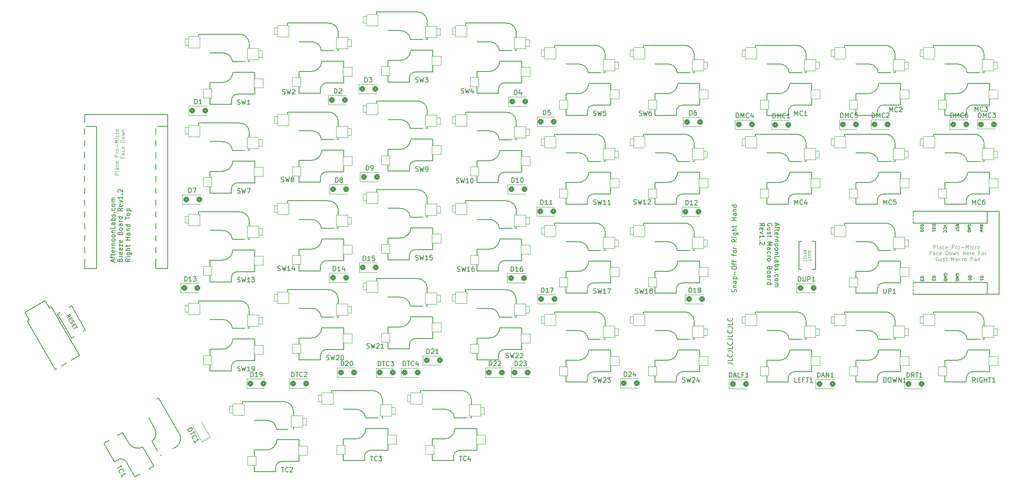
<source format=gto>
G04 #@! TF.GenerationSoftware,KiCad,Pcbnew,7.0.10*
G04 #@! TF.CreationDate,2024-03-31T17:07:34-04:00*
G04 #@! TF.ProjectId,Breeze,42726565-7a65-42e6-9b69-6361645f7063,Rev1.2*
G04 #@! TF.SameCoordinates,Original*
G04 #@! TF.FileFunction,Legend,Top*
G04 #@! TF.FilePolarity,Positive*
%FSLAX46Y46*%
G04 Gerber Fmt 4.6, Leading zero omitted, Abs format (unit mm)*
G04 Created by KiCad (PCBNEW 7.0.10) date 2024-03-31 17:07:34*
%MOMM*%
%LPD*%
G01*
G04 APERTURE LIST*
G04 Aperture macros list*
%AMRoundRect*
0 Rectangle with rounded corners*
0 $1 Rounding radius*
0 $2 $3 $4 $5 $6 $7 $8 $9 X,Y pos of 4 corners*
0 Add a 4 corners polygon primitive as box body*
4,1,4,$2,$3,$4,$5,$6,$7,$8,$9,$2,$3,0*
0 Add four circle primitives for the rounded corners*
1,1,$1+$1,$2,$3*
1,1,$1+$1,$4,$5*
1,1,$1+$1,$6,$7*
1,1,$1+$1,$8,$9*
0 Add four rect primitives between the rounded corners*
20,1,$1+$1,$2,$3,$4,$5,0*
20,1,$1+$1,$4,$5,$6,$7,0*
20,1,$1+$1,$6,$7,$8,$9,0*
20,1,$1+$1,$8,$9,$2,$3,0*%
%AMRotRect*
0 Rectangle, with rotation*
0 The origin of the aperture is its center*
0 $1 length*
0 $2 width*
0 $3 Rotation angle, in degrees counterclockwise*
0 Add horizontal line*
21,1,$1,$2,0,0,$3*%
G04 Aperture macros list end*
%ADD10C,0.150000*%
%ADD11C,0.100000*%
%ADD12C,0.120000*%
%ADD13C,1.200000*%
%ADD14RotRect,1.000000X2.100000X30.000000*%
%ADD15C,1.524000*%
%ADD16C,0.200000*%
%ADD17C,0.010000*%
%ADD18RoundRect,0.273091X-0.327709X-0.327709X0.327709X-0.327709X0.327709X0.327709X-0.327709X0.327709X0*%
%ADD19RoundRect,0.273091X0.447659X-0.119950X0.119950X0.447659X-0.447659X0.119950X-0.119950X-0.447659X0*%
%ADD20C,2.101600*%
%ADD21C,1.301600*%
%ADD22RoundRect,0.050800X0.091987X-1.159327X0.958013X-0.659327X-0.091987X1.159327X-0.958013X0.659327X0*%
%ADD23C,1.625600*%
%ADD24C,2.001600*%
%ADD25C,1.801600*%
%ADD26C,3.101600*%
%ADD27C,0.201600*%
%ADD28C,4.101600*%
%ADD29RoundRect,0.050800X-0.350000X-0.750000X0.350000X-0.750000X0.350000X0.750000X-0.350000X0.750000X0*%
%ADD30RoundRect,0.050800X1.200000X1.200000X-1.200000X1.200000X-1.200000X-1.200000X1.200000X-1.200000X0*%
%ADD31RoundRect,0.050800X1.000000X1.000000X-1.000000X1.000000X-1.000000X-1.000000X1.000000X-1.000000X0*%
%ADD32RoundRect,0.050800X0.900000X1.000000X-0.900000X1.000000X-0.900000X-1.000000X0.900000X-1.000000X0*%
%ADD33RoundRect,0.050800X1.250000X1.250000X-1.250000X1.250000X-1.250000X-1.250000X1.250000X-1.250000X0*%
%ADD34RoundRect,0.050800X-0.824519X-0.071891X-0.474519X-0.678109X0.824519X0.071891X0.474519X0.678109X0*%
%ADD35RoundRect,0.050800X1.639230X-0.439230X0.439230X1.639230X-1.639230X0.439230X-0.439230X-1.639230X0*%
%ADD36RoundRect,0.050800X1.366025X-0.366025X0.366025X1.366025X-1.366025X0.366025X-0.366025X-1.366025X0*%
%ADD37RoundRect,0.050800X1.316025X-0.279423X0.416025X1.279423X-1.316025X0.279423X-0.416025X-1.279423X0*%
%ADD38RoundRect,0.050800X1.707532X-0.457532X0.457532X1.707532X-1.707532X0.457532X-0.457532X-1.707532X0*%
%ADD39C,3.149600*%
%ADD40C,4.089400*%
%ADD41C,2.701600*%
G04 APERTURE END LIST*
D10*
X265225415Y-141911400D02*
X265225415Y-142387590D01*
X264939700Y-141816162D02*
X265939700Y-142149495D01*
X265939700Y-142149495D02*
X264939700Y-142482828D01*
X265606367Y-142673305D02*
X265606367Y-143054257D01*
X264939700Y-142816162D02*
X265796843Y-142816162D01*
X265796843Y-142816162D02*
X265892081Y-142863781D01*
X265892081Y-142863781D02*
X265939700Y-142959019D01*
X265939700Y-142959019D02*
X265939700Y-143054257D01*
X265606367Y-143244734D02*
X265606367Y-143625686D01*
X265939700Y-143387591D02*
X265082558Y-143387591D01*
X265082558Y-143387591D02*
X264987320Y-143435210D01*
X264987320Y-143435210D02*
X264939700Y-143530448D01*
X264939700Y-143530448D02*
X264939700Y-143625686D01*
X264987320Y-144339972D02*
X264939700Y-144244734D01*
X264939700Y-144244734D02*
X264939700Y-144054258D01*
X264939700Y-144054258D02*
X264987320Y-143959020D01*
X264987320Y-143959020D02*
X265082558Y-143911401D01*
X265082558Y-143911401D02*
X265463510Y-143911401D01*
X265463510Y-143911401D02*
X265558748Y-143959020D01*
X265558748Y-143959020D02*
X265606367Y-144054258D01*
X265606367Y-144054258D02*
X265606367Y-144244734D01*
X265606367Y-144244734D02*
X265558748Y-144339972D01*
X265558748Y-144339972D02*
X265463510Y-144387591D01*
X265463510Y-144387591D02*
X265368272Y-144387591D01*
X265368272Y-144387591D02*
X265273034Y-143911401D01*
X264939700Y-144816163D02*
X265606367Y-144816163D01*
X265415891Y-144816163D02*
X265511129Y-144863782D01*
X265511129Y-144863782D02*
X265558748Y-144911401D01*
X265558748Y-144911401D02*
X265606367Y-145006639D01*
X265606367Y-145006639D02*
X265606367Y-145101877D01*
X265606367Y-145435211D02*
X264939700Y-145435211D01*
X265511129Y-145435211D02*
X265558748Y-145482830D01*
X265558748Y-145482830D02*
X265606367Y-145578068D01*
X265606367Y-145578068D02*
X265606367Y-145720925D01*
X265606367Y-145720925D02*
X265558748Y-145816163D01*
X265558748Y-145816163D02*
X265463510Y-145863782D01*
X265463510Y-145863782D02*
X264939700Y-145863782D01*
X264939700Y-146482830D02*
X264987320Y-146387592D01*
X264987320Y-146387592D02*
X265034939Y-146339973D01*
X265034939Y-146339973D02*
X265130177Y-146292354D01*
X265130177Y-146292354D02*
X265415891Y-146292354D01*
X265415891Y-146292354D02*
X265511129Y-146339973D01*
X265511129Y-146339973D02*
X265558748Y-146387592D01*
X265558748Y-146387592D02*
X265606367Y-146482830D01*
X265606367Y-146482830D02*
X265606367Y-146625687D01*
X265606367Y-146625687D02*
X265558748Y-146720925D01*
X265558748Y-146720925D02*
X265511129Y-146768544D01*
X265511129Y-146768544D02*
X265415891Y-146816163D01*
X265415891Y-146816163D02*
X265130177Y-146816163D01*
X265130177Y-146816163D02*
X265034939Y-146768544D01*
X265034939Y-146768544D02*
X264987320Y-146720925D01*
X264987320Y-146720925D02*
X264939700Y-146625687D01*
X264939700Y-146625687D02*
X264939700Y-146482830D01*
X264939700Y-147387592D02*
X264987320Y-147292354D01*
X264987320Y-147292354D02*
X265034939Y-147244735D01*
X265034939Y-147244735D02*
X265130177Y-147197116D01*
X265130177Y-147197116D02*
X265415891Y-147197116D01*
X265415891Y-147197116D02*
X265511129Y-147244735D01*
X265511129Y-147244735D02*
X265558748Y-147292354D01*
X265558748Y-147292354D02*
X265606367Y-147387592D01*
X265606367Y-147387592D02*
X265606367Y-147530449D01*
X265606367Y-147530449D02*
X265558748Y-147625687D01*
X265558748Y-147625687D02*
X265511129Y-147673306D01*
X265511129Y-147673306D02*
X265415891Y-147720925D01*
X265415891Y-147720925D02*
X265130177Y-147720925D01*
X265130177Y-147720925D02*
X265034939Y-147673306D01*
X265034939Y-147673306D02*
X264987320Y-147625687D01*
X264987320Y-147625687D02*
X264939700Y-147530449D01*
X264939700Y-147530449D02*
X264939700Y-147387592D01*
X265606367Y-148149497D02*
X264939700Y-148149497D01*
X265511129Y-148149497D02*
X265558748Y-148197116D01*
X265558748Y-148197116D02*
X265606367Y-148292354D01*
X265606367Y-148292354D02*
X265606367Y-148435211D01*
X265606367Y-148435211D02*
X265558748Y-148530449D01*
X265558748Y-148530449D02*
X265463510Y-148578068D01*
X265463510Y-148578068D02*
X264939700Y-148578068D01*
X264939700Y-149530449D02*
X264939700Y-149054259D01*
X264939700Y-149054259D02*
X265939700Y-149054259D01*
X264939700Y-150292354D02*
X265463510Y-150292354D01*
X265463510Y-150292354D02*
X265558748Y-150244735D01*
X265558748Y-150244735D02*
X265606367Y-150149497D01*
X265606367Y-150149497D02*
X265606367Y-149959021D01*
X265606367Y-149959021D02*
X265558748Y-149863783D01*
X264987320Y-150292354D02*
X264939700Y-150197116D01*
X264939700Y-150197116D02*
X264939700Y-149959021D01*
X264939700Y-149959021D02*
X264987320Y-149863783D01*
X264987320Y-149863783D02*
X265082558Y-149816164D01*
X265082558Y-149816164D02*
X265177796Y-149816164D01*
X265177796Y-149816164D02*
X265273034Y-149863783D01*
X265273034Y-149863783D02*
X265320653Y-149959021D01*
X265320653Y-149959021D02*
X265320653Y-150197116D01*
X265320653Y-150197116D02*
X265368272Y-150292354D01*
X264939700Y-150768545D02*
X265939700Y-150768545D01*
X265558748Y-150768545D02*
X265606367Y-150863783D01*
X265606367Y-150863783D02*
X265606367Y-151054259D01*
X265606367Y-151054259D02*
X265558748Y-151149497D01*
X265558748Y-151149497D02*
X265511129Y-151197116D01*
X265511129Y-151197116D02*
X265415891Y-151244735D01*
X265415891Y-151244735D02*
X265130177Y-151244735D01*
X265130177Y-151244735D02*
X265034939Y-151197116D01*
X265034939Y-151197116D02*
X264987320Y-151149497D01*
X264987320Y-151149497D02*
X264939700Y-151054259D01*
X264939700Y-151054259D02*
X264939700Y-150863783D01*
X264939700Y-150863783D02*
X264987320Y-150768545D01*
X264987320Y-151625688D02*
X264939700Y-151720926D01*
X264939700Y-151720926D02*
X264939700Y-151911402D01*
X264939700Y-151911402D02*
X264987320Y-152006640D01*
X264987320Y-152006640D02*
X265082558Y-152054259D01*
X265082558Y-152054259D02*
X265130177Y-152054259D01*
X265130177Y-152054259D02*
X265225415Y-152006640D01*
X265225415Y-152006640D02*
X265273034Y-151911402D01*
X265273034Y-151911402D02*
X265273034Y-151768545D01*
X265273034Y-151768545D02*
X265320653Y-151673307D01*
X265320653Y-151673307D02*
X265415891Y-151625688D01*
X265415891Y-151625688D02*
X265463510Y-151625688D01*
X265463510Y-151625688D02*
X265558748Y-151673307D01*
X265558748Y-151673307D02*
X265606367Y-151768545D01*
X265606367Y-151768545D02*
X265606367Y-151911402D01*
X265606367Y-151911402D02*
X265558748Y-152006640D01*
X265034939Y-152482831D02*
X264987320Y-152530450D01*
X264987320Y-152530450D02*
X264939700Y-152482831D01*
X264939700Y-152482831D02*
X264987320Y-152435212D01*
X264987320Y-152435212D02*
X265034939Y-152482831D01*
X265034939Y-152482831D02*
X264939700Y-152482831D01*
X264987320Y-153387592D02*
X264939700Y-153292354D01*
X264939700Y-153292354D02*
X264939700Y-153101878D01*
X264939700Y-153101878D02*
X264987320Y-153006640D01*
X264987320Y-153006640D02*
X265034939Y-152959021D01*
X265034939Y-152959021D02*
X265130177Y-152911402D01*
X265130177Y-152911402D02*
X265415891Y-152911402D01*
X265415891Y-152911402D02*
X265511129Y-152959021D01*
X265511129Y-152959021D02*
X265558748Y-153006640D01*
X265558748Y-153006640D02*
X265606367Y-153101878D01*
X265606367Y-153101878D02*
X265606367Y-153292354D01*
X265606367Y-153292354D02*
X265558748Y-153387592D01*
X264939700Y-153959021D02*
X264987320Y-153863783D01*
X264987320Y-153863783D02*
X265034939Y-153816164D01*
X265034939Y-153816164D02*
X265130177Y-153768545D01*
X265130177Y-153768545D02*
X265415891Y-153768545D01*
X265415891Y-153768545D02*
X265511129Y-153816164D01*
X265511129Y-153816164D02*
X265558748Y-153863783D01*
X265558748Y-153863783D02*
X265606367Y-153959021D01*
X265606367Y-153959021D02*
X265606367Y-154101878D01*
X265606367Y-154101878D02*
X265558748Y-154197116D01*
X265558748Y-154197116D02*
X265511129Y-154244735D01*
X265511129Y-154244735D02*
X265415891Y-154292354D01*
X265415891Y-154292354D02*
X265130177Y-154292354D01*
X265130177Y-154292354D02*
X265034939Y-154244735D01*
X265034939Y-154244735D02*
X264987320Y-154197116D01*
X264987320Y-154197116D02*
X264939700Y-154101878D01*
X264939700Y-154101878D02*
X264939700Y-153959021D01*
X264939700Y-154720926D02*
X265606367Y-154720926D01*
X265511129Y-154720926D02*
X265558748Y-154768545D01*
X265558748Y-154768545D02*
X265606367Y-154863783D01*
X265606367Y-154863783D02*
X265606367Y-155006640D01*
X265606367Y-155006640D02*
X265558748Y-155101878D01*
X265558748Y-155101878D02*
X265463510Y-155149497D01*
X265463510Y-155149497D02*
X264939700Y-155149497D01*
X265463510Y-155149497D02*
X265558748Y-155197116D01*
X265558748Y-155197116D02*
X265606367Y-155292354D01*
X265606367Y-155292354D02*
X265606367Y-155435211D01*
X265606367Y-155435211D02*
X265558748Y-155530450D01*
X265558748Y-155530450D02*
X265463510Y-155578069D01*
X265463510Y-155578069D02*
X264939700Y-155578069D01*
X264282081Y-142482828D02*
X264329700Y-142387590D01*
X264329700Y-142387590D02*
X264329700Y-142244733D01*
X264329700Y-142244733D02*
X264282081Y-142101876D01*
X264282081Y-142101876D02*
X264186843Y-142006638D01*
X264186843Y-142006638D02*
X264091605Y-141959019D01*
X264091605Y-141959019D02*
X263901129Y-141911400D01*
X263901129Y-141911400D02*
X263758272Y-141911400D01*
X263758272Y-141911400D02*
X263567796Y-141959019D01*
X263567796Y-141959019D02*
X263472558Y-142006638D01*
X263472558Y-142006638D02*
X263377320Y-142101876D01*
X263377320Y-142101876D02*
X263329700Y-142244733D01*
X263329700Y-142244733D02*
X263329700Y-142339971D01*
X263329700Y-142339971D02*
X263377320Y-142482828D01*
X263377320Y-142482828D02*
X263424939Y-142530447D01*
X263424939Y-142530447D02*
X263758272Y-142530447D01*
X263758272Y-142530447D02*
X263758272Y-142339971D01*
X263996367Y-143387590D02*
X263329700Y-143387590D01*
X263996367Y-142959019D02*
X263472558Y-142959019D01*
X263472558Y-142959019D02*
X263377320Y-143006638D01*
X263377320Y-143006638D02*
X263329700Y-143101876D01*
X263329700Y-143101876D02*
X263329700Y-143244733D01*
X263329700Y-143244733D02*
X263377320Y-143339971D01*
X263377320Y-143339971D02*
X263424939Y-143387590D01*
X263377320Y-143816162D02*
X263329700Y-143911400D01*
X263329700Y-143911400D02*
X263329700Y-144101876D01*
X263329700Y-144101876D02*
X263377320Y-144197114D01*
X263377320Y-144197114D02*
X263472558Y-144244733D01*
X263472558Y-144244733D02*
X263520177Y-144244733D01*
X263520177Y-144244733D02*
X263615415Y-144197114D01*
X263615415Y-144197114D02*
X263663034Y-144101876D01*
X263663034Y-144101876D02*
X263663034Y-143959019D01*
X263663034Y-143959019D02*
X263710653Y-143863781D01*
X263710653Y-143863781D02*
X263805891Y-143816162D01*
X263805891Y-143816162D02*
X263853510Y-143816162D01*
X263853510Y-143816162D02*
X263948748Y-143863781D01*
X263948748Y-143863781D02*
X263996367Y-143959019D01*
X263996367Y-143959019D02*
X263996367Y-144101876D01*
X263996367Y-144101876D02*
X263948748Y-144197114D01*
X263996367Y-144530448D02*
X263996367Y-144911400D01*
X264329700Y-144673305D02*
X263472558Y-144673305D01*
X263472558Y-144673305D02*
X263377320Y-144720924D01*
X263377320Y-144720924D02*
X263329700Y-144816162D01*
X263329700Y-144816162D02*
X263329700Y-144911400D01*
X263329700Y-146006639D02*
X264329700Y-146006639D01*
X264329700Y-146006639D02*
X263615415Y-146339972D01*
X263615415Y-146339972D02*
X264329700Y-146673305D01*
X264329700Y-146673305D02*
X263329700Y-146673305D01*
X263329700Y-147578067D02*
X263853510Y-147578067D01*
X263853510Y-147578067D02*
X263948748Y-147530448D01*
X263948748Y-147530448D02*
X263996367Y-147435210D01*
X263996367Y-147435210D02*
X263996367Y-147244734D01*
X263996367Y-147244734D02*
X263948748Y-147149496D01*
X263377320Y-147578067D02*
X263329700Y-147482829D01*
X263329700Y-147482829D02*
X263329700Y-147244734D01*
X263329700Y-147244734D02*
X263377320Y-147149496D01*
X263377320Y-147149496D02*
X263472558Y-147101877D01*
X263472558Y-147101877D02*
X263567796Y-147101877D01*
X263567796Y-147101877D02*
X263663034Y-147149496D01*
X263663034Y-147149496D02*
X263710653Y-147244734D01*
X263710653Y-147244734D02*
X263710653Y-147482829D01*
X263710653Y-147482829D02*
X263758272Y-147578067D01*
X263377320Y-148482829D02*
X263329700Y-148387591D01*
X263329700Y-148387591D02*
X263329700Y-148197115D01*
X263329700Y-148197115D02*
X263377320Y-148101877D01*
X263377320Y-148101877D02*
X263424939Y-148054258D01*
X263424939Y-148054258D02*
X263520177Y-148006639D01*
X263520177Y-148006639D02*
X263805891Y-148006639D01*
X263805891Y-148006639D02*
X263901129Y-148054258D01*
X263901129Y-148054258D02*
X263948748Y-148101877D01*
X263948748Y-148101877D02*
X263996367Y-148197115D01*
X263996367Y-148197115D02*
X263996367Y-148387591D01*
X263996367Y-148387591D02*
X263948748Y-148482829D01*
X263329700Y-148911401D02*
X263996367Y-148911401D01*
X263805891Y-148911401D02*
X263901129Y-148959020D01*
X263901129Y-148959020D02*
X263948748Y-149006639D01*
X263948748Y-149006639D02*
X263996367Y-149101877D01*
X263996367Y-149101877D02*
X263996367Y-149197115D01*
X263329700Y-149673306D02*
X263377320Y-149578068D01*
X263377320Y-149578068D02*
X263424939Y-149530449D01*
X263424939Y-149530449D02*
X263520177Y-149482830D01*
X263520177Y-149482830D02*
X263805891Y-149482830D01*
X263805891Y-149482830D02*
X263901129Y-149530449D01*
X263901129Y-149530449D02*
X263948748Y-149578068D01*
X263948748Y-149578068D02*
X263996367Y-149673306D01*
X263996367Y-149673306D02*
X263996367Y-149816163D01*
X263996367Y-149816163D02*
X263948748Y-149911401D01*
X263948748Y-149911401D02*
X263901129Y-149959020D01*
X263901129Y-149959020D02*
X263805891Y-150006639D01*
X263805891Y-150006639D02*
X263520177Y-150006639D01*
X263520177Y-150006639D02*
X263424939Y-149959020D01*
X263424939Y-149959020D02*
X263377320Y-149911401D01*
X263377320Y-149911401D02*
X263329700Y-149816163D01*
X263329700Y-149816163D02*
X263329700Y-149673306D01*
X263853510Y-151530449D02*
X263805891Y-151673306D01*
X263805891Y-151673306D02*
X263758272Y-151720925D01*
X263758272Y-151720925D02*
X263663034Y-151768544D01*
X263663034Y-151768544D02*
X263520177Y-151768544D01*
X263520177Y-151768544D02*
X263424939Y-151720925D01*
X263424939Y-151720925D02*
X263377320Y-151673306D01*
X263377320Y-151673306D02*
X263329700Y-151578068D01*
X263329700Y-151578068D02*
X263329700Y-151197116D01*
X263329700Y-151197116D02*
X264329700Y-151197116D01*
X264329700Y-151197116D02*
X264329700Y-151530449D01*
X264329700Y-151530449D02*
X264282081Y-151625687D01*
X264282081Y-151625687D02*
X264234462Y-151673306D01*
X264234462Y-151673306D02*
X264139224Y-151720925D01*
X264139224Y-151720925D02*
X264043986Y-151720925D01*
X264043986Y-151720925D02*
X263948748Y-151673306D01*
X263948748Y-151673306D02*
X263901129Y-151625687D01*
X263901129Y-151625687D02*
X263853510Y-151530449D01*
X263853510Y-151530449D02*
X263853510Y-151197116D01*
X263329700Y-152339973D02*
X263377320Y-152244735D01*
X263377320Y-152244735D02*
X263424939Y-152197116D01*
X263424939Y-152197116D02*
X263520177Y-152149497D01*
X263520177Y-152149497D02*
X263805891Y-152149497D01*
X263805891Y-152149497D02*
X263901129Y-152197116D01*
X263901129Y-152197116D02*
X263948748Y-152244735D01*
X263948748Y-152244735D02*
X263996367Y-152339973D01*
X263996367Y-152339973D02*
X263996367Y-152482830D01*
X263996367Y-152482830D02*
X263948748Y-152578068D01*
X263948748Y-152578068D02*
X263901129Y-152625687D01*
X263901129Y-152625687D02*
X263805891Y-152673306D01*
X263805891Y-152673306D02*
X263520177Y-152673306D01*
X263520177Y-152673306D02*
X263424939Y-152625687D01*
X263424939Y-152625687D02*
X263377320Y-152578068D01*
X263377320Y-152578068D02*
X263329700Y-152482830D01*
X263329700Y-152482830D02*
X263329700Y-152339973D01*
X263329700Y-153530449D02*
X263853510Y-153530449D01*
X263853510Y-153530449D02*
X263948748Y-153482830D01*
X263948748Y-153482830D02*
X263996367Y-153387592D01*
X263996367Y-153387592D02*
X263996367Y-153197116D01*
X263996367Y-153197116D02*
X263948748Y-153101878D01*
X263377320Y-153530449D02*
X263329700Y-153435211D01*
X263329700Y-153435211D02*
X263329700Y-153197116D01*
X263329700Y-153197116D02*
X263377320Y-153101878D01*
X263377320Y-153101878D02*
X263472558Y-153054259D01*
X263472558Y-153054259D02*
X263567796Y-153054259D01*
X263567796Y-153054259D02*
X263663034Y-153101878D01*
X263663034Y-153101878D02*
X263710653Y-153197116D01*
X263710653Y-153197116D02*
X263710653Y-153435211D01*
X263710653Y-153435211D02*
X263758272Y-153530449D01*
X263329700Y-154006640D02*
X263996367Y-154006640D01*
X263805891Y-154006640D02*
X263901129Y-154054259D01*
X263901129Y-154054259D02*
X263948748Y-154101878D01*
X263948748Y-154101878D02*
X263996367Y-154197116D01*
X263996367Y-154197116D02*
X263996367Y-154292354D01*
X263329700Y-155054259D02*
X264329700Y-155054259D01*
X263377320Y-155054259D02*
X263329700Y-154959021D01*
X263329700Y-154959021D02*
X263329700Y-154768545D01*
X263329700Y-154768545D02*
X263377320Y-154673307D01*
X263377320Y-154673307D02*
X263424939Y-154625688D01*
X263424939Y-154625688D02*
X263520177Y-154578069D01*
X263520177Y-154578069D02*
X263805891Y-154578069D01*
X263805891Y-154578069D02*
X263901129Y-154625688D01*
X263901129Y-154625688D02*
X263948748Y-154673307D01*
X263948748Y-154673307D02*
X263996367Y-154768545D01*
X263996367Y-154768545D02*
X263996367Y-154959021D01*
X263996367Y-154959021D02*
X263948748Y-155054259D01*
X261719700Y-142530447D02*
X262195891Y-142197114D01*
X261719700Y-141959019D02*
X262719700Y-141959019D01*
X262719700Y-141959019D02*
X262719700Y-142339971D01*
X262719700Y-142339971D02*
X262672081Y-142435209D01*
X262672081Y-142435209D02*
X262624462Y-142482828D01*
X262624462Y-142482828D02*
X262529224Y-142530447D01*
X262529224Y-142530447D02*
X262386367Y-142530447D01*
X262386367Y-142530447D02*
X262291129Y-142482828D01*
X262291129Y-142482828D02*
X262243510Y-142435209D01*
X262243510Y-142435209D02*
X262195891Y-142339971D01*
X262195891Y-142339971D02*
X262195891Y-141959019D01*
X261767320Y-143339971D02*
X261719700Y-143244733D01*
X261719700Y-143244733D02*
X261719700Y-143054257D01*
X261719700Y-143054257D02*
X261767320Y-142959019D01*
X261767320Y-142959019D02*
X261862558Y-142911400D01*
X261862558Y-142911400D02*
X262243510Y-142911400D01*
X262243510Y-142911400D02*
X262338748Y-142959019D01*
X262338748Y-142959019D02*
X262386367Y-143054257D01*
X262386367Y-143054257D02*
X262386367Y-143244733D01*
X262386367Y-143244733D02*
X262338748Y-143339971D01*
X262338748Y-143339971D02*
X262243510Y-143387590D01*
X262243510Y-143387590D02*
X262148272Y-143387590D01*
X262148272Y-143387590D02*
X262053034Y-142911400D01*
X262386367Y-143720924D02*
X261719700Y-143959019D01*
X261719700Y-143959019D02*
X262386367Y-144197114D01*
X261719700Y-145101876D02*
X261719700Y-144530448D01*
X261719700Y-144816162D02*
X262719700Y-144816162D01*
X262719700Y-144816162D02*
X262576843Y-144720924D01*
X262576843Y-144720924D02*
X262481605Y-144625686D01*
X262481605Y-144625686D02*
X262433986Y-144530448D01*
X261814939Y-145530448D02*
X261767320Y-145578067D01*
X261767320Y-145578067D02*
X261719700Y-145530448D01*
X261719700Y-145530448D02*
X261767320Y-145482829D01*
X261767320Y-145482829D02*
X261814939Y-145530448D01*
X261814939Y-145530448D02*
X261719700Y-145530448D01*
X262624462Y-145959019D02*
X262672081Y-146006638D01*
X262672081Y-146006638D02*
X262719700Y-146101876D01*
X262719700Y-146101876D02*
X262719700Y-146339971D01*
X262719700Y-146339971D02*
X262672081Y-146435209D01*
X262672081Y-146435209D02*
X262624462Y-146482828D01*
X262624462Y-146482828D02*
X262529224Y-146530447D01*
X262529224Y-146530447D02*
X262433986Y-146530447D01*
X262433986Y-146530447D02*
X262291129Y-146482828D01*
X262291129Y-146482828D02*
X261719700Y-145911400D01*
X261719700Y-145911400D02*
X261719700Y-146530447D01*
X123393104Y-150181839D02*
X123393104Y-149705649D01*
X123678819Y-150277077D02*
X122678819Y-149943744D01*
X122678819Y-149943744D02*
X123678819Y-149610411D01*
X123012152Y-149419934D02*
X123012152Y-149038982D01*
X123678819Y-149277077D02*
X122821676Y-149277077D01*
X122821676Y-149277077D02*
X122726438Y-149229458D01*
X122726438Y-149229458D02*
X122678819Y-149134220D01*
X122678819Y-149134220D02*
X122678819Y-149038982D01*
X123012152Y-148848505D02*
X123012152Y-148467553D01*
X122678819Y-148705648D02*
X123535961Y-148705648D01*
X123535961Y-148705648D02*
X123631200Y-148658029D01*
X123631200Y-148658029D02*
X123678819Y-148562791D01*
X123678819Y-148562791D02*
X123678819Y-148467553D01*
X123631200Y-147753267D02*
X123678819Y-147848505D01*
X123678819Y-147848505D02*
X123678819Y-148038981D01*
X123678819Y-148038981D02*
X123631200Y-148134219D01*
X123631200Y-148134219D02*
X123535961Y-148181838D01*
X123535961Y-148181838D02*
X123155009Y-148181838D01*
X123155009Y-148181838D02*
X123059771Y-148134219D01*
X123059771Y-148134219D02*
X123012152Y-148038981D01*
X123012152Y-148038981D02*
X123012152Y-147848505D01*
X123012152Y-147848505D02*
X123059771Y-147753267D01*
X123059771Y-147753267D02*
X123155009Y-147705648D01*
X123155009Y-147705648D02*
X123250247Y-147705648D01*
X123250247Y-147705648D02*
X123345485Y-148181838D01*
X123678819Y-147277076D02*
X123012152Y-147277076D01*
X123202628Y-147277076D02*
X123107390Y-147229457D01*
X123107390Y-147229457D02*
X123059771Y-147181838D01*
X123059771Y-147181838D02*
X123012152Y-147086600D01*
X123012152Y-147086600D02*
X123012152Y-146991362D01*
X123012152Y-146658028D02*
X123678819Y-146658028D01*
X123107390Y-146658028D02*
X123059771Y-146610409D01*
X123059771Y-146610409D02*
X123012152Y-146515171D01*
X123012152Y-146515171D02*
X123012152Y-146372314D01*
X123012152Y-146372314D02*
X123059771Y-146277076D01*
X123059771Y-146277076D02*
X123155009Y-146229457D01*
X123155009Y-146229457D02*
X123678819Y-146229457D01*
X123678819Y-145610409D02*
X123631200Y-145705647D01*
X123631200Y-145705647D02*
X123583580Y-145753266D01*
X123583580Y-145753266D02*
X123488342Y-145800885D01*
X123488342Y-145800885D02*
X123202628Y-145800885D01*
X123202628Y-145800885D02*
X123107390Y-145753266D01*
X123107390Y-145753266D02*
X123059771Y-145705647D01*
X123059771Y-145705647D02*
X123012152Y-145610409D01*
X123012152Y-145610409D02*
X123012152Y-145467552D01*
X123012152Y-145467552D02*
X123059771Y-145372314D01*
X123059771Y-145372314D02*
X123107390Y-145324695D01*
X123107390Y-145324695D02*
X123202628Y-145277076D01*
X123202628Y-145277076D02*
X123488342Y-145277076D01*
X123488342Y-145277076D02*
X123583580Y-145324695D01*
X123583580Y-145324695D02*
X123631200Y-145372314D01*
X123631200Y-145372314D02*
X123678819Y-145467552D01*
X123678819Y-145467552D02*
X123678819Y-145610409D01*
X123678819Y-144705647D02*
X123631200Y-144800885D01*
X123631200Y-144800885D02*
X123583580Y-144848504D01*
X123583580Y-144848504D02*
X123488342Y-144896123D01*
X123488342Y-144896123D02*
X123202628Y-144896123D01*
X123202628Y-144896123D02*
X123107390Y-144848504D01*
X123107390Y-144848504D02*
X123059771Y-144800885D01*
X123059771Y-144800885D02*
X123012152Y-144705647D01*
X123012152Y-144705647D02*
X123012152Y-144562790D01*
X123012152Y-144562790D02*
X123059771Y-144467552D01*
X123059771Y-144467552D02*
X123107390Y-144419933D01*
X123107390Y-144419933D02*
X123202628Y-144372314D01*
X123202628Y-144372314D02*
X123488342Y-144372314D01*
X123488342Y-144372314D02*
X123583580Y-144419933D01*
X123583580Y-144419933D02*
X123631200Y-144467552D01*
X123631200Y-144467552D02*
X123678819Y-144562790D01*
X123678819Y-144562790D02*
X123678819Y-144705647D01*
X123012152Y-143943742D02*
X123678819Y-143943742D01*
X123107390Y-143943742D02*
X123059771Y-143896123D01*
X123059771Y-143896123D02*
X123012152Y-143800885D01*
X123012152Y-143800885D02*
X123012152Y-143658028D01*
X123012152Y-143658028D02*
X123059771Y-143562790D01*
X123059771Y-143562790D02*
X123155009Y-143515171D01*
X123155009Y-143515171D02*
X123678819Y-143515171D01*
X123678819Y-142562790D02*
X123678819Y-143038980D01*
X123678819Y-143038980D02*
X122678819Y-143038980D01*
X123678819Y-141800885D02*
X123155009Y-141800885D01*
X123155009Y-141800885D02*
X123059771Y-141848504D01*
X123059771Y-141848504D02*
X123012152Y-141943742D01*
X123012152Y-141943742D02*
X123012152Y-142134218D01*
X123012152Y-142134218D02*
X123059771Y-142229456D01*
X123631200Y-141800885D02*
X123678819Y-141896123D01*
X123678819Y-141896123D02*
X123678819Y-142134218D01*
X123678819Y-142134218D02*
X123631200Y-142229456D01*
X123631200Y-142229456D02*
X123535961Y-142277075D01*
X123535961Y-142277075D02*
X123440723Y-142277075D01*
X123440723Y-142277075D02*
X123345485Y-142229456D01*
X123345485Y-142229456D02*
X123297866Y-142134218D01*
X123297866Y-142134218D02*
X123297866Y-141896123D01*
X123297866Y-141896123D02*
X123250247Y-141800885D01*
X123678819Y-141324694D02*
X122678819Y-141324694D01*
X123059771Y-141324694D02*
X123012152Y-141229456D01*
X123012152Y-141229456D02*
X123012152Y-141038980D01*
X123012152Y-141038980D02*
X123059771Y-140943742D01*
X123059771Y-140943742D02*
X123107390Y-140896123D01*
X123107390Y-140896123D02*
X123202628Y-140848504D01*
X123202628Y-140848504D02*
X123488342Y-140848504D01*
X123488342Y-140848504D02*
X123583580Y-140896123D01*
X123583580Y-140896123D02*
X123631200Y-140943742D01*
X123631200Y-140943742D02*
X123678819Y-141038980D01*
X123678819Y-141038980D02*
X123678819Y-141229456D01*
X123678819Y-141229456D02*
X123631200Y-141324694D01*
X123631200Y-140467551D02*
X123678819Y-140372313D01*
X123678819Y-140372313D02*
X123678819Y-140181837D01*
X123678819Y-140181837D02*
X123631200Y-140086599D01*
X123631200Y-140086599D02*
X123535961Y-140038980D01*
X123535961Y-140038980D02*
X123488342Y-140038980D01*
X123488342Y-140038980D02*
X123393104Y-140086599D01*
X123393104Y-140086599D02*
X123345485Y-140181837D01*
X123345485Y-140181837D02*
X123345485Y-140324694D01*
X123345485Y-140324694D02*
X123297866Y-140419932D01*
X123297866Y-140419932D02*
X123202628Y-140467551D01*
X123202628Y-140467551D02*
X123155009Y-140467551D01*
X123155009Y-140467551D02*
X123059771Y-140419932D01*
X123059771Y-140419932D02*
X123012152Y-140324694D01*
X123012152Y-140324694D02*
X123012152Y-140181837D01*
X123012152Y-140181837D02*
X123059771Y-140086599D01*
X123583580Y-139610408D02*
X123631200Y-139562789D01*
X123631200Y-139562789D02*
X123678819Y-139610408D01*
X123678819Y-139610408D02*
X123631200Y-139658027D01*
X123631200Y-139658027D02*
X123583580Y-139610408D01*
X123583580Y-139610408D02*
X123678819Y-139610408D01*
X123631200Y-138705647D02*
X123678819Y-138800885D01*
X123678819Y-138800885D02*
X123678819Y-138991361D01*
X123678819Y-138991361D02*
X123631200Y-139086599D01*
X123631200Y-139086599D02*
X123583580Y-139134218D01*
X123583580Y-139134218D02*
X123488342Y-139181837D01*
X123488342Y-139181837D02*
X123202628Y-139181837D01*
X123202628Y-139181837D02*
X123107390Y-139134218D01*
X123107390Y-139134218D02*
X123059771Y-139086599D01*
X123059771Y-139086599D02*
X123012152Y-138991361D01*
X123012152Y-138991361D02*
X123012152Y-138800885D01*
X123012152Y-138800885D02*
X123059771Y-138705647D01*
X123678819Y-138134218D02*
X123631200Y-138229456D01*
X123631200Y-138229456D02*
X123583580Y-138277075D01*
X123583580Y-138277075D02*
X123488342Y-138324694D01*
X123488342Y-138324694D02*
X123202628Y-138324694D01*
X123202628Y-138324694D02*
X123107390Y-138277075D01*
X123107390Y-138277075D02*
X123059771Y-138229456D01*
X123059771Y-138229456D02*
X123012152Y-138134218D01*
X123012152Y-138134218D02*
X123012152Y-137991361D01*
X123012152Y-137991361D02*
X123059771Y-137896123D01*
X123059771Y-137896123D02*
X123107390Y-137848504D01*
X123107390Y-137848504D02*
X123202628Y-137800885D01*
X123202628Y-137800885D02*
X123488342Y-137800885D01*
X123488342Y-137800885D02*
X123583580Y-137848504D01*
X123583580Y-137848504D02*
X123631200Y-137896123D01*
X123631200Y-137896123D02*
X123678819Y-137991361D01*
X123678819Y-137991361D02*
X123678819Y-138134218D01*
X123678819Y-137372313D02*
X123012152Y-137372313D01*
X123107390Y-137372313D02*
X123059771Y-137324694D01*
X123059771Y-137324694D02*
X123012152Y-137229456D01*
X123012152Y-137229456D02*
X123012152Y-137086599D01*
X123012152Y-137086599D02*
X123059771Y-136991361D01*
X123059771Y-136991361D02*
X123155009Y-136943742D01*
X123155009Y-136943742D02*
X123678819Y-136943742D01*
X123155009Y-136943742D02*
X123059771Y-136896123D01*
X123059771Y-136896123D02*
X123012152Y-136800885D01*
X123012152Y-136800885D02*
X123012152Y-136658028D01*
X123012152Y-136658028D02*
X123059771Y-136562789D01*
X123059771Y-136562789D02*
X123155009Y-136515170D01*
X123155009Y-136515170D02*
X123678819Y-136515170D01*
X124765009Y-149800887D02*
X124812628Y-149658030D01*
X124812628Y-149658030D02*
X124860247Y-149610411D01*
X124860247Y-149610411D02*
X124955485Y-149562792D01*
X124955485Y-149562792D02*
X125098342Y-149562792D01*
X125098342Y-149562792D02*
X125193580Y-149610411D01*
X125193580Y-149610411D02*
X125241200Y-149658030D01*
X125241200Y-149658030D02*
X125288819Y-149753268D01*
X125288819Y-149753268D02*
X125288819Y-150134220D01*
X125288819Y-150134220D02*
X124288819Y-150134220D01*
X124288819Y-150134220D02*
X124288819Y-149800887D01*
X124288819Y-149800887D02*
X124336438Y-149705649D01*
X124336438Y-149705649D02*
X124384057Y-149658030D01*
X124384057Y-149658030D02*
X124479295Y-149610411D01*
X124479295Y-149610411D02*
X124574533Y-149610411D01*
X124574533Y-149610411D02*
X124669771Y-149658030D01*
X124669771Y-149658030D02*
X124717390Y-149705649D01*
X124717390Y-149705649D02*
X124765009Y-149800887D01*
X124765009Y-149800887D02*
X124765009Y-150134220D01*
X125288819Y-149134220D02*
X124622152Y-149134220D01*
X124812628Y-149134220D02*
X124717390Y-149086601D01*
X124717390Y-149086601D02*
X124669771Y-149038982D01*
X124669771Y-149038982D02*
X124622152Y-148943744D01*
X124622152Y-148943744D02*
X124622152Y-148848506D01*
X125241200Y-148134220D02*
X125288819Y-148229458D01*
X125288819Y-148229458D02*
X125288819Y-148419934D01*
X125288819Y-148419934D02*
X125241200Y-148515172D01*
X125241200Y-148515172D02*
X125145961Y-148562791D01*
X125145961Y-148562791D02*
X124765009Y-148562791D01*
X124765009Y-148562791D02*
X124669771Y-148515172D01*
X124669771Y-148515172D02*
X124622152Y-148419934D01*
X124622152Y-148419934D02*
X124622152Y-148229458D01*
X124622152Y-148229458D02*
X124669771Y-148134220D01*
X124669771Y-148134220D02*
X124765009Y-148086601D01*
X124765009Y-148086601D02*
X124860247Y-148086601D01*
X124860247Y-148086601D02*
X124955485Y-148562791D01*
X125241200Y-147277077D02*
X125288819Y-147372315D01*
X125288819Y-147372315D02*
X125288819Y-147562791D01*
X125288819Y-147562791D02*
X125241200Y-147658029D01*
X125241200Y-147658029D02*
X125145961Y-147705648D01*
X125145961Y-147705648D02*
X124765009Y-147705648D01*
X124765009Y-147705648D02*
X124669771Y-147658029D01*
X124669771Y-147658029D02*
X124622152Y-147562791D01*
X124622152Y-147562791D02*
X124622152Y-147372315D01*
X124622152Y-147372315D02*
X124669771Y-147277077D01*
X124669771Y-147277077D02*
X124765009Y-147229458D01*
X124765009Y-147229458D02*
X124860247Y-147229458D01*
X124860247Y-147229458D02*
X124955485Y-147705648D01*
X124622152Y-146896124D02*
X124622152Y-146372315D01*
X124622152Y-146372315D02*
X125288819Y-146896124D01*
X125288819Y-146896124D02*
X125288819Y-146372315D01*
X125241200Y-145610410D02*
X125288819Y-145705648D01*
X125288819Y-145705648D02*
X125288819Y-145896124D01*
X125288819Y-145896124D02*
X125241200Y-145991362D01*
X125241200Y-145991362D02*
X125145961Y-146038981D01*
X125145961Y-146038981D02*
X124765009Y-146038981D01*
X124765009Y-146038981D02*
X124669771Y-145991362D01*
X124669771Y-145991362D02*
X124622152Y-145896124D01*
X124622152Y-145896124D02*
X124622152Y-145705648D01*
X124622152Y-145705648D02*
X124669771Y-145610410D01*
X124669771Y-145610410D02*
X124765009Y-145562791D01*
X124765009Y-145562791D02*
X124860247Y-145562791D01*
X124860247Y-145562791D02*
X124955485Y-146038981D01*
X124765009Y-144038981D02*
X124812628Y-143896124D01*
X124812628Y-143896124D02*
X124860247Y-143848505D01*
X124860247Y-143848505D02*
X124955485Y-143800886D01*
X124955485Y-143800886D02*
X125098342Y-143800886D01*
X125098342Y-143800886D02*
X125193580Y-143848505D01*
X125193580Y-143848505D02*
X125241200Y-143896124D01*
X125241200Y-143896124D02*
X125288819Y-143991362D01*
X125288819Y-143991362D02*
X125288819Y-144372314D01*
X125288819Y-144372314D02*
X124288819Y-144372314D01*
X124288819Y-144372314D02*
X124288819Y-144038981D01*
X124288819Y-144038981D02*
X124336438Y-143943743D01*
X124336438Y-143943743D02*
X124384057Y-143896124D01*
X124384057Y-143896124D02*
X124479295Y-143848505D01*
X124479295Y-143848505D02*
X124574533Y-143848505D01*
X124574533Y-143848505D02*
X124669771Y-143896124D01*
X124669771Y-143896124D02*
X124717390Y-143943743D01*
X124717390Y-143943743D02*
X124765009Y-144038981D01*
X124765009Y-144038981D02*
X124765009Y-144372314D01*
X125288819Y-143229457D02*
X125241200Y-143324695D01*
X125241200Y-143324695D02*
X125193580Y-143372314D01*
X125193580Y-143372314D02*
X125098342Y-143419933D01*
X125098342Y-143419933D02*
X124812628Y-143419933D01*
X124812628Y-143419933D02*
X124717390Y-143372314D01*
X124717390Y-143372314D02*
X124669771Y-143324695D01*
X124669771Y-143324695D02*
X124622152Y-143229457D01*
X124622152Y-143229457D02*
X124622152Y-143086600D01*
X124622152Y-143086600D02*
X124669771Y-142991362D01*
X124669771Y-142991362D02*
X124717390Y-142943743D01*
X124717390Y-142943743D02*
X124812628Y-142896124D01*
X124812628Y-142896124D02*
X125098342Y-142896124D01*
X125098342Y-142896124D02*
X125193580Y-142943743D01*
X125193580Y-142943743D02*
X125241200Y-142991362D01*
X125241200Y-142991362D02*
X125288819Y-143086600D01*
X125288819Y-143086600D02*
X125288819Y-143229457D01*
X125288819Y-142038981D02*
X124765009Y-142038981D01*
X124765009Y-142038981D02*
X124669771Y-142086600D01*
X124669771Y-142086600D02*
X124622152Y-142181838D01*
X124622152Y-142181838D02*
X124622152Y-142372314D01*
X124622152Y-142372314D02*
X124669771Y-142467552D01*
X125241200Y-142038981D02*
X125288819Y-142134219D01*
X125288819Y-142134219D02*
X125288819Y-142372314D01*
X125288819Y-142372314D02*
X125241200Y-142467552D01*
X125241200Y-142467552D02*
X125145961Y-142515171D01*
X125145961Y-142515171D02*
X125050723Y-142515171D01*
X125050723Y-142515171D02*
X124955485Y-142467552D01*
X124955485Y-142467552D02*
X124907866Y-142372314D01*
X124907866Y-142372314D02*
X124907866Y-142134219D01*
X124907866Y-142134219D02*
X124860247Y-142038981D01*
X125288819Y-141562790D02*
X124622152Y-141562790D01*
X124812628Y-141562790D02*
X124717390Y-141515171D01*
X124717390Y-141515171D02*
X124669771Y-141467552D01*
X124669771Y-141467552D02*
X124622152Y-141372314D01*
X124622152Y-141372314D02*
X124622152Y-141277076D01*
X125288819Y-140515171D02*
X124288819Y-140515171D01*
X125241200Y-140515171D02*
X125288819Y-140610409D01*
X125288819Y-140610409D02*
X125288819Y-140800885D01*
X125288819Y-140800885D02*
X125241200Y-140896123D01*
X125241200Y-140896123D02*
X125193580Y-140943742D01*
X125193580Y-140943742D02*
X125098342Y-140991361D01*
X125098342Y-140991361D02*
X124812628Y-140991361D01*
X124812628Y-140991361D02*
X124717390Y-140943742D01*
X124717390Y-140943742D02*
X124669771Y-140896123D01*
X124669771Y-140896123D02*
X124622152Y-140800885D01*
X124622152Y-140800885D02*
X124622152Y-140610409D01*
X124622152Y-140610409D02*
X124669771Y-140515171D01*
X125288819Y-138705647D02*
X124812628Y-139038980D01*
X125288819Y-139277075D02*
X124288819Y-139277075D01*
X124288819Y-139277075D02*
X124288819Y-138896123D01*
X124288819Y-138896123D02*
X124336438Y-138800885D01*
X124336438Y-138800885D02*
X124384057Y-138753266D01*
X124384057Y-138753266D02*
X124479295Y-138705647D01*
X124479295Y-138705647D02*
X124622152Y-138705647D01*
X124622152Y-138705647D02*
X124717390Y-138753266D01*
X124717390Y-138753266D02*
X124765009Y-138800885D01*
X124765009Y-138800885D02*
X124812628Y-138896123D01*
X124812628Y-138896123D02*
X124812628Y-139277075D01*
X125241200Y-137896123D02*
X125288819Y-137991361D01*
X125288819Y-137991361D02*
X125288819Y-138181837D01*
X125288819Y-138181837D02*
X125241200Y-138277075D01*
X125241200Y-138277075D02*
X125145961Y-138324694D01*
X125145961Y-138324694D02*
X124765009Y-138324694D01*
X124765009Y-138324694D02*
X124669771Y-138277075D01*
X124669771Y-138277075D02*
X124622152Y-138181837D01*
X124622152Y-138181837D02*
X124622152Y-137991361D01*
X124622152Y-137991361D02*
X124669771Y-137896123D01*
X124669771Y-137896123D02*
X124765009Y-137848504D01*
X124765009Y-137848504D02*
X124860247Y-137848504D01*
X124860247Y-137848504D02*
X124955485Y-138324694D01*
X124622152Y-137515170D02*
X125288819Y-137277075D01*
X125288819Y-137277075D02*
X124622152Y-137038980D01*
X125288819Y-136134218D02*
X125288819Y-136705646D01*
X125288819Y-136419932D02*
X124288819Y-136419932D01*
X124288819Y-136419932D02*
X124431676Y-136515170D01*
X124431676Y-136515170D02*
X124526914Y-136610408D01*
X124526914Y-136610408D02*
X124574533Y-136705646D01*
X125193580Y-135705646D02*
X125241200Y-135658027D01*
X125241200Y-135658027D02*
X125288819Y-135705646D01*
X125288819Y-135705646D02*
X125241200Y-135753265D01*
X125241200Y-135753265D02*
X125193580Y-135705646D01*
X125193580Y-135705646D02*
X125288819Y-135705646D01*
X124384057Y-135277075D02*
X124336438Y-135229456D01*
X124336438Y-135229456D02*
X124288819Y-135134218D01*
X124288819Y-135134218D02*
X124288819Y-134896123D01*
X124288819Y-134896123D02*
X124336438Y-134800885D01*
X124336438Y-134800885D02*
X124384057Y-134753266D01*
X124384057Y-134753266D02*
X124479295Y-134705647D01*
X124479295Y-134705647D02*
X124574533Y-134705647D01*
X124574533Y-134705647D02*
X124717390Y-134753266D01*
X124717390Y-134753266D02*
X125288819Y-135324694D01*
X125288819Y-135324694D02*
X125288819Y-134705647D01*
X126898819Y-149562792D02*
X126422628Y-149896125D01*
X126898819Y-150134220D02*
X125898819Y-150134220D01*
X125898819Y-150134220D02*
X125898819Y-149753268D01*
X125898819Y-149753268D02*
X125946438Y-149658030D01*
X125946438Y-149658030D02*
X125994057Y-149610411D01*
X125994057Y-149610411D02*
X126089295Y-149562792D01*
X126089295Y-149562792D02*
X126232152Y-149562792D01*
X126232152Y-149562792D02*
X126327390Y-149610411D01*
X126327390Y-149610411D02*
X126375009Y-149658030D01*
X126375009Y-149658030D02*
X126422628Y-149753268D01*
X126422628Y-149753268D02*
X126422628Y-150134220D01*
X126898819Y-149134220D02*
X126232152Y-149134220D01*
X125898819Y-149134220D02*
X125946438Y-149181839D01*
X125946438Y-149181839D02*
X125994057Y-149134220D01*
X125994057Y-149134220D02*
X125946438Y-149086601D01*
X125946438Y-149086601D02*
X125898819Y-149134220D01*
X125898819Y-149134220D02*
X125994057Y-149134220D01*
X126232152Y-148229459D02*
X127041676Y-148229459D01*
X127041676Y-148229459D02*
X127136914Y-148277078D01*
X127136914Y-148277078D02*
X127184533Y-148324697D01*
X127184533Y-148324697D02*
X127232152Y-148419935D01*
X127232152Y-148419935D02*
X127232152Y-148562792D01*
X127232152Y-148562792D02*
X127184533Y-148658030D01*
X126851200Y-148229459D02*
X126898819Y-148324697D01*
X126898819Y-148324697D02*
X126898819Y-148515173D01*
X126898819Y-148515173D02*
X126851200Y-148610411D01*
X126851200Y-148610411D02*
X126803580Y-148658030D01*
X126803580Y-148658030D02*
X126708342Y-148705649D01*
X126708342Y-148705649D02*
X126422628Y-148705649D01*
X126422628Y-148705649D02*
X126327390Y-148658030D01*
X126327390Y-148658030D02*
X126279771Y-148610411D01*
X126279771Y-148610411D02*
X126232152Y-148515173D01*
X126232152Y-148515173D02*
X126232152Y-148324697D01*
X126232152Y-148324697D02*
X126279771Y-148229459D01*
X126898819Y-147753268D02*
X125898819Y-147753268D01*
X126898819Y-147324697D02*
X126375009Y-147324697D01*
X126375009Y-147324697D02*
X126279771Y-147372316D01*
X126279771Y-147372316D02*
X126232152Y-147467554D01*
X126232152Y-147467554D02*
X126232152Y-147610411D01*
X126232152Y-147610411D02*
X126279771Y-147705649D01*
X126279771Y-147705649D02*
X126327390Y-147753268D01*
X126232152Y-146991363D02*
X126232152Y-146610411D01*
X125898819Y-146848506D02*
X126755961Y-146848506D01*
X126755961Y-146848506D02*
X126851200Y-146800887D01*
X126851200Y-146800887D02*
X126898819Y-146705649D01*
X126898819Y-146705649D02*
X126898819Y-146610411D01*
X126898819Y-145515172D02*
X125898819Y-145515172D01*
X126375009Y-145515172D02*
X126375009Y-144943744D01*
X126898819Y-144943744D02*
X125898819Y-144943744D01*
X126898819Y-144038982D02*
X126375009Y-144038982D01*
X126375009Y-144038982D02*
X126279771Y-144086601D01*
X126279771Y-144086601D02*
X126232152Y-144181839D01*
X126232152Y-144181839D02*
X126232152Y-144372315D01*
X126232152Y-144372315D02*
X126279771Y-144467553D01*
X126851200Y-144038982D02*
X126898819Y-144134220D01*
X126898819Y-144134220D02*
X126898819Y-144372315D01*
X126898819Y-144372315D02*
X126851200Y-144467553D01*
X126851200Y-144467553D02*
X126755961Y-144515172D01*
X126755961Y-144515172D02*
X126660723Y-144515172D01*
X126660723Y-144515172D02*
X126565485Y-144467553D01*
X126565485Y-144467553D02*
X126517866Y-144372315D01*
X126517866Y-144372315D02*
X126517866Y-144134220D01*
X126517866Y-144134220D02*
X126470247Y-144038982D01*
X126232152Y-143562791D02*
X126898819Y-143562791D01*
X126327390Y-143562791D02*
X126279771Y-143515172D01*
X126279771Y-143515172D02*
X126232152Y-143419934D01*
X126232152Y-143419934D02*
X126232152Y-143277077D01*
X126232152Y-143277077D02*
X126279771Y-143181839D01*
X126279771Y-143181839D02*
X126375009Y-143134220D01*
X126375009Y-143134220D02*
X126898819Y-143134220D01*
X126898819Y-142229458D02*
X125898819Y-142229458D01*
X126851200Y-142229458D02*
X126898819Y-142324696D01*
X126898819Y-142324696D02*
X126898819Y-142515172D01*
X126898819Y-142515172D02*
X126851200Y-142610410D01*
X126851200Y-142610410D02*
X126803580Y-142658029D01*
X126803580Y-142658029D02*
X126708342Y-142705648D01*
X126708342Y-142705648D02*
X126422628Y-142705648D01*
X126422628Y-142705648D02*
X126327390Y-142658029D01*
X126327390Y-142658029D02*
X126279771Y-142610410D01*
X126279771Y-142610410D02*
X126232152Y-142515172D01*
X126232152Y-142515172D02*
X126232152Y-142324696D01*
X126232152Y-142324696D02*
X126279771Y-142229458D01*
X125898819Y-141134219D02*
X125898819Y-140562791D01*
X126898819Y-140848505D02*
X125898819Y-140848505D01*
X126898819Y-140086600D02*
X126851200Y-140181838D01*
X126851200Y-140181838D02*
X126803580Y-140229457D01*
X126803580Y-140229457D02*
X126708342Y-140277076D01*
X126708342Y-140277076D02*
X126422628Y-140277076D01*
X126422628Y-140277076D02*
X126327390Y-140229457D01*
X126327390Y-140229457D02*
X126279771Y-140181838D01*
X126279771Y-140181838D02*
X126232152Y-140086600D01*
X126232152Y-140086600D02*
X126232152Y-139943743D01*
X126232152Y-139943743D02*
X126279771Y-139848505D01*
X126279771Y-139848505D02*
X126327390Y-139800886D01*
X126327390Y-139800886D02*
X126422628Y-139753267D01*
X126422628Y-139753267D02*
X126708342Y-139753267D01*
X126708342Y-139753267D02*
X126803580Y-139800886D01*
X126803580Y-139800886D02*
X126851200Y-139848505D01*
X126851200Y-139848505D02*
X126898819Y-139943743D01*
X126898819Y-139943743D02*
X126898819Y-140086600D01*
X126232152Y-139324695D02*
X127232152Y-139324695D01*
X126279771Y-139324695D02*
X126232152Y-139229457D01*
X126232152Y-139229457D02*
X126232152Y-139038981D01*
X126232152Y-139038981D02*
X126279771Y-138943743D01*
X126279771Y-138943743D02*
X126327390Y-138896124D01*
X126327390Y-138896124D02*
X126422628Y-138848505D01*
X126422628Y-138848505D02*
X126708342Y-138848505D01*
X126708342Y-138848505D02*
X126803580Y-138896124D01*
X126803580Y-138896124D02*
X126851200Y-138943743D01*
X126851200Y-138943743D02*
X126898819Y-139038981D01*
X126898819Y-139038981D02*
X126898819Y-139229457D01*
X126898819Y-139229457D02*
X126851200Y-139324695D01*
D11*
X124404895Y-131599646D02*
X123604895Y-131599646D01*
X123604895Y-131599646D02*
X123604895Y-131294884D01*
X123604895Y-131294884D02*
X123642990Y-131218694D01*
X123642990Y-131218694D02*
X123681085Y-131180599D01*
X123681085Y-131180599D02*
X123757276Y-131142503D01*
X123757276Y-131142503D02*
X123871561Y-131142503D01*
X123871561Y-131142503D02*
X123947752Y-131180599D01*
X123947752Y-131180599D02*
X123985847Y-131218694D01*
X123985847Y-131218694D02*
X124023942Y-131294884D01*
X124023942Y-131294884D02*
X124023942Y-131599646D01*
X124404895Y-130685361D02*
X124366800Y-130761551D01*
X124366800Y-130761551D02*
X124290609Y-130799646D01*
X124290609Y-130799646D02*
X123604895Y-130799646D01*
X124404895Y-130037741D02*
X123985847Y-130037741D01*
X123985847Y-130037741D02*
X123909657Y-130075836D01*
X123909657Y-130075836D02*
X123871561Y-130152027D01*
X123871561Y-130152027D02*
X123871561Y-130304408D01*
X123871561Y-130304408D02*
X123909657Y-130380598D01*
X124366800Y-130037741D02*
X124404895Y-130113932D01*
X124404895Y-130113932D02*
X124404895Y-130304408D01*
X124404895Y-130304408D02*
X124366800Y-130380598D01*
X124366800Y-130380598D02*
X124290609Y-130418694D01*
X124290609Y-130418694D02*
X124214419Y-130418694D01*
X124214419Y-130418694D02*
X124138228Y-130380598D01*
X124138228Y-130380598D02*
X124100133Y-130304408D01*
X124100133Y-130304408D02*
X124100133Y-130113932D01*
X124100133Y-130113932D02*
X124062038Y-130037741D01*
X124366800Y-129313931D02*
X124404895Y-129390122D01*
X124404895Y-129390122D02*
X124404895Y-129542503D01*
X124404895Y-129542503D02*
X124366800Y-129618693D01*
X124366800Y-129618693D02*
X124328704Y-129656788D01*
X124328704Y-129656788D02*
X124252514Y-129694884D01*
X124252514Y-129694884D02*
X124023942Y-129694884D01*
X124023942Y-129694884D02*
X123947752Y-129656788D01*
X123947752Y-129656788D02*
X123909657Y-129618693D01*
X123909657Y-129618693D02*
X123871561Y-129542503D01*
X123871561Y-129542503D02*
X123871561Y-129390122D01*
X123871561Y-129390122D02*
X123909657Y-129313931D01*
X124366800Y-128666312D02*
X124404895Y-128742503D01*
X124404895Y-128742503D02*
X124404895Y-128894884D01*
X124404895Y-128894884D02*
X124366800Y-128971074D01*
X124366800Y-128971074D02*
X124290609Y-129009170D01*
X124290609Y-129009170D02*
X123985847Y-129009170D01*
X123985847Y-129009170D02*
X123909657Y-128971074D01*
X123909657Y-128971074D02*
X123871561Y-128894884D01*
X123871561Y-128894884D02*
X123871561Y-128742503D01*
X123871561Y-128742503D02*
X123909657Y-128666312D01*
X123909657Y-128666312D02*
X123985847Y-128628217D01*
X123985847Y-128628217D02*
X124062038Y-128628217D01*
X124062038Y-128628217D02*
X124138228Y-129009170D01*
X124404895Y-127675836D02*
X123604895Y-127675836D01*
X123604895Y-127675836D02*
X123604895Y-127371074D01*
X123604895Y-127371074D02*
X123642990Y-127294884D01*
X123642990Y-127294884D02*
X123681085Y-127256789D01*
X123681085Y-127256789D02*
X123757276Y-127218693D01*
X123757276Y-127218693D02*
X123871561Y-127218693D01*
X123871561Y-127218693D02*
X123947752Y-127256789D01*
X123947752Y-127256789D02*
X123985847Y-127294884D01*
X123985847Y-127294884D02*
X124023942Y-127371074D01*
X124023942Y-127371074D02*
X124023942Y-127675836D01*
X124404895Y-126875836D02*
X123871561Y-126875836D01*
X124023942Y-126875836D02*
X123947752Y-126837741D01*
X123947752Y-126837741D02*
X123909657Y-126799646D01*
X123909657Y-126799646D02*
X123871561Y-126723455D01*
X123871561Y-126723455D02*
X123871561Y-126647265D01*
X124404895Y-126266313D02*
X124366800Y-126342503D01*
X124366800Y-126342503D02*
X124328704Y-126380598D01*
X124328704Y-126380598D02*
X124252514Y-126418694D01*
X124252514Y-126418694D02*
X124023942Y-126418694D01*
X124023942Y-126418694D02*
X123947752Y-126380598D01*
X123947752Y-126380598D02*
X123909657Y-126342503D01*
X123909657Y-126342503D02*
X123871561Y-126266313D01*
X123871561Y-126266313D02*
X123871561Y-126152027D01*
X123871561Y-126152027D02*
X123909657Y-126075836D01*
X123909657Y-126075836D02*
X123947752Y-126037741D01*
X123947752Y-126037741D02*
X124023942Y-125999646D01*
X124023942Y-125999646D02*
X124252514Y-125999646D01*
X124252514Y-125999646D02*
X124328704Y-126037741D01*
X124328704Y-126037741D02*
X124366800Y-126075836D01*
X124366800Y-126075836D02*
X124404895Y-126152027D01*
X124404895Y-126152027D02*
X124404895Y-126266313D01*
X124100133Y-125656788D02*
X124100133Y-125047265D01*
X124404895Y-124666312D02*
X123604895Y-124666312D01*
X123604895Y-124666312D02*
X124176323Y-124399646D01*
X124176323Y-124399646D02*
X123604895Y-124132979D01*
X123604895Y-124132979D02*
X124404895Y-124132979D01*
X124404895Y-123752026D02*
X123871561Y-123752026D01*
X123604895Y-123752026D02*
X123642990Y-123790122D01*
X123642990Y-123790122D02*
X123681085Y-123752026D01*
X123681085Y-123752026D02*
X123642990Y-123713931D01*
X123642990Y-123713931D02*
X123604895Y-123752026D01*
X123604895Y-123752026D02*
X123681085Y-123752026D01*
X124366800Y-123028217D02*
X124404895Y-123104408D01*
X124404895Y-123104408D02*
X124404895Y-123256789D01*
X124404895Y-123256789D02*
X124366800Y-123332979D01*
X124366800Y-123332979D02*
X124328704Y-123371074D01*
X124328704Y-123371074D02*
X124252514Y-123409170D01*
X124252514Y-123409170D02*
X124023942Y-123409170D01*
X124023942Y-123409170D02*
X123947752Y-123371074D01*
X123947752Y-123371074D02*
X123909657Y-123332979D01*
X123909657Y-123332979D02*
X123871561Y-123256789D01*
X123871561Y-123256789D02*
X123871561Y-123104408D01*
X123871561Y-123104408D02*
X123909657Y-123028217D01*
X124404895Y-122685360D02*
X123871561Y-122685360D01*
X124023942Y-122685360D02*
X123947752Y-122647265D01*
X123947752Y-122647265D02*
X123909657Y-122609170D01*
X123909657Y-122609170D02*
X123871561Y-122532979D01*
X123871561Y-122532979D02*
X123871561Y-122456789D01*
X124404895Y-122075837D02*
X124366800Y-122152027D01*
X124366800Y-122152027D02*
X124328704Y-122190122D01*
X124328704Y-122190122D02*
X124252514Y-122228218D01*
X124252514Y-122228218D02*
X124023942Y-122228218D01*
X124023942Y-122228218D02*
X123947752Y-122190122D01*
X123947752Y-122190122D02*
X123909657Y-122152027D01*
X123909657Y-122152027D02*
X123871561Y-122075837D01*
X123871561Y-122075837D02*
X123871561Y-121961551D01*
X123871561Y-121961551D02*
X123909657Y-121885360D01*
X123909657Y-121885360D02*
X123947752Y-121847265D01*
X123947752Y-121847265D02*
X124023942Y-121809170D01*
X124023942Y-121809170D02*
X124252514Y-121809170D01*
X124252514Y-121809170D02*
X124328704Y-121847265D01*
X124328704Y-121847265D02*
X124366800Y-121885360D01*
X124366800Y-121885360D02*
X124404895Y-121961551D01*
X124404895Y-121961551D02*
X124404895Y-122075837D01*
X125273847Y-127675837D02*
X125273847Y-127942503D01*
X125692895Y-127942503D02*
X124892895Y-127942503D01*
X124892895Y-127942503D02*
X124892895Y-127561551D01*
X125692895Y-126913932D02*
X125273847Y-126913932D01*
X125273847Y-126913932D02*
X125197657Y-126952027D01*
X125197657Y-126952027D02*
X125159561Y-127028218D01*
X125159561Y-127028218D02*
X125159561Y-127180599D01*
X125159561Y-127180599D02*
X125197657Y-127256789D01*
X125654800Y-126913932D02*
X125692895Y-126990123D01*
X125692895Y-126990123D02*
X125692895Y-127180599D01*
X125692895Y-127180599D02*
X125654800Y-127256789D01*
X125654800Y-127256789D02*
X125578609Y-127294885D01*
X125578609Y-127294885D02*
X125502419Y-127294885D01*
X125502419Y-127294885D02*
X125426228Y-127256789D01*
X125426228Y-127256789D02*
X125388133Y-127180599D01*
X125388133Y-127180599D02*
X125388133Y-126990123D01*
X125388133Y-126990123D02*
X125350038Y-126913932D01*
X125654800Y-126190122D02*
X125692895Y-126266313D01*
X125692895Y-126266313D02*
X125692895Y-126418694D01*
X125692895Y-126418694D02*
X125654800Y-126494884D01*
X125654800Y-126494884D02*
X125616704Y-126532979D01*
X125616704Y-126532979D02*
X125540514Y-126571075D01*
X125540514Y-126571075D02*
X125311942Y-126571075D01*
X125311942Y-126571075D02*
X125235752Y-126532979D01*
X125235752Y-126532979D02*
X125197657Y-126494884D01*
X125197657Y-126494884D02*
X125159561Y-126418694D01*
X125159561Y-126418694D02*
X125159561Y-126266313D01*
X125159561Y-126266313D02*
X125197657Y-126190122D01*
X125654800Y-125542503D02*
X125692895Y-125618694D01*
X125692895Y-125618694D02*
X125692895Y-125771075D01*
X125692895Y-125771075D02*
X125654800Y-125847265D01*
X125654800Y-125847265D02*
X125578609Y-125885361D01*
X125578609Y-125885361D02*
X125273847Y-125885361D01*
X125273847Y-125885361D02*
X125197657Y-125847265D01*
X125197657Y-125847265D02*
X125159561Y-125771075D01*
X125159561Y-125771075D02*
X125159561Y-125618694D01*
X125159561Y-125618694D02*
X125197657Y-125542503D01*
X125197657Y-125542503D02*
X125273847Y-125504408D01*
X125273847Y-125504408D02*
X125350038Y-125504408D01*
X125350038Y-125504408D02*
X125426228Y-125885361D01*
X125692895Y-124552027D02*
X124892895Y-124552027D01*
X124892895Y-124552027D02*
X124892895Y-124361551D01*
X124892895Y-124361551D02*
X124930990Y-124247265D01*
X124930990Y-124247265D02*
X125007180Y-124171075D01*
X125007180Y-124171075D02*
X125083371Y-124132980D01*
X125083371Y-124132980D02*
X125235752Y-124094884D01*
X125235752Y-124094884D02*
X125350038Y-124094884D01*
X125350038Y-124094884D02*
X125502419Y-124132980D01*
X125502419Y-124132980D02*
X125578609Y-124171075D01*
X125578609Y-124171075D02*
X125654800Y-124247265D01*
X125654800Y-124247265D02*
X125692895Y-124361551D01*
X125692895Y-124361551D02*
X125692895Y-124552027D01*
X125692895Y-123637742D02*
X125654800Y-123713932D01*
X125654800Y-123713932D02*
X125616704Y-123752027D01*
X125616704Y-123752027D02*
X125540514Y-123790123D01*
X125540514Y-123790123D02*
X125311942Y-123790123D01*
X125311942Y-123790123D02*
X125235752Y-123752027D01*
X125235752Y-123752027D02*
X125197657Y-123713932D01*
X125197657Y-123713932D02*
X125159561Y-123637742D01*
X125159561Y-123637742D02*
X125159561Y-123523456D01*
X125159561Y-123523456D02*
X125197657Y-123447265D01*
X125197657Y-123447265D02*
X125235752Y-123409170D01*
X125235752Y-123409170D02*
X125311942Y-123371075D01*
X125311942Y-123371075D02*
X125540514Y-123371075D01*
X125540514Y-123371075D02*
X125616704Y-123409170D01*
X125616704Y-123409170D02*
X125654800Y-123447265D01*
X125654800Y-123447265D02*
X125692895Y-123523456D01*
X125692895Y-123523456D02*
X125692895Y-123637742D01*
X125159561Y-123104408D02*
X125692895Y-122952027D01*
X125692895Y-122952027D02*
X125311942Y-122799646D01*
X125311942Y-122799646D02*
X125692895Y-122647265D01*
X125692895Y-122647265D02*
X125159561Y-122494884D01*
X125159561Y-122190122D02*
X125692895Y-122190122D01*
X125235752Y-122190122D02*
X125197657Y-122152027D01*
X125197657Y-122152027D02*
X125159561Y-122075837D01*
X125159561Y-122075837D02*
X125159561Y-121961551D01*
X125159561Y-121961551D02*
X125197657Y-121885360D01*
X125197657Y-121885360D02*
X125273847Y-121847265D01*
X125273847Y-121847265D02*
X125692895Y-121847265D01*
D10*
X256693200Y-156682839D02*
X256740819Y-156539982D01*
X256740819Y-156539982D02*
X256740819Y-156301887D01*
X256740819Y-156301887D02*
X256693200Y-156206649D01*
X256693200Y-156206649D02*
X256645580Y-156159030D01*
X256645580Y-156159030D02*
X256550342Y-156111411D01*
X256550342Y-156111411D02*
X256455104Y-156111411D01*
X256455104Y-156111411D02*
X256359866Y-156159030D01*
X256359866Y-156159030D02*
X256312247Y-156206649D01*
X256312247Y-156206649D02*
X256264628Y-156301887D01*
X256264628Y-156301887D02*
X256217009Y-156492363D01*
X256217009Y-156492363D02*
X256169390Y-156587601D01*
X256169390Y-156587601D02*
X256121771Y-156635220D01*
X256121771Y-156635220D02*
X256026533Y-156682839D01*
X256026533Y-156682839D02*
X255931295Y-156682839D01*
X255931295Y-156682839D02*
X255836057Y-156635220D01*
X255836057Y-156635220D02*
X255788438Y-156587601D01*
X255788438Y-156587601D02*
X255740819Y-156492363D01*
X255740819Y-156492363D02*
X255740819Y-156254268D01*
X255740819Y-156254268D02*
X255788438Y-156111411D01*
X256074152Y-155682839D02*
X256740819Y-155682839D01*
X256169390Y-155682839D02*
X256121771Y-155635220D01*
X256121771Y-155635220D02*
X256074152Y-155539982D01*
X256074152Y-155539982D02*
X256074152Y-155397125D01*
X256074152Y-155397125D02*
X256121771Y-155301887D01*
X256121771Y-155301887D02*
X256217009Y-155254268D01*
X256217009Y-155254268D02*
X256740819Y-155254268D01*
X256740819Y-154349506D02*
X256217009Y-154349506D01*
X256217009Y-154349506D02*
X256121771Y-154397125D01*
X256121771Y-154397125D02*
X256074152Y-154492363D01*
X256074152Y-154492363D02*
X256074152Y-154682839D01*
X256074152Y-154682839D02*
X256121771Y-154778077D01*
X256693200Y-154349506D02*
X256740819Y-154444744D01*
X256740819Y-154444744D02*
X256740819Y-154682839D01*
X256740819Y-154682839D02*
X256693200Y-154778077D01*
X256693200Y-154778077D02*
X256597961Y-154825696D01*
X256597961Y-154825696D02*
X256502723Y-154825696D01*
X256502723Y-154825696D02*
X256407485Y-154778077D01*
X256407485Y-154778077D02*
X256359866Y-154682839D01*
X256359866Y-154682839D02*
X256359866Y-154444744D01*
X256359866Y-154444744D02*
X256312247Y-154349506D01*
X256074152Y-153873315D02*
X257074152Y-153873315D01*
X256121771Y-153873315D02*
X256074152Y-153778077D01*
X256074152Y-153778077D02*
X256074152Y-153587601D01*
X256074152Y-153587601D02*
X256121771Y-153492363D01*
X256121771Y-153492363D02*
X256169390Y-153444744D01*
X256169390Y-153444744D02*
X256264628Y-153397125D01*
X256264628Y-153397125D02*
X256550342Y-153397125D01*
X256550342Y-153397125D02*
X256645580Y-153444744D01*
X256645580Y-153444744D02*
X256693200Y-153492363D01*
X256693200Y-153492363D02*
X256740819Y-153587601D01*
X256740819Y-153587601D02*
X256740819Y-153778077D01*
X256740819Y-153778077D02*
X256693200Y-153873315D01*
X256359866Y-152968553D02*
X256359866Y-152206649D01*
X255740819Y-151539982D02*
X255740819Y-151349506D01*
X255740819Y-151349506D02*
X255788438Y-151254268D01*
X255788438Y-151254268D02*
X255883676Y-151159030D01*
X255883676Y-151159030D02*
X256074152Y-151111411D01*
X256074152Y-151111411D02*
X256407485Y-151111411D01*
X256407485Y-151111411D02*
X256597961Y-151159030D01*
X256597961Y-151159030D02*
X256693200Y-151254268D01*
X256693200Y-151254268D02*
X256740819Y-151349506D01*
X256740819Y-151349506D02*
X256740819Y-151539982D01*
X256740819Y-151539982D02*
X256693200Y-151635220D01*
X256693200Y-151635220D02*
X256597961Y-151730458D01*
X256597961Y-151730458D02*
X256407485Y-151778077D01*
X256407485Y-151778077D02*
X256074152Y-151778077D01*
X256074152Y-151778077D02*
X255883676Y-151730458D01*
X255883676Y-151730458D02*
X255788438Y-151635220D01*
X255788438Y-151635220D02*
X255740819Y-151539982D01*
X256074152Y-150825696D02*
X256074152Y-150444744D01*
X256740819Y-150682839D02*
X255883676Y-150682839D01*
X255883676Y-150682839D02*
X255788438Y-150635220D01*
X255788438Y-150635220D02*
X255740819Y-150539982D01*
X255740819Y-150539982D02*
X255740819Y-150444744D01*
X256074152Y-150254267D02*
X256074152Y-149873315D01*
X256740819Y-150111410D02*
X255883676Y-150111410D01*
X255883676Y-150111410D02*
X255788438Y-150063791D01*
X255788438Y-150063791D02*
X255740819Y-149968553D01*
X255740819Y-149968553D02*
X255740819Y-149873315D01*
X256074152Y-148920933D02*
X256074152Y-148539981D01*
X256740819Y-148778076D02*
X255883676Y-148778076D01*
X255883676Y-148778076D02*
X255788438Y-148730457D01*
X255788438Y-148730457D02*
X255740819Y-148635219D01*
X255740819Y-148635219D02*
X255740819Y-148539981D01*
X256740819Y-148063790D02*
X256693200Y-148159028D01*
X256693200Y-148159028D02*
X256645580Y-148206647D01*
X256645580Y-148206647D02*
X256550342Y-148254266D01*
X256550342Y-148254266D02*
X256264628Y-148254266D01*
X256264628Y-148254266D02*
X256169390Y-148206647D01*
X256169390Y-148206647D02*
X256121771Y-148159028D01*
X256121771Y-148159028D02*
X256074152Y-148063790D01*
X256074152Y-148063790D02*
X256074152Y-147920933D01*
X256074152Y-147920933D02*
X256121771Y-147825695D01*
X256121771Y-147825695D02*
X256169390Y-147778076D01*
X256169390Y-147778076D02*
X256264628Y-147730457D01*
X256264628Y-147730457D02*
X256550342Y-147730457D01*
X256550342Y-147730457D02*
X256645580Y-147778076D01*
X256645580Y-147778076D02*
X256693200Y-147825695D01*
X256693200Y-147825695D02*
X256740819Y-147920933D01*
X256740819Y-147920933D02*
X256740819Y-148063790D01*
X256740819Y-147301885D02*
X256074152Y-147301885D01*
X256264628Y-147301885D02*
X256169390Y-147254266D01*
X256169390Y-147254266D02*
X256121771Y-147206647D01*
X256121771Y-147206647D02*
X256074152Y-147111409D01*
X256074152Y-147111409D02*
X256074152Y-147016171D01*
X256740819Y-145349504D02*
X256264628Y-145682837D01*
X256740819Y-145920932D02*
X255740819Y-145920932D01*
X255740819Y-145920932D02*
X255740819Y-145539980D01*
X255740819Y-145539980D02*
X255788438Y-145444742D01*
X255788438Y-145444742D02*
X255836057Y-145397123D01*
X255836057Y-145397123D02*
X255931295Y-145349504D01*
X255931295Y-145349504D02*
X256074152Y-145349504D01*
X256074152Y-145349504D02*
X256169390Y-145397123D01*
X256169390Y-145397123D02*
X256217009Y-145444742D01*
X256217009Y-145444742D02*
X256264628Y-145539980D01*
X256264628Y-145539980D02*
X256264628Y-145920932D01*
X256740819Y-144920932D02*
X256074152Y-144920932D01*
X255740819Y-144920932D02*
X255788438Y-144968551D01*
X255788438Y-144968551D02*
X255836057Y-144920932D01*
X255836057Y-144920932D02*
X255788438Y-144873313D01*
X255788438Y-144873313D02*
X255740819Y-144920932D01*
X255740819Y-144920932D02*
X255836057Y-144920932D01*
X256074152Y-144016171D02*
X256883676Y-144016171D01*
X256883676Y-144016171D02*
X256978914Y-144063790D01*
X256978914Y-144063790D02*
X257026533Y-144111409D01*
X257026533Y-144111409D02*
X257074152Y-144206647D01*
X257074152Y-144206647D02*
X257074152Y-144349504D01*
X257074152Y-144349504D02*
X257026533Y-144444742D01*
X256693200Y-144016171D02*
X256740819Y-144111409D01*
X256740819Y-144111409D02*
X256740819Y-144301885D01*
X256740819Y-144301885D02*
X256693200Y-144397123D01*
X256693200Y-144397123D02*
X256645580Y-144444742D01*
X256645580Y-144444742D02*
X256550342Y-144492361D01*
X256550342Y-144492361D02*
X256264628Y-144492361D01*
X256264628Y-144492361D02*
X256169390Y-144444742D01*
X256169390Y-144444742D02*
X256121771Y-144397123D01*
X256121771Y-144397123D02*
X256074152Y-144301885D01*
X256074152Y-144301885D02*
X256074152Y-144111409D01*
X256074152Y-144111409D02*
X256121771Y-144016171D01*
X256740819Y-143539980D02*
X255740819Y-143539980D01*
X256740819Y-143111409D02*
X256217009Y-143111409D01*
X256217009Y-143111409D02*
X256121771Y-143159028D01*
X256121771Y-143159028D02*
X256074152Y-143254266D01*
X256074152Y-143254266D02*
X256074152Y-143397123D01*
X256074152Y-143397123D02*
X256121771Y-143492361D01*
X256121771Y-143492361D02*
X256169390Y-143539980D01*
X256074152Y-142778075D02*
X256074152Y-142397123D01*
X255740819Y-142635218D02*
X256597961Y-142635218D01*
X256597961Y-142635218D02*
X256693200Y-142587599D01*
X256693200Y-142587599D02*
X256740819Y-142492361D01*
X256740819Y-142492361D02*
X256740819Y-142397123D01*
X256740819Y-141301884D02*
X255740819Y-141301884D01*
X256217009Y-141301884D02*
X256217009Y-140730456D01*
X256740819Y-140730456D02*
X255740819Y-140730456D01*
X256740819Y-139825694D02*
X256217009Y-139825694D01*
X256217009Y-139825694D02*
X256121771Y-139873313D01*
X256121771Y-139873313D02*
X256074152Y-139968551D01*
X256074152Y-139968551D02*
X256074152Y-140159027D01*
X256074152Y-140159027D02*
X256121771Y-140254265D01*
X256693200Y-139825694D02*
X256740819Y-139920932D01*
X256740819Y-139920932D02*
X256740819Y-140159027D01*
X256740819Y-140159027D02*
X256693200Y-140254265D01*
X256693200Y-140254265D02*
X256597961Y-140301884D01*
X256597961Y-140301884D02*
X256502723Y-140301884D01*
X256502723Y-140301884D02*
X256407485Y-140254265D01*
X256407485Y-140254265D02*
X256359866Y-140159027D01*
X256359866Y-140159027D02*
X256359866Y-139920932D01*
X256359866Y-139920932D02*
X256312247Y-139825694D01*
X256074152Y-139349503D02*
X256740819Y-139349503D01*
X256169390Y-139349503D02*
X256121771Y-139301884D01*
X256121771Y-139301884D02*
X256074152Y-139206646D01*
X256074152Y-139206646D02*
X256074152Y-139063789D01*
X256074152Y-139063789D02*
X256121771Y-138968551D01*
X256121771Y-138968551D02*
X256217009Y-138920932D01*
X256217009Y-138920932D02*
X256740819Y-138920932D01*
X256740819Y-138016170D02*
X255740819Y-138016170D01*
X256693200Y-138016170D02*
X256740819Y-138111408D01*
X256740819Y-138111408D02*
X256740819Y-138301884D01*
X256740819Y-138301884D02*
X256693200Y-138397122D01*
X256693200Y-138397122D02*
X256645580Y-138444741D01*
X256645580Y-138444741D02*
X256550342Y-138492360D01*
X256550342Y-138492360D02*
X256264628Y-138492360D01*
X256264628Y-138492360D02*
X256169390Y-138444741D01*
X256169390Y-138444741D02*
X256121771Y-138397122D01*
X256121771Y-138397122D02*
X256074152Y-138301884D01*
X256074152Y-138301884D02*
X256074152Y-138111408D01*
X256074152Y-138111408D02*
X256121771Y-138016170D01*
X306855657Y-142543857D02*
X306884228Y-142486715D01*
X306884228Y-142486715D02*
X306884228Y-142401000D01*
X306884228Y-142401000D02*
X306855657Y-142315286D01*
X306855657Y-142315286D02*
X306798514Y-142258143D01*
X306798514Y-142258143D02*
X306741371Y-142229572D01*
X306741371Y-142229572D02*
X306627085Y-142201000D01*
X306627085Y-142201000D02*
X306541371Y-142201000D01*
X306541371Y-142201000D02*
X306427085Y-142229572D01*
X306427085Y-142229572D02*
X306369942Y-142258143D01*
X306369942Y-142258143D02*
X306312800Y-142315286D01*
X306312800Y-142315286D02*
X306284228Y-142401000D01*
X306284228Y-142401000D02*
X306284228Y-142458143D01*
X306284228Y-142458143D02*
X306312800Y-142543857D01*
X306312800Y-142543857D02*
X306341371Y-142572429D01*
X306341371Y-142572429D02*
X306541371Y-142572429D01*
X306541371Y-142572429D02*
X306541371Y-142458143D01*
X306284228Y-142829572D02*
X306884228Y-142829572D01*
X306884228Y-142829572D02*
X306284228Y-143172429D01*
X306284228Y-143172429D02*
X306884228Y-143172429D01*
X306284228Y-143458143D02*
X306884228Y-143458143D01*
X306884228Y-143458143D02*
X306884228Y-143601000D01*
X306884228Y-143601000D02*
X306855657Y-143686714D01*
X306855657Y-143686714D02*
X306798514Y-143743857D01*
X306798514Y-143743857D02*
X306741371Y-143772428D01*
X306741371Y-143772428D02*
X306627085Y-143801000D01*
X306627085Y-143801000D02*
X306541371Y-143801000D01*
X306541371Y-143801000D02*
X306427085Y-143772428D01*
X306427085Y-143772428D02*
X306369942Y-143743857D01*
X306369942Y-143743857D02*
X306312800Y-143686714D01*
X306312800Y-143686714D02*
X306284228Y-143601000D01*
X306284228Y-143601000D02*
X306284228Y-143458143D01*
X303714228Y-142542428D02*
X303999942Y-142342428D01*
X303714228Y-142199571D02*
X304314228Y-142199571D01*
X304314228Y-142199571D02*
X304314228Y-142428142D01*
X304314228Y-142428142D02*
X304285657Y-142485285D01*
X304285657Y-142485285D02*
X304257085Y-142513856D01*
X304257085Y-142513856D02*
X304199942Y-142542428D01*
X304199942Y-142542428D02*
X304114228Y-142542428D01*
X304114228Y-142542428D02*
X304057085Y-142513856D01*
X304057085Y-142513856D02*
X304028514Y-142485285D01*
X304028514Y-142485285D02*
X303999942Y-142428142D01*
X303999942Y-142428142D02*
X303999942Y-142199571D01*
X303742800Y-142770999D02*
X303714228Y-142856714D01*
X303714228Y-142856714D02*
X303714228Y-142999571D01*
X303714228Y-142999571D02*
X303742800Y-143056714D01*
X303742800Y-143056714D02*
X303771371Y-143085285D01*
X303771371Y-143085285D02*
X303828514Y-143113856D01*
X303828514Y-143113856D02*
X303885657Y-143113856D01*
X303885657Y-143113856D02*
X303942800Y-143085285D01*
X303942800Y-143085285D02*
X303971371Y-143056714D01*
X303971371Y-143056714D02*
X303999942Y-142999571D01*
X303999942Y-142999571D02*
X304028514Y-142885285D01*
X304028514Y-142885285D02*
X304057085Y-142828142D01*
X304057085Y-142828142D02*
X304085657Y-142799571D01*
X304085657Y-142799571D02*
X304142800Y-142770999D01*
X304142800Y-142770999D02*
X304199942Y-142770999D01*
X304199942Y-142770999D02*
X304257085Y-142799571D01*
X304257085Y-142799571D02*
X304285657Y-142828142D01*
X304285657Y-142828142D02*
X304314228Y-142885285D01*
X304314228Y-142885285D02*
X304314228Y-143028142D01*
X304314228Y-143028142D02*
X304285657Y-143113856D01*
X304314228Y-143285285D02*
X304314228Y-143628143D01*
X303714228Y-143456714D02*
X304314228Y-143456714D01*
X301684228Y-142280999D02*
X301084228Y-142480999D01*
X301084228Y-142480999D02*
X301684228Y-142680999D01*
X301141371Y-143223857D02*
X301112800Y-143195285D01*
X301112800Y-143195285D02*
X301084228Y-143109571D01*
X301084228Y-143109571D02*
X301084228Y-143052428D01*
X301084228Y-143052428D02*
X301112800Y-142966714D01*
X301112800Y-142966714D02*
X301169942Y-142909571D01*
X301169942Y-142909571D02*
X301227085Y-142881000D01*
X301227085Y-142881000D02*
X301341371Y-142852428D01*
X301341371Y-142852428D02*
X301427085Y-142852428D01*
X301427085Y-142852428D02*
X301541371Y-142881000D01*
X301541371Y-142881000D02*
X301598514Y-142909571D01*
X301598514Y-142909571D02*
X301655657Y-142966714D01*
X301655657Y-142966714D02*
X301684228Y-143052428D01*
X301684228Y-143052428D02*
X301684228Y-143109571D01*
X301684228Y-143109571D02*
X301655657Y-143195285D01*
X301655657Y-143195285D02*
X301627085Y-143223857D01*
X301141371Y-143823857D02*
X301112800Y-143795285D01*
X301112800Y-143795285D02*
X301084228Y-143709571D01*
X301084228Y-143709571D02*
X301084228Y-143652428D01*
X301084228Y-143652428D02*
X301112800Y-143566714D01*
X301112800Y-143566714D02*
X301169942Y-143509571D01*
X301169942Y-143509571D02*
X301227085Y-143481000D01*
X301227085Y-143481000D02*
X301341371Y-143452428D01*
X301341371Y-143452428D02*
X301427085Y-143452428D01*
X301427085Y-143452428D02*
X301541371Y-143481000D01*
X301541371Y-143481000D02*
X301598514Y-143509571D01*
X301598514Y-143509571D02*
X301655657Y-143566714D01*
X301655657Y-143566714D02*
X301684228Y-143652428D01*
X301684228Y-143652428D02*
X301684228Y-143709571D01*
X301684228Y-143709571D02*
X301655657Y-143795285D01*
X301655657Y-143795285D02*
X301627085Y-143823857D01*
X298734228Y-142192428D02*
X299334228Y-142192428D01*
X299334228Y-142192428D02*
X299334228Y-142335285D01*
X299334228Y-142335285D02*
X299305657Y-142420999D01*
X299305657Y-142420999D02*
X299248514Y-142478142D01*
X299248514Y-142478142D02*
X299191371Y-142506713D01*
X299191371Y-142506713D02*
X299077085Y-142535285D01*
X299077085Y-142535285D02*
X298991371Y-142535285D01*
X298991371Y-142535285D02*
X298877085Y-142506713D01*
X298877085Y-142506713D02*
X298819942Y-142478142D01*
X298819942Y-142478142D02*
X298762800Y-142420999D01*
X298762800Y-142420999D02*
X298734228Y-142335285D01*
X298734228Y-142335285D02*
X298734228Y-142192428D01*
X299277085Y-142763856D02*
X299305657Y-142792428D01*
X299305657Y-142792428D02*
X299334228Y-142849571D01*
X299334228Y-142849571D02*
X299334228Y-142992428D01*
X299334228Y-142992428D02*
X299305657Y-143049571D01*
X299305657Y-143049571D02*
X299277085Y-143078142D01*
X299277085Y-143078142D02*
X299219942Y-143106713D01*
X299219942Y-143106713D02*
X299162800Y-143106713D01*
X299162800Y-143106713D02*
X299077085Y-143078142D01*
X299077085Y-143078142D02*
X298734228Y-142735285D01*
X298734228Y-142735285D02*
X298734228Y-143106713D01*
X298734228Y-143678142D02*
X298734228Y-143335285D01*
X298734228Y-143506714D02*
X299334228Y-143506714D01*
X299334228Y-143506714D02*
X299248514Y-143449571D01*
X299248514Y-143449571D02*
X299191371Y-143392428D01*
X299191371Y-143392428D02*
X299162800Y-143335285D01*
X296154228Y-142222428D02*
X296754228Y-142222428D01*
X296754228Y-142222428D02*
X296754228Y-142365285D01*
X296754228Y-142365285D02*
X296725657Y-142450999D01*
X296725657Y-142450999D02*
X296668514Y-142508142D01*
X296668514Y-142508142D02*
X296611371Y-142536713D01*
X296611371Y-142536713D02*
X296497085Y-142565285D01*
X296497085Y-142565285D02*
X296411371Y-142565285D01*
X296411371Y-142565285D02*
X296297085Y-142536713D01*
X296297085Y-142536713D02*
X296239942Y-142508142D01*
X296239942Y-142508142D02*
X296182800Y-142450999D01*
X296182800Y-142450999D02*
X296154228Y-142365285D01*
X296154228Y-142365285D02*
X296154228Y-142222428D01*
X296697085Y-142793856D02*
X296725657Y-142822428D01*
X296725657Y-142822428D02*
X296754228Y-142879571D01*
X296754228Y-142879571D02*
X296754228Y-143022428D01*
X296754228Y-143022428D02*
X296725657Y-143079571D01*
X296725657Y-143079571D02*
X296697085Y-143108142D01*
X296697085Y-143108142D02*
X296639942Y-143136713D01*
X296639942Y-143136713D02*
X296582800Y-143136713D01*
X296582800Y-143136713D02*
X296497085Y-143108142D01*
X296497085Y-143108142D02*
X296154228Y-142765285D01*
X296154228Y-142765285D02*
X296154228Y-143136713D01*
X296754228Y-143508142D02*
X296754228Y-143565285D01*
X296754228Y-143565285D02*
X296725657Y-143622428D01*
X296725657Y-143622428D02*
X296697085Y-143651000D01*
X296697085Y-143651000D02*
X296639942Y-143679571D01*
X296639942Y-143679571D02*
X296525657Y-143708142D01*
X296525657Y-143708142D02*
X296382800Y-143708142D01*
X296382800Y-143708142D02*
X296268514Y-143679571D01*
X296268514Y-143679571D02*
X296211371Y-143651000D01*
X296211371Y-143651000D02*
X296182800Y-143622428D01*
X296182800Y-143622428D02*
X296154228Y-143565285D01*
X296154228Y-143565285D02*
X296154228Y-143508142D01*
X296154228Y-143508142D02*
X296182800Y-143451000D01*
X296182800Y-143451000D02*
X296211371Y-143422428D01*
X296211371Y-143422428D02*
X296268514Y-143393857D01*
X296268514Y-143393857D02*
X296382800Y-143365285D01*
X296382800Y-143365285D02*
X296525657Y-143365285D01*
X296525657Y-143365285D02*
X296639942Y-143393857D01*
X296639942Y-143393857D02*
X296697085Y-143422428D01*
X296697085Y-143422428D02*
X296725657Y-143451000D01*
X296725657Y-143451000D02*
X296754228Y-143508142D01*
X296164228Y-153338143D02*
X296764228Y-153338143D01*
X296764228Y-153338143D02*
X296764228Y-153481000D01*
X296764228Y-153481000D02*
X296735657Y-153566714D01*
X296735657Y-153566714D02*
X296678514Y-153623857D01*
X296678514Y-153623857D02*
X296621371Y-153652428D01*
X296621371Y-153652428D02*
X296507085Y-153681000D01*
X296507085Y-153681000D02*
X296421371Y-153681000D01*
X296421371Y-153681000D02*
X296307085Y-153652428D01*
X296307085Y-153652428D02*
X296249942Y-153623857D01*
X296249942Y-153623857D02*
X296192800Y-153566714D01*
X296192800Y-153566714D02*
X296164228Y-153481000D01*
X296164228Y-153481000D02*
X296164228Y-153338143D01*
X296764228Y-153881000D02*
X296764228Y-154252428D01*
X296764228Y-154252428D02*
X296535657Y-154052428D01*
X296535657Y-154052428D02*
X296535657Y-154138143D01*
X296535657Y-154138143D02*
X296507085Y-154195286D01*
X296507085Y-154195286D02*
X296478514Y-154223857D01*
X296478514Y-154223857D02*
X296421371Y-154252428D01*
X296421371Y-154252428D02*
X296278514Y-154252428D01*
X296278514Y-154252428D02*
X296221371Y-154223857D01*
X296221371Y-154223857D02*
X296192800Y-154195286D01*
X296192800Y-154195286D02*
X296164228Y-154138143D01*
X296164228Y-154138143D02*
X296164228Y-153966714D01*
X296164228Y-153966714D02*
X296192800Y-153909571D01*
X296192800Y-153909571D02*
X296221371Y-153881000D01*
X298684228Y-153278143D02*
X299284228Y-153278143D01*
X299284228Y-153278143D02*
X299284228Y-153421000D01*
X299284228Y-153421000D02*
X299255657Y-153506714D01*
X299255657Y-153506714D02*
X299198514Y-153563857D01*
X299198514Y-153563857D02*
X299141371Y-153592428D01*
X299141371Y-153592428D02*
X299027085Y-153621000D01*
X299027085Y-153621000D02*
X298941371Y-153621000D01*
X298941371Y-153621000D02*
X298827085Y-153592428D01*
X298827085Y-153592428D02*
X298769942Y-153563857D01*
X298769942Y-153563857D02*
X298712800Y-153506714D01*
X298712800Y-153506714D02*
X298684228Y-153421000D01*
X298684228Y-153421000D02*
X298684228Y-153278143D01*
X299227085Y-153849571D02*
X299255657Y-153878143D01*
X299255657Y-153878143D02*
X299284228Y-153935286D01*
X299284228Y-153935286D02*
X299284228Y-154078143D01*
X299284228Y-154078143D02*
X299255657Y-154135286D01*
X299255657Y-154135286D02*
X299227085Y-154163857D01*
X299227085Y-154163857D02*
X299169942Y-154192428D01*
X299169942Y-154192428D02*
X299112800Y-154192428D01*
X299112800Y-154192428D02*
X299027085Y-154163857D01*
X299027085Y-154163857D02*
X298684228Y-153821000D01*
X298684228Y-153821000D02*
X298684228Y-154192428D01*
X301755657Y-153033857D02*
X301784228Y-152976715D01*
X301784228Y-152976715D02*
X301784228Y-152891000D01*
X301784228Y-152891000D02*
X301755657Y-152805286D01*
X301755657Y-152805286D02*
X301698514Y-152748143D01*
X301698514Y-152748143D02*
X301641371Y-152719572D01*
X301641371Y-152719572D02*
X301527085Y-152691000D01*
X301527085Y-152691000D02*
X301441371Y-152691000D01*
X301441371Y-152691000D02*
X301327085Y-152719572D01*
X301327085Y-152719572D02*
X301269942Y-152748143D01*
X301269942Y-152748143D02*
X301212800Y-152805286D01*
X301212800Y-152805286D02*
X301184228Y-152891000D01*
X301184228Y-152891000D02*
X301184228Y-152948143D01*
X301184228Y-152948143D02*
X301212800Y-153033857D01*
X301212800Y-153033857D02*
X301241371Y-153062429D01*
X301241371Y-153062429D02*
X301441371Y-153062429D01*
X301441371Y-153062429D02*
X301441371Y-152948143D01*
X301184228Y-153319572D02*
X301784228Y-153319572D01*
X301784228Y-153319572D02*
X301184228Y-153662429D01*
X301184228Y-153662429D02*
X301784228Y-153662429D01*
X301184228Y-153948143D02*
X301784228Y-153948143D01*
X301784228Y-153948143D02*
X301784228Y-154091000D01*
X301784228Y-154091000D02*
X301755657Y-154176714D01*
X301755657Y-154176714D02*
X301698514Y-154233857D01*
X301698514Y-154233857D02*
X301641371Y-154262428D01*
X301641371Y-154262428D02*
X301527085Y-154291000D01*
X301527085Y-154291000D02*
X301441371Y-154291000D01*
X301441371Y-154291000D02*
X301327085Y-154262428D01*
X301327085Y-154262428D02*
X301269942Y-154233857D01*
X301269942Y-154233857D02*
X301212800Y-154176714D01*
X301212800Y-154176714D02*
X301184228Y-154091000D01*
X301184228Y-154091000D02*
X301184228Y-153948143D01*
X304285657Y-153033857D02*
X304314228Y-152976715D01*
X304314228Y-152976715D02*
X304314228Y-152891000D01*
X304314228Y-152891000D02*
X304285657Y-152805286D01*
X304285657Y-152805286D02*
X304228514Y-152748143D01*
X304228514Y-152748143D02*
X304171371Y-152719572D01*
X304171371Y-152719572D02*
X304057085Y-152691000D01*
X304057085Y-152691000D02*
X303971371Y-152691000D01*
X303971371Y-152691000D02*
X303857085Y-152719572D01*
X303857085Y-152719572D02*
X303799942Y-152748143D01*
X303799942Y-152748143D02*
X303742800Y-152805286D01*
X303742800Y-152805286D02*
X303714228Y-152891000D01*
X303714228Y-152891000D02*
X303714228Y-152948143D01*
X303714228Y-152948143D02*
X303742800Y-153033857D01*
X303742800Y-153033857D02*
X303771371Y-153062429D01*
X303771371Y-153062429D02*
X303971371Y-153062429D01*
X303971371Y-153062429D02*
X303971371Y-152948143D01*
X303714228Y-153319572D02*
X304314228Y-153319572D01*
X304314228Y-153319572D02*
X303714228Y-153662429D01*
X303714228Y-153662429D02*
X304314228Y-153662429D01*
X303714228Y-153948143D02*
X304314228Y-153948143D01*
X304314228Y-153948143D02*
X304314228Y-154091000D01*
X304314228Y-154091000D02*
X304285657Y-154176714D01*
X304285657Y-154176714D02*
X304228514Y-154233857D01*
X304228514Y-154233857D02*
X304171371Y-154262428D01*
X304171371Y-154262428D02*
X304057085Y-154291000D01*
X304057085Y-154291000D02*
X303971371Y-154291000D01*
X303971371Y-154291000D02*
X303857085Y-154262428D01*
X303857085Y-154262428D02*
X303799942Y-154233857D01*
X303799942Y-154233857D02*
X303742800Y-154176714D01*
X303742800Y-154176714D02*
X303714228Y-154091000D01*
X303714228Y-154091000D02*
X303714228Y-153948143D01*
X306394228Y-153198143D02*
X306994228Y-153198143D01*
X306994228Y-153198143D02*
X306994228Y-153341000D01*
X306994228Y-153341000D02*
X306965657Y-153426714D01*
X306965657Y-153426714D02*
X306908514Y-153483857D01*
X306908514Y-153483857D02*
X306851371Y-153512428D01*
X306851371Y-153512428D02*
X306737085Y-153541000D01*
X306737085Y-153541000D02*
X306651371Y-153541000D01*
X306651371Y-153541000D02*
X306537085Y-153512428D01*
X306537085Y-153512428D02*
X306479942Y-153483857D01*
X306479942Y-153483857D02*
X306422800Y-153426714D01*
X306422800Y-153426714D02*
X306394228Y-153341000D01*
X306394228Y-153341000D02*
X306394228Y-153198143D01*
X306994228Y-153912428D02*
X306994228Y-153969571D01*
X306994228Y-153969571D02*
X306965657Y-154026714D01*
X306965657Y-154026714D02*
X306937085Y-154055286D01*
X306937085Y-154055286D02*
X306879942Y-154083857D01*
X306879942Y-154083857D02*
X306765657Y-154112428D01*
X306765657Y-154112428D02*
X306622800Y-154112428D01*
X306622800Y-154112428D02*
X306508514Y-154083857D01*
X306508514Y-154083857D02*
X306451371Y-154055286D01*
X306451371Y-154055286D02*
X306422800Y-154026714D01*
X306422800Y-154026714D02*
X306394228Y-153969571D01*
X306394228Y-153969571D02*
X306394228Y-153912428D01*
X306394228Y-153912428D02*
X306422800Y-153855286D01*
X306422800Y-153855286D02*
X306451371Y-153826714D01*
X306451371Y-153826714D02*
X306508514Y-153798143D01*
X306508514Y-153798143D02*
X306622800Y-153769571D01*
X306622800Y-153769571D02*
X306765657Y-153769571D01*
X306765657Y-153769571D02*
X306879942Y-153798143D01*
X306879942Y-153798143D02*
X306937085Y-153826714D01*
X306937085Y-153826714D02*
X306965657Y-153855286D01*
X306965657Y-153855286D02*
X306994228Y-153912428D01*
X308944228Y-153278143D02*
X309544228Y-153278143D01*
X309544228Y-153278143D02*
X309544228Y-153421000D01*
X309544228Y-153421000D02*
X309515657Y-153506714D01*
X309515657Y-153506714D02*
X309458514Y-153563857D01*
X309458514Y-153563857D02*
X309401371Y-153592428D01*
X309401371Y-153592428D02*
X309287085Y-153621000D01*
X309287085Y-153621000D02*
X309201371Y-153621000D01*
X309201371Y-153621000D02*
X309087085Y-153592428D01*
X309087085Y-153592428D02*
X309029942Y-153563857D01*
X309029942Y-153563857D02*
X308972800Y-153506714D01*
X308972800Y-153506714D02*
X308944228Y-153421000D01*
X308944228Y-153421000D02*
X308944228Y-153278143D01*
X308944228Y-154192428D02*
X308944228Y-153849571D01*
X308944228Y-154021000D02*
X309544228Y-154021000D01*
X309544228Y-154021000D02*
X309458514Y-153963857D01*
X309458514Y-153963857D02*
X309401371Y-153906714D01*
X309401371Y-153906714D02*
X309372800Y-153849571D01*
D11*
X272598057Y-148174571D02*
X272626628Y-148117429D01*
X272626628Y-148117429D02*
X272626628Y-148031714D01*
X272626628Y-148031714D02*
X272598057Y-147946000D01*
X272598057Y-147946000D02*
X272540914Y-147888857D01*
X272540914Y-147888857D02*
X272483771Y-147860286D01*
X272483771Y-147860286D02*
X272369485Y-147831714D01*
X272369485Y-147831714D02*
X272283771Y-147831714D01*
X272283771Y-147831714D02*
X272169485Y-147860286D01*
X272169485Y-147860286D02*
X272112342Y-147888857D01*
X272112342Y-147888857D02*
X272055200Y-147946000D01*
X272055200Y-147946000D02*
X272026628Y-148031714D01*
X272026628Y-148031714D02*
X272026628Y-148088857D01*
X272026628Y-148088857D02*
X272055200Y-148174571D01*
X272055200Y-148174571D02*
X272083771Y-148203143D01*
X272083771Y-148203143D02*
X272283771Y-148203143D01*
X272283771Y-148203143D02*
X272283771Y-148088857D01*
X272626628Y-148460286D02*
X272140914Y-148460286D01*
X272140914Y-148460286D02*
X272083771Y-148488857D01*
X272083771Y-148488857D02*
X272055200Y-148517429D01*
X272055200Y-148517429D02*
X272026628Y-148574571D01*
X272026628Y-148574571D02*
X272026628Y-148688857D01*
X272026628Y-148688857D02*
X272055200Y-148746000D01*
X272055200Y-148746000D02*
X272083771Y-148774571D01*
X272083771Y-148774571D02*
X272140914Y-148803143D01*
X272140914Y-148803143D02*
X272626628Y-148803143D01*
X272055200Y-149060285D02*
X272026628Y-149146000D01*
X272026628Y-149146000D02*
X272026628Y-149288857D01*
X272026628Y-149288857D02*
X272055200Y-149346000D01*
X272055200Y-149346000D02*
X272083771Y-149374571D01*
X272083771Y-149374571D02*
X272140914Y-149403142D01*
X272140914Y-149403142D02*
X272198057Y-149403142D01*
X272198057Y-149403142D02*
X272255200Y-149374571D01*
X272255200Y-149374571D02*
X272283771Y-149346000D01*
X272283771Y-149346000D02*
X272312342Y-149288857D01*
X272312342Y-149288857D02*
X272340914Y-149174571D01*
X272340914Y-149174571D02*
X272369485Y-149117428D01*
X272369485Y-149117428D02*
X272398057Y-149088857D01*
X272398057Y-149088857D02*
X272455200Y-149060285D01*
X272455200Y-149060285D02*
X272512342Y-149060285D01*
X272512342Y-149060285D02*
X272569485Y-149088857D01*
X272569485Y-149088857D02*
X272598057Y-149117428D01*
X272598057Y-149117428D02*
X272626628Y-149174571D01*
X272626628Y-149174571D02*
X272626628Y-149317428D01*
X272626628Y-149317428D02*
X272598057Y-149403142D01*
X272626628Y-149574571D02*
X272626628Y-149917429D01*
X272026628Y-149746000D02*
X272626628Y-149746000D01*
X271060628Y-147974571D02*
X271346342Y-147774571D01*
X271060628Y-147631714D02*
X271660628Y-147631714D01*
X271660628Y-147631714D02*
X271660628Y-147860285D01*
X271660628Y-147860285D02*
X271632057Y-147917428D01*
X271632057Y-147917428D02*
X271603485Y-147945999D01*
X271603485Y-147945999D02*
X271546342Y-147974571D01*
X271546342Y-147974571D02*
X271460628Y-147974571D01*
X271460628Y-147974571D02*
X271403485Y-147945999D01*
X271403485Y-147945999D02*
X271374914Y-147917428D01*
X271374914Y-147917428D02*
X271346342Y-147860285D01*
X271346342Y-147860285D02*
X271346342Y-147631714D01*
X271374914Y-148231714D02*
X271374914Y-148431714D01*
X271060628Y-148517428D02*
X271060628Y-148231714D01*
X271060628Y-148231714D02*
X271660628Y-148231714D01*
X271660628Y-148231714D02*
X271660628Y-148517428D01*
X271089200Y-148745999D02*
X271060628Y-148831714D01*
X271060628Y-148831714D02*
X271060628Y-148974571D01*
X271060628Y-148974571D02*
X271089200Y-149031714D01*
X271089200Y-149031714D02*
X271117771Y-149060285D01*
X271117771Y-149060285D02*
X271174914Y-149088856D01*
X271174914Y-149088856D02*
X271232057Y-149088856D01*
X271232057Y-149088856D02*
X271289200Y-149060285D01*
X271289200Y-149060285D02*
X271317771Y-149031714D01*
X271317771Y-149031714D02*
X271346342Y-148974571D01*
X271346342Y-148974571D02*
X271374914Y-148860285D01*
X271374914Y-148860285D02*
X271403485Y-148803142D01*
X271403485Y-148803142D02*
X271432057Y-148774571D01*
X271432057Y-148774571D02*
X271489200Y-148745999D01*
X271489200Y-148745999D02*
X271546342Y-148745999D01*
X271546342Y-148745999D02*
X271603485Y-148774571D01*
X271603485Y-148774571D02*
X271632057Y-148803142D01*
X271632057Y-148803142D02*
X271660628Y-148860285D01*
X271660628Y-148860285D02*
X271660628Y-149003142D01*
X271660628Y-149003142D02*
X271632057Y-149088856D01*
X271374914Y-149346000D02*
X271374914Y-149546000D01*
X271060628Y-149631714D02*
X271060628Y-149346000D01*
X271060628Y-149346000D02*
X271660628Y-149346000D01*
X271660628Y-149346000D02*
X271660628Y-149631714D01*
X271660628Y-149803142D02*
X271660628Y-150146000D01*
X271060628Y-149974571D02*
X271660628Y-149974571D01*
X298913047Y-147397895D02*
X298913047Y-146597895D01*
X298913047Y-146597895D02*
X299217809Y-146597895D01*
X299217809Y-146597895D02*
X299293999Y-146635990D01*
X299293999Y-146635990D02*
X299332094Y-146674085D01*
X299332094Y-146674085D02*
X299370190Y-146750276D01*
X299370190Y-146750276D02*
X299370190Y-146864561D01*
X299370190Y-146864561D02*
X299332094Y-146940752D01*
X299332094Y-146940752D02*
X299293999Y-146978847D01*
X299293999Y-146978847D02*
X299217809Y-147016942D01*
X299217809Y-147016942D02*
X298913047Y-147016942D01*
X299827332Y-147397895D02*
X299751142Y-147359800D01*
X299751142Y-147359800D02*
X299713047Y-147283609D01*
X299713047Y-147283609D02*
X299713047Y-146597895D01*
X300474952Y-147397895D02*
X300474952Y-146978847D01*
X300474952Y-146978847D02*
X300436857Y-146902657D01*
X300436857Y-146902657D02*
X300360666Y-146864561D01*
X300360666Y-146864561D02*
X300208285Y-146864561D01*
X300208285Y-146864561D02*
X300132095Y-146902657D01*
X300474952Y-147359800D02*
X300398761Y-147397895D01*
X300398761Y-147397895D02*
X300208285Y-147397895D01*
X300208285Y-147397895D02*
X300132095Y-147359800D01*
X300132095Y-147359800D02*
X300093999Y-147283609D01*
X300093999Y-147283609D02*
X300093999Y-147207419D01*
X300093999Y-147207419D02*
X300132095Y-147131228D01*
X300132095Y-147131228D02*
X300208285Y-147093133D01*
X300208285Y-147093133D02*
X300398761Y-147093133D01*
X300398761Y-147093133D02*
X300474952Y-147055038D01*
X301198762Y-147359800D02*
X301122571Y-147397895D01*
X301122571Y-147397895D02*
X300970190Y-147397895D01*
X300970190Y-147397895D02*
X300894000Y-147359800D01*
X300894000Y-147359800D02*
X300855905Y-147321704D01*
X300855905Y-147321704D02*
X300817809Y-147245514D01*
X300817809Y-147245514D02*
X300817809Y-147016942D01*
X300817809Y-147016942D02*
X300855905Y-146940752D01*
X300855905Y-146940752D02*
X300894000Y-146902657D01*
X300894000Y-146902657D02*
X300970190Y-146864561D01*
X300970190Y-146864561D02*
X301122571Y-146864561D01*
X301122571Y-146864561D02*
X301198762Y-146902657D01*
X301846381Y-147359800D02*
X301770190Y-147397895D01*
X301770190Y-147397895D02*
X301617809Y-147397895D01*
X301617809Y-147397895D02*
X301541619Y-147359800D01*
X301541619Y-147359800D02*
X301503523Y-147283609D01*
X301503523Y-147283609D02*
X301503523Y-146978847D01*
X301503523Y-146978847D02*
X301541619Y-146902657D01*
X301541619Y-146902657D02*
X301617809Y-146864561D01*
X301617809Y-146864561D02*
X301770190Y-146864561D01*
X301770190Y-146864561D02*
X301846381Y-146902657D01*
X301846381Y-146902657D02*
X301884476Y-146978847D01*
X301884476Y-146978847D02*
X301884476Y-147055038D01*
X301884476Y-147055038D02*
X301503523Y-147131228D01*
X302836857Y-147397895D02*
X302836857Y-146597895D01*
X302836857Y-146597895D02*
X303141619Y-146597895D01*
X303141619Y-146597895D02*
X303217809Y-146635990D01*
X303217809Y-146635990D02*
X303255904Y-146674085D01*
X303255904Y-146674085D02*
X303294000Y-146750276D01*
X303294000Y-146750276D02*
X303294000Y-146864561D01*
X303294000Y-146864561D02*
X303255904Y-146940752D01*
X303255904Y-146940752D02*
X303217809Y-146978847D01*
X303217809Y-146978847D02*
X303141619Y-147016942D01*
X303141619Y-147016942D02*
X302836857Y-147016942D01*
X303636857Y-147397895D02*
X303636857Y-146864561D01*
X303636857Y-147016942D02*
X303674952Y-146940752D01*
X303674952Y-146940752D02*
X303713047Y-146902657D01*
X303713047Y-146902657D02*
X303789238Y-146864561D01*
X303789238Y-146864561D02*
X303865428Y-146864561D01*
X304246380Y-147397895D02*
X304170190Y-147359800D01*
X304170190Y-147359800D02*
X304132095Y-147321704D01*
X304132095Y-147321704D02*
X304093999Y-147245514D01*
X304093999Y-147245514D02*
X304093999Y-147016942D01*
X304093999Y-147016942D02*
X304132095Y-146940752D01*
X304132095Y-146940752D02*
X304170190Y-146902657D01*
X304170190Y-146902657D02*
X304246380Y-146864561D01*
X304246380Y-146864561D02*
X304360666Y-146864561D01*
X304360666Y-146864561D02*
X304436857Y-146902657D01*
X304436857Y-146902657D02*
X304474952Y-146940752D01*
X304474952Y-146940752D02*
X304513047Y-147016942D01*
X304513047Y-147016942D02*
X304513047Y-147245514D01*
X304513047Y-147245514D02*
X304474952Y-147321704D01*
X304474952Y-147321704D02*
X304436857Y-147359800D01*
X304436857Y-147359800D02*
X304360666Y-147397895D01*
X304360666Y-147397895D02*
X304246380Y-147397895D01*
X304855905Y-147093133D02*
X305465429Y-147093133D01*
X305846381Y-147397895D02*
X305846381Y-146597895D01*
X305846381Y-146597895D02*
X306113047Y-147169323D01*
X306113047Y-147169323D02*
X306379714Y-146597895D01*
X306379714Y-146597895D02*
X306379714Y-147397895D01*
X306760667Y-147397895D02*
X306760667Y-146864561D01*
X306760667Y-146597895D02*
X306722571Y-146635990D01*
X306722571Y-146635990D02*
X306760667Y-146674085D01*
X306760667Y-146674085D02*
X306798762Y-146635990D01*
X306798762Y-146635990D02*
X306760667Y-146597895D01*
X306760667Y-146597895D02*
X306760667Y-146674085D01*
X307484476Y-147359800D02*
X307408285Y-147397895D01*
X307408285Y-147397895D02*
X307255904Y-147397895D01*
X307255904Y-147397895D02*
X307179714Y-147359800D01*
X307179714Y-147359800D02*
X307141619Y-147321704D01*
X307141619Y-147321704D02*
X307103523Y-147245514D01*
X307103523Y-147245514D02*
X307103523Y-147016942D01*
X307103523Y-147016942D02*
X307141619Y-146940752D01*
X307141619Y-146940752D02*
X307179714Y-146902657D01*
X307179714Y-146902657D02*
X307255904Y-146864561D01*
X307255904Y-146864561D02*
X307408285Y-146864561D01*
X307408285Y-146864561D02*
X307484476Y-146902657D01*
X307827333Y-147397895D02*
X307827333Y-146864561D01*
X307827333Y-147016942D02*
X307865428Y-146940752D01*
X307865428Y-146940752D02*
X307903523Y-146902657D01*
X307903523Y-146902657D02*
X307979714Y-146864561D01*
X307979714Y-146864561D02*
X308055904Y-146864561D01*
X308436856Y-147397895D02*
X308360666Y-147359800D01*
X308360666Y-147359800D02*
X308322571Y-147321704D01*
X308322571Y-147321704D02*
X308284475Y-147245514D01*
X308284475Y-147245514D02*
X308284475Y-147016942D01*
X308284475Y-147016942D02*
X308322571Y-146940752D01*
X308322571Y-146940752D02*
X308360666Y-146902657D01*
X308360666Y-146902657D02*
X308436856Y-146864561D01*
X308436856Y-146864561D02*
X308551142Y-146864561D01*
X308551142Y-146864561D02*
X308627333Y-146902657D01*
X308627333Y-146902657D02*
X308665428Y-146940752D01*
X308665428Y-146940752D02*
X308703523Y-147016942D01*
X308703523Y-147016942D02*
X308703523Y-147245514D01*
X308703523Y-147245514D02*
X308665428Y-147321704D01*
X308665428Y-147321704D02*
X308627333Y-147359800D01*
X308627333Y-147359800D02*
X308551142Y-147397895D01*
X308551142Y-147397895D02*
X308436856Y-147397895D01*
X298398761Y-148266847D02*
X298132095Y-148266847D01*
X298132095Y-148685895D02*
X298132095Y-147885895D01*
X298132095Y-147885895D02*
X298513047Y-147885895D01*
X299160666Y-148685895D02*
X299160666Y-148266847D01*
X299160666Y-148266847D02*
X299122571Y-148190657D01*
X299122571Y-148190657D02*
X299046380Y-148152561D01*
X299046380Y-148152561D02*
X298893999Y-148152561D01*
X298893999Y-148152561D02*
X298817809Y-148190657D01*
X299160666Y-148647800D02*
X299084475Y-148685895D01*
X299084475Y-148685895D02*
X298893999Y-148685895D01*
X298893999Y-148685895D02*
X298817809Y-148647800D01*
X298817809Y-148647800D02*
X298779713Y-148571609D01*
X298779713Y-148571609D02*
X298779713Y-148495419D01*
X298779713Y-148495419D02*
X298817809Y-148419228D01*
X298817809Y-148419228D02*
X298893999Y-148381133D01*
X298893999Y-148381133D02*
X299084475Y-148381133D01*
X299084475Y-148381133D02*
X299160666Y-148343038D01*
X299884476Y-148647800D02*
X299808285Y-148685895D01*
X299808285Y-148685895D02*
X299655904Y-148685895D01*
X299655904Y-148685895D02*
X299579714Y-148647800D01*
X299579714Y-148647800D02*
X299541619Y-148609704D01*
X299541619Y-148609704D02*
X299503523Y-148533514D01*
X299503523Y-148533514D02*
X299503523Y-148304942D01*
X299503523Y-148304942D02*
X299541619Y-148228752D01*
X299541619Y-148228752D02*
X299579714Y-148190657D01*
X299579714Y-148190657D02*
X299655904Y-148152561D01*
X299655904Y-148152561D02*
X299808285Y-148152561D01*
X299808285Y-148152561D02*
X299884476Y-148190657D01*
X300532095Y-148647800D02*
X300455904Y-148685895D01*
X300455904Y-148685895D02*
X300303523Y-148685895D01*
X300303523Y-148685895D02*
X300227333Y-148647800D01*
X300227333Y-148647800D02*
X300189237Y-148571609D01*
X300189237Y-148571609D02*
X300189237Y-148266847D01*
X300189237Y-148266847D02*
X300227333Y-148190657D01*
X300227333Y-148190657D02*
X300303523Y-148152561D01*
X300303523Y-148152561D02*
X300455904Y-148152561D01*
X300455904Y-148152561D02*
X300532095Y-148190657D01*
X300532095Y-148190657D02*
X300570190Y-148266847D01*
X300570190Y-148266847D02*
X300570190Y-148343038D01*
X300570190Y-148343038D02*
X300189237Y-148419228D01*
X301522571Y-148685895D02*
X301522571Y-147885895D01*
X301522571Y-147885895D02*
X301713047Y-147885895D01*
X301713047Y-147885895D02*
X301827333Y-147923990D01*
X301827333Y-147923990D02*
X301903523Y-148000180D01*
X301903523Y-148000180D02*
X301941618Y-148076371D01*
X301941618Y-148076371D02*
X301979714Y-148228752D01*
X301979714Y-148228752D02*
X301979714Y-148343038D01*
X301979714Y-148343038D02*
X301941618Y-148495419D01*
X301941618Y-148495419D02*
X301903523Y-148571609D01*
X301903523Y-148571609D02*
X301827333Y-148647800D01*
X301827333Y-148647800D02*
X301713047Y-148685895D01*
X301713047Y-148685895D02*
X301522571Y-148685895D01*
X302436856Y-148685895D02*
X302360666Y-148647800D01*
X302360666Y-148647800D02*
X302322571Y-148609704D01*
X302322571Y-148609704D02*
X302284475Y-148533514D01*
X302284475Y-148533514D02*
X302284475Y-148304942D01*
X302284475Y-148304942D02*
X302322571Y-148228752D01*
X302322571Y-148228752D02*
X302360666Y-148190657D01*
X302360666Y-148190657D02*
X302436856Y-148152561D01*
X302436856Y-148152561D02*
X302551142Y-148152561D01*
X302551142Y-148152561D02*
X302627333Y-148190657D01*
X302627333Y-148190657D02*
X302665428Y-148228752D01*
X302665428Y-148228752D02*
X302703523Y-148304942D01*
X302703523Y-148304942D02*
X302703523Y-148533514D01*
X302703523Y-148533514D02*
X302665428Y-148609704D01*
X302665428Y-148609704D02*
X302627333Y-148647800D01*
X302627333Y-148647800D02*
X302551142Y-148685895D01*
X302551142Y-148685895D02*
X302436856Y-148685895D01*
X302970190Y-148152561D02*
X303122571Y-148685895D01*
X303122571Y-148685895D02*
X303274952Y-148304942D01*
X303274952Y-148304942D02*
X303427333Y-148685895D01*
X303427333Y-148685895D02*
X303579714Y-148152561D01*
X303884476Y-148152561D02*
X303884476Y-148685895D01*
X303884476Y-148228752D02*
X303922571Y-148190657D01*
X303922571Y-148190657D02*
X303998761Y-148152561D01*
X303998761Y-148152561D02*
X304113047Y-148152561D01*
X304113047Y-148152561D02*
X304189238Y-148190657D01*
X304189238Y-148190657D02*
X304227333Y-148266847D01*
X304227333Y-148266847D02*
X304227333Y-148685895D01*
X305217810Y-148685895D02*
X305217810Y-147885895D01*
X305217810Y-148266847D02*
X305674953Y-148266847D01*
X305674953Y-148685895D02*
X305674953Y-147885895D01*
X306360667Y-148647800D02*
X306284476Y-148685895D01*
X306284476Y-148685895D02*
X306132095Y-148685895D01*
X306132095Y-148685895D02*
X306055905Y-148647800D01*
X306055905Y-148647800D02*
X306017809Y-148571609D01*
X306017809Y-148571609D02*
X306017809Y-148266847D01*
X306017809Y-148266847D02*
X306055905Y-148190657D01*
X306055905Y-148190657D02*
X306132095Y-148152561D01*
X306132095Y-148152561D02*
X306284476Y-148152561D01*
X306284476Y-148152561D02*
X306360667Y-148190657D01*
X306360667Y-148190657D02*
X306398762Y-148266847D01*
X306398762Y-148266847D02*
X306398762Y-148343038D01*
X306398762Y-148343038D02*
X306017809Y-148419228D01*
X306741619Y-148685895D02*
X306741619Y-148152561D01*
X306741619Y-148304942D02*
X306779714Y-148228752D01*
X306779714Y-148228752D02*
X306817809Y-148190657D01*
X306817809Y-148190657D02*
X306894000Y-148152561D01*
X306894000Y-148152561D02*
X306970190Y-148152561D01*
X307541619Y-148647800D02*
X307465428Y-148685895D01*
X307465428Y-148685895D02*
X307313047Y-148685895D01*
X307313047Y-148685895D02*
X307236857Y-148647800D01*
X307236857Y-148647800D02*
X307198761Y-148571609D01*
X307198761Y-148571609D02*
X307198761Y-148266847D01*
X307198761Y-148266847D02*
X307236857Y-148190657D01*
X307236857Y-148190657D02*
X307313047Y-148152561D01*
X307313047Y-148152561D02*
X307465428Y-148152561D01*
X307465428Y-148152561D02*
X307541619Y-148190657D01*
X307541619Y-148190657D02*
X307579714Y-148266847D01*
X307579714Y-148266847D02*
X307579714Y-148343038D01*
X307579714Y-148343038D02*
X307198761Y-148419228D01*
X308798761Y-148266847D02*
X308532095Y-148266847D01*
X308532095Y-148685895D02*
X308532095Y-147885895D01*
X308532095Y-147885895D02*
X308913047Y-147885895D01*
X309332094Y-148685895D02*
X309255904Y-148647800D01*
X309255904Y-148647800D02*
X309217809Y-148609704D01*
X309217809Y-148609704D02*
X309179713Y-148533514D01*
X309179713Y-148533514D02*
X309179713Y-148304942D01*
X309179713Y-148304942D02*
X309217809Y-148228752D01*
X309217809Y-148228752D02*
X309255904Y-148190657D01*
X309255904Y-148190657D02*
X309332094Y-148152561D01*
X309332094Y-148152561D02*
X309446380Y-148152561D01*
X309446380Y-148152561D02*
X309522571Y-148190657D01*
X309522571Y-148190657D02*
X309560666Y-148228752D01*
X309560666Y-148228752D02*
X309598761Y-148304942D01*
X309598761Y-148304942D02*
X309598761Y-148533514D01*
X309598761Y-148533514D02*
X309560666Y-148609704D01*
X309560666Y-148609704D02*
X309522571Y-148647800D01*
X309522571Y-148647800D02*
X309446380Y-148685895D01*
X309446380Y-148685895D02*
X309332094Y-148685895D01*
X309941619Y-148685895D02*
X309941619Y-148152561D01*
X309941619Y-148304942D02*
X309979714Y-148228752D01*
X309979714Y-148228752D02*
X310017809Y-148190657D01*
X310017809Y-148190657D02*
X310094000Y-148152561D01*
X310094000Y-148152561D02*
X310170190Y-148152561D01*
X299884474Y-149211990D02*
X299808284Y-149173895D01*
X299808284Y-149173895D02*
X299693998Y-149173895D01*
X299693998Y-149173895D02*
X299579712Y-149211990D01*
X299579712Y-149211990D02*
X299503522Y-149288180D01*
X299503522Y-149288180D02*
X299465427Y-149364371D01*
X299465427Y-149364371D02*
X299427331Y-149516752D01*
X299427331Y-149516752D02*
X299427331Y-149631038D01*
X299427331Y-149631038D02*
X299465427Y-149783419D01*
X299465427Y-149783419D02*
X299503522Y-149859609D01*
X299503522Y-149859609D02*
X299579712Y-149935800D01*
X299579712Y-149935800D02*
X299693998Y-149973895D01*
X299693998Y-149973895D02*
X299770189Y-149973895D01*
X299770189Y-149973895D02*
X299884474Y-149935800D01*
X299884474Y-149935800D02*
X299922570Y-149897704D01*
X299922570Y-149897704D02*
X299922570Y-149631038D01*
X299922570Y-149631038D02*
X299770189Y-149631038D01*
X300608284Y-149440561D02*
X300608284Y-149973895D01*
X300265427Y-149440561D02*
X300265427Y-149859609D01*
X300265427Y-149859609D02*
X300303522Y-149935800D01*
X300303522Y-149935800D02*
X300379712Y-149973895D01*
X300379712Y-149973895D02*
X300493998Y-149973895D01*
X300493998Y-149973895D02*
X300570189Y-149935800D01*
X300570189Y-149935800D02*
X300608284Y-149897704D01*
X300951141Y-149935800D02*
X301027332Y-149973895D01*
X301027332Y-149973895D02*
X301179713Y-149973895D01*
X301179713Y-149973895D02*
X301255903Y-149935800D01*
X301255903Y-149935800D02*
X301293999Y-149859609D01*
X301293999Y-149859609D02*
X301293999Y-149821514D01*
X301293999Y-149821514D02*
X301255903Y-149745323D01*
X301255903Y-149745323D02*
X301179713Y-149707228D01*
X301179713Y-149707228D02*
X301065427Y-149707228D01*
X301065427Y-149707228D02*
X300989237Y-149669133D01*
X300989237Y-149669133D02*
X300951141Y-149592942D01*
X300951141Y-149592942D02*
X300951141Y-149554847D01*
X300951141Y-149554847D02*
X300989237Y-149478657D01*
X300989237Y-149478657D02*
X301065427Y-149440561D01*
X301065427Y-149440561D02*
X301179713Y-149440561D01*
X301179713Y-149440561D02*
X301255903Y-149478657D01*
X301522570Y-149440561D02*
X301827332Y-149440561D01*
X301636856Y-149173895D02*
X301636856Y-149859609D01*
X301636856Y-149859609D02*
X301674951Y-149935800D01*
X301674951Y-149935800D02*
X301751141Y-149973895D01*
X301751141Y-149973895D02*
X301827332Y-149973895D01*
X302703523Y-149973895D02*
X302703523Y-149173895D01*
X302703523Y-149173895D02*
X302970189Y-149745323D01*
X302970189Y-149745323D02*
X303236856Y-149173895D01*
X303236856Y-149173895D02*
X303236856Y-149973895D01*
X303960666Y-149973895D02*
X303960666Y-149554847D01*
X303960666Y-149554847D02*
X303922571Y-149478657D01*
X303922571Y-149478657D02*
X303846380Y-149440561D01*
X303846380Y-149440561D02*
X303693999Y-149440561D01*
X303693999Y-149440561D02*
X303617809Y-149478657D01*
X303960666Y-149935800D02*
X303884475Y-149973895D01*
X303884475Y-149973895D02*
X303693999Y-149973895D01*
X303693999Y-149973895D02*
X303617809Y-149935800D01*
X303617809Y-149935800D02*
X303579713Y-149859609D01*
X303579713Y-149859609D02*
X303579713Y-149783419D01*
X303579713Y-149783419D02*
X303617809Y-149707228D01*
X303617809Y-149707228D02*
X303693999Y-149669133D01*
X303693999Y-149669133D02*
X303884475Y-149669133D01*
X303884475Y-149669133D02*
X303960666Y-149631038D01*
X304684476Y-149935800D02*
X304608285Y-149973895D01*
X304608285Y-149973895D02*
X304455904Y-149973895D01*
X304455904Y-149973895D02*
X304379714Y-149935800D01*
X304379714Y-149935800D02*
X304341619Y-149897704D01*
X304341619Y-149897704D02*
X304303523Y-149821514D01*
X304303523Y-149821514D02*
X304303523Y-149592942D01*
X304303523Y-149592942D02*
X304341619Y-149516752D01*
X304341619Y-149516752D02*
X304379714Y-149478657D01*
X304379714Y-149478657D02*
X304455904Y-149440561D01*
X304455904Y-149440561D02*
X304608285Y-149440561D01*
X304608285Y-149440561D02*
X304684476Y-149478657D01*
X305027333Y-149973895D02*
X305027333Y-149440561D01*
X305027333Y-149592942D02*
X305065428Y-149516752D01*
X305065428Y-149516752D02*
X305103523Y-149478657D01*
X305103523Y-149478657D02*
X305179714Y-149440561D01*
X305179714Y-149440561D02*
X305255904Y-149440561D01*
X305636856Y-149973895D02*
X305560666Y-149935800D01*
X305560666Y-149935800D02*
X305522571Y-149897704D01*
X305522571Y-149897704D02*
X305484475Y-149821514D01*
X305484475Y-149821514D02*
X305484475Y-149592942D01*
X305484475Y-149592942D02*
X305522571Y-149516752D01*
X305522571Y-149516752D02*
X305560666Y-149478657D01*
X305560666Y-149478657D02*
X305636856Y-149440561D01*
X305636856Y-149440561D02*
X305751142Y-149440561D01*
X305751142Y-149440561D02*
X305827333Y-149478657D01*
X305827333Y-149478657D02*
X305865428Y-149516752D01*
X305865428Y-149516752D02*
X305903523Y-149592942D01*
X305903523Y-149592942D02*
X305903523Y-149821514D01*
X305903523Y-149821514D02*
X305865428Y-149897704D01*
X305865428Y-149897704D02*
X305827333Y-149935800D01*
X305827333Y-149935800D02*
X305751142Y-149973895D01*
X305751142Y-149973895D02*
X305636856Y-149973895D01*
X306855905Y-149973895D02*
X306855905Y-149173895D01*
X306855905Y-149173895D02*
X307160667Y-149173895D01*
X307160667Y-149173895D02*
X307236857Y-149211990D01*
X307236857Y-149211990D02*
X307274952Y-149250085D01*
X307274952Y-149250085D02*
X307313048Y-149326276D01*
X307313048Y-149326276D02*
X307313048Y-149440561D01*
X307313048Y-149440561D02*
X307274952Y-149516752D01*
X307274952Y-149516752D02*
X307236857Y-149554847D01*
X307236857Y-149554847D02*
X307160667Y-149592942D01*
X307160667Y-149592942D02*
X306855905Y-149592942D01*
X307998762Y-149973895D02*
X307998762Y-149554847D01*
X307998762Y-149554847D02*
X307960667Y-149478657D01*
X307960667Y-149478657D02*
X307884476Y-149440561D01*
X307884476Y-149440561D02*
X307732095Y-149440561D01*
X307732095Y-149440561D02*
X307655905Y-149478657D01*
X307998762Y-149935800D02*
X307922571Y-149973895D01*
X307922571Y-149973895D02*
X307732095Y-149973895D01*
X307732095Y-149973895D02*
X307655905Y-149935800D01*
X307655905Y-149935800D02*
X307617809Y-149859609D01*
X307617809Y-149859609D02*
X307617809Y-149783419D01*
X307617809Y-149783419D02*
X307655905Y-149707228D01*
X307655905Y-149707228D02*
X307732095Y-149669133D01*
X307732095Y-149669133D02*
X307922571Y-149669133D01*
X307922571Y-149669133D02*
X307998762Y-149631038D01*
X308722572Y-149973895D02*
X308722572Y-149173895D01*
X308722572Y-149935800D02*
X308646381Y-149973895D01*
X308646381Y-149973895D02*
X308494000Y-149973895D01*
X308494000Y-149973895D02*
X308417810Y-149935800D01*
X308417810Y-149935800D02*
X308379715Y-149897704D01*
X308379715Y-149897704D02*
X308341619Y-149821514D01*
X308341619Y-149821514D02*
X308341619Y-149592942D01*
X308341619Y-149592942D02*
X308379715Y-149516752D01*
X308379715Y-149516752D02*
X308417810Y-149478657D01*
X308417810Y-149478657D02*
X308494000Y-149440561D01*
X308494000Y-149440561D02*
X308646381Y-149440561D01*
X308646381Y-149440561D02*
X308722572Y-149478657D01*
D10*
X254851819Y-171843506D02*
X255566104Y-171843506D01*
X255566104Y-171843506D02*
X255708961Y-171891125D01*
X255708961Y-171891125D02*
X255804200Y-171986363D01*
X255804200Y-171986363D02*
X255851819Y-172129220D01*
X255851819Y-172129220D02*
X255851819Y-172224458D01*
X255851819Y-170891125D02*
X255851819Y-171367315D01*
X255851819Y-171367315D02*
X254851819Y-171367315D01*
X255756580Y-169986363D02*
X255804200Y-170033982D01*
X255804200Y-170033982D02*
X255851819Y-170176839D01*
X255851819Y-170176839D02*
X255851819Y-170272077D01*
X255851819Y-170272077D02*
X255804200Y-170414934D01*
X255804200Y-170414934D02*
X255708961Y-170510172D01*
X255708961Y-170510172D02*
X255613723Y-170557791D01*
X255613723Y-170557791D02*
X255423247Y-170605410D01*
X255423247Y-170605410D02*
X255280390Y-170605410D01*
X255280390Y-170605410D02*
X255089914Y-170557791D01*
X255089914Y-170557791D02*
X254994676Y-170510172D01*
X254994676Y-170510172D02*
X254899438Y-170414934D01*
X254899438Y-170414934D02*
X254851819Y-170272077D01*
X254851819Y-170272077D02*
X254851819Y-170176839D01*
X254851819Y-170176839D02*
X254899438Y-170033982D01*
X254899438Y-170033982D02*
X254947057Y-169986363D01*
X254851819Y-169272077D02*
X255566104Y-169272077D01*
X255566104Y-169272077D02*
X255708961Y-169319696D01*
X255708961Y-169319696D02*
X255804200Y-169414934D01*
X255804200Y-169414934D02*
X255851819Y-169557791D01*
X255851819Y-169557791D02*
X255851819Y-169653029D01*
X255851819Y-168319696D02*
X255851819Y-168795886D01*
X255851819Y-168795886D02*
X254851819Y-168795886D01*
X255756580Y-167414934D02*
X255804200Y-167462553D01*
X255804200Y-167462553D02*
X255851819Y-167605410D01*
X255851819Y-167605410D02*
X255851819Y-167700648D01*
X255851819Y-167700648D02*
X255804200Y-167843505D01*
X255804200Y-167843505D02*
X255708961Y-167938743D01*
X255708961Y-167938743D02*
X255613723Y-167986362D01*
X255613723Y-167986362D02*
X255423247Y-168033981D01*
X255423247Y-168033981D02*
X255280390Y-168033981D01*
X255280390Y-168033981D02*
X255089914Y-167986362D01*
X255089914Y-167986362D02*
X254994676Y-167938743D01*
X254994676Y-167938743D02*
X254899438Y-167843505D01*
X254899438Y-167843505D02*
X254851819Y-167700648D01*
X254851819Y-167700648D02*
X254851819Y-167605410D01*
X254851819Y-167605410D02*
X254899438Y-167462553D01*
X254899438Y-167462553D02*
X254947057Y-167414934D01*
X254851819Y-166700648D02*
X255566104Y-166700648D01*
X255566104Y-166700648D02*
X255708961Y-166748267D01*
X255708961Y-166748267D02*
X255804200Y-166843505D01*
X255804200Y-166843505D02*
X255851819Y-166986362D01*
X255851819Y-166986362D02*
X255851819Y-167081600D01*
X255851819Y-165748267D02*
X255851819Y-166224457D01*
X255851819Y-166224457D02*
X254851819Y-166224457D01*
X255756580Y-164843505D02*
X255804200Y-164891124D01*
X255804200Y-164891124D02*
X255851819Y-165033981D01*
X255851819Y-165033981D02*
X255851819Y-165129219D01*
X255851819Y-165129219D02*
X255804200Y-165272076D01*
X255804200Y-165272076D02*
X255708961Y-165367314D01*
X255708961Y-165367314D02*
X255613723Y-165414933D01*
X255613723Y-165414933D02*
X255423247Y-165462552D01*
X255423247Y-165462552D02*
X255280390Y-165462552D01*
X255280390Y-165462552D02*
X255089914Y-165414933D01*
X255089914Y-165414933D02*
X254994676Y-165367314D01*
X254994676Y-165367314D02*
X254899438Y-165272076D01*
X254899438Y-165272076D02*
X254851819Y-165129219D01*
X254851819Y-165129219D02*
X254851819Y-165033981D01*
X254851819Y-165033981D02*
X254899438Y-164891124D01*
X254899438Y-164891124D02*
X254947057Y-164843505D01*
X254851819Y-164129219D02*
X255566104Y-164129219D01*
X255566104Y-164129219D02*
X255708961Y-164176838D01*
X255708961Y-164176838D02*
X255804200Y-164272076D01*
X255804200Y-164272076D02*
X255851819Y-164414933D01*
X255851819Y-164414933D02*
X255851819Y-164510171D01*
X255851819Y-163176838D02*
X255851819Y-163653028D01*
X255851819Y-163653028D02*
X254851819Y-163653028D01*
X255756580Y-162272076D02*
X255804200Y-162319695D01*
X255804200Y-162319695D02*
X255851819Y-162462552D01*
X255851819Y-162462552D02*
X255851819Y-162557790D01*
X255851819Y-162557790D02*
X255804200Y-162700647D01*
X255804200Y-162700647D02*
X255708961Y-162795885D01*
X255708961Y-162795885D02*
X255613723Y-162843504D01*
X255613723Y-162843504D02*
X255423247Y-162891123D01*
X255423247Y-162891123D02*
X255280390Y-162891123D01*
X255280390Y-162891123D02*
X255089914Y-162843504D01*
X255089914Y-162843504D02*
X254994676Y-162795885D01*
X254994676Y-162795885D02*
X254899438Y-162700647D01*
X254899438Y-162700647D02*
X254851819Y-162557790D01*
X254851819Y-162557790D02*
X254851819Y-162462552D01*
X254851819Y-162462552D02*
X254899438Y-162319695D01*
X254899438Y-162319695D02*
X254947057Y-162272076D01*
X308864228Y-142556714D02*
X309149942Y-142356714D01*
X308864228Y-142213857D02*
X309464228Y-142213857D01*
X309464228Y-142213857D02*
X309464228Y-142442428D01*
X309464228Y-142442428D02*
X309435657Y-142499571D01*
X309435657Y-142499571D02*
X309407085Y-142528142D01*
X309407085Y-142528142D02*
X309349942Y-142556714D01*
X309349942Y-142556714D02*
X309264228Y-142556714D01*
X309264228Y-142556714D02*
X309207085Y-142528142D01*
X309207085Y-142528142D02*
X309178514Y-142499571D01*
X309178514Y-142499571D02*
X309149942Y-142442428D01*
X309149942Y-142442428D02*
X309149942Y-142213857D01*
X309035657Y-142785285D02*
X309035657Y-143071000D01*
X308864228Y-142728142D02*
X309464228Y-142928142D01*
X309464228Y-142928142D02*
X308864228Y-143128142D01*
X309464228Y-143271000D02*
X308864228Y-143413857D01*
X308864228Y-143413857D02*
X309292800Y-143528143D01*
X309292800Y-143528143D02*
X308864228Y-143642428D01*
X308864228Y-143642428D02*
X309464228Y-143785286D01*
X269927095Y-154380819D02*
X269927095Y-153380819D01*
X269927095Y-153380819D02*
X270165190Y-153380819D01*
X270165190Y-153380819D02*
X270308047Y-153428438D01*
X270308047Y-153428438D02*
X270403285Y-153523676D01*
X270403285Y-153523676D02*
X270450904Y-153618914D01*
X270450904Y-153618914D02*
X270498523Y-153809390D01*
X270498523Y-153809390D02*
X270498523Y-153952247D01*
X270498523Y-153952247D02*
X270450904Y-154142723D01*
X270450904Y-154142723D02*
X270403285Y-154237961D01*
X270403285Y-154237961D02*
X270308047Y-154333200D01*
X270308047Y-154333200D02*
X270165190Y-154380819D01*
X270165190Y-154380819D02*
X269927095Y-154380819D01*
X270927095Y-153380819D02*
X270927095Y-154190342D01*
X270927095Y-154190342D02*
X270974714Y-154285580D01*
X270974714Y-154285580D02*
X271022333Y-154333200D01*
X271022333Y-154333200D02*
X271117571Y-154380819D01*
X271117571Y-154380819D02*
X271308047Y-154380819D01*
X271308047Y-154380819D02*
X271403285Y-154333200D01*
X271403285Y-154333200D02*
X271450904Y-154285580D01*
X271450904Y-154285580D02*
X271498523Y-154190342D01*
X271498523Y-154190342D02*
X271498523Y-153380819D01*
X271974714Y-154380819D02*
X271974714Y-153380819D01*
X271974714Y-153380819D02*
X272355666Y-153380819D01*
X272355666Y-153380819D02*
X272450904Y-153428438D01*
X272450904Y-153428438D02*
X272498523Y-153476057D01*
X272498523Y-153476057D02*
X272546142Y-153571295D01*
X272546142Y-153571295D02*
X272546142Y-153714152D01*
X272546142Y-153714152D02*
X272498523Y-153809390D01*
X272498523Y-153809390D02*
X272450904Y-153857009D01*
X272450904Y-153857009D02*
X272355666Y-153904628D01*
X272355666Y-153904628D02*
X271974714Y-153904628D01*
X273498523Y-154380819D02*
X272927095Y-154380819D01*
X273212809Y-154380819D02*
X273212809Y-153380819D01*
X273212809Y-153380819D02*
X273117571Y-153523676D01*
X273117571Y-153523676D02*
X273022333Y-153618914D01*
X273022333Y-153618914D02*
X272927095Y-153666533D01*
X185366032Y-172496099D02*
X185366032Y-171496099D01*
X185366032Y-171496099D02*
X185604127Y-171496099D01*
X185604127Y-171496099D02*
X185746984Y-171543718D01*
X185746984Y-171543718D02*
X185842222Y-171638956D01*
X185842222Y-171638956D02*
X185889841Y-171734194D01*
X185889841Y-171734194D02*
X185937460Y-171924670D01*
X185937460Y-171924670D02*
X185937460Y-172067527D01*
X185937460Y-172067527D02*
X185889841Y-172258003D01*
X185889841Y-172258003D02*
X185842222Y-172353241D01*
X185842222Y-172353241D02*
X185746984Y-172448480D01*
X185746984Y-172448480D02*
X185604127Y-172496099D01*
X185604127Y-172496099D02*
X185366032Y-172496099D01*
X186223175Y-171496099D02*
X186794603Y-171496099D01*
X186508889Y-172496099D02*
X186508889Y-171496099D01*
X187699365Y-172400860D02*
X187651746Y-172448480D01*
X187651746Y-172448480D02*
X187508889Y-172496099D01*
X187508889Y-172496099D02*
X187413651Y-172496099D01*
X187413651Y-172496099D02*
X187270794Y-172448480D01*
X187270794Y-172448480D02*
X187175556Y-172353241D01*
X187175556Y-172353241D02*
X187127937Y-172258003D01*
X187127937Y-172258003D02*
X187080318Y-172067527D01*
X187080318Y-172067527D02*
X187080318Y-171924670D01*
X187080318Y-171924670D02*
X187127937Y-171734194D01*
X187127937Y-171734194D02*
X187175556Y-171638956D01*
X187175556Y-171638956D02*
X187270794Y-171543718D01*
X187270794Y-171543718D02*
X187413651Y-171496099D01*
X187413651Y-171496099D02*
X187508889Y-171496099D01*
X187508889Y-171496099D02*
X187651746Y-171543718D01*
X187651746Y-171543718D02*
X187699365Y-171591337D01*
X188556508Y-171829432D02*
X188556508Y-172496099D01*
X188318413Y-171448480D02*
X188080318Y-172162765D01*
X188080318Y-172162765D02*
X188699365Y-172162765D01*
X180026952Y-172505819D02*
X180026952Y-171505819D01*
X180026952Y-171505819D02*
X180265047Y-171505819D01*
X180265047Y-171505819D02*
X180407904Y-171553438D01*
X180407904Y-171553438D02*
X180503142Y-171648676D01*
X180503142Y-171648676D02*
X180550761Y-171743914D01*
X180550761Y-171743914D02*
X180598380Y-171934390D01*
X180598380Y-171934390D02*
X180598380Y-172077247D01*
X180598380Y-172077247D02*
X180550761Y-172267723D01*
X180550761Y-172267723D02*
X180503142Y-172362961D01*
X180503142Y-172362961D02*
X180407904Y-172458200D01*
X180407904Y-172458200D02*
X180265047Y-172505819D01*
X180265047Y-172505819D02*
X180026952Y-172505819D01*
X180884095Y-171505819D02*
X181455523Y-171505819D01*
X181169809Y-172505819D02*
X181169809Y-171505819D01*
X182360285Y-172410580D02*
X182312666Y-172458200D01*
X182312666Y-172458200D02*
X182169809Y-172505819D01*
X182169809Y-172505819D02*
X182074571Y-172505819D01*
X182074571Y-172505819D02*
X181931714Y-172458200D01*
X181931714Y-172458200D02*
X181836476Y-172362961D01*
X181836476Y-172362961D02*
X181788857Y-172267723D01*
X181788857Y-172267723D02*
X181741238Y-172077247D01*
X181741238Y-172077247D02*
X181741238Y-171934390D01*
X181741238Y-171934390D02*
X181788857Y-171743914D01*
X181788857Y-171743914D02*
X181836476Y-171648676D01*
X181836476Y-171648676D02*
X181931714Y-171553438D01*
X181931714Y-171553438D02*
X182074571Y-171505819D01*
X182074571Y-171505819D02*
X182169809Y-171505819D01*
X182169809Y-171505819D02*
X182312666Y-171553438D01*
X182312666Y-171553438D02*
X182360285Y-171601057D01*
X182693619Y-171505819D02*
X183312666Y-171505819D01*
X183312666Y-171505819D02*
X182979333Y-171886771D01*
X182979333Y-171886771D02*
X183122190Y-171886771D01*
X183122190Y-171886771D02*
X183217428Y-171934390D01*
X183217428Y-171934390D02*
X183265047Y-171982009D01*
X183265047Y-171982009D02*
X183312666Y-172077247D01*
X183312666Y-172077247D02*
X183312666Y-172315342D01*
X183312666Y-172315342D02*
X183265047Y-172410580D01*
X183265047Y-172410580D02*
X183217428Y-172458200D01*
X183217428Y-172458200D02*
X183122190Y-172505819D01*
X183122190Y-172505819D02*
X182836476Y-172505819D01*
X182836476Y-172505819D02*
X182741238Y-172458200D01*
X182741238Y-172458200D02*
X182693619Y-172410580D01*
X161484952Y-174827819D02*
X161484952Y-173827819D01*
X161484952Y-173827819D02*
X161723047Y-173827819D01*
X161723047Y-173827819D02*
X161865904Y-173875438D01*
X161865904Y-173875438D02*
X161961142Y-173970676D01*
X161961142Y-173970676D02*
X162008761Y-174065914D01*
X162008761Y-174065914D02*
X162056380Y-174256390D01*
X162056380Y-174256390D02*
X162056380Y-174399247D01*
X162056380Y-174399247D02*
X162008761Y-174589723D01*
X162008761Y-174589723D02*
X161961142Y-174684961D01*
X161961142Y-174684961D02*
X161865904Y-174780200D01*
X161865904Y-174780200D02*
X161723047Y-174827819D01*
X161723047Y-174827819D02*
X161484952Y-174827819D01*
X162342095Y-173827819D02*
X162913523Y-173827819D01*
X162627809Y-174827819D02*
X162627809Y-173827819D01*
X163818285Y-174732580D02*
X163770666Y-174780200D01*
X163770666Y-174780200D02*
X163627809Y-174827819D01*
X163627809Y-174827819D02*
X163532571Y-174827819D01*
X163532571Y-174827819D02*
X163389714Y-174780200D01*
X163389714Y-174780200D02*
X163294476Y-174684961D01*
X163294476Y-174684961D02*
X163246857Y-174589723D01*
X163246857Y-174589723D02*
X163199238Y-174399247D01*
X163199238Y-174399247D02*
X163199238Y-174256390D01*
X163199238Y-174256390D02*
X163246857Y-174065914D01*
X163246857Y-174065914D02*
X163294476Y-173970676D01*
X163294476Y-173970676D02*
X163389714Y-173875438D01*
X163389714Y-173875438D02*
X163532571Y-173827819D01*
X163532571Y-173827819D02*
X163627809Y-173827819D01*
X163627809Y-173827819D02*
X163770666Y-173875438D01*
X163770666Y-173875438D02*
X163818285Y-173923057D01*
X164199238Y-173923057D02*
X164246857Y-173875438D01*
X164246857Y-173875438D02*
X164342095Y-173827819D01*
X164342095Y-173827819D02*
X164580190Y-173827819D01*
X164580190Y-173827819D02*
X164675428Y-173875438D01*
X164675428Y-173875438D02*
X164723047Y-173923057D01*
X164723047Y-173923057D02*
X164770666Y-174018295D01*
X164770666Y-174018295D02*
X164770666Y-174113533D01*
X164770666Y-174113533D02*
X164723047Y-174256390D01*
X164723047Y-174256390D02*
X164151619Y-174827819D01*
X164151619Y-174827819D02*
X164770666Y-174827819D01*
X139232313Y-186198758D02*
X140098338Y-185698758D01*
X140098338Y-185698758D02*
X140217386Y-185904954D01*
X140217386Y-185904954D02*
X140247575Y-186052481D01*
X140247575Y-186052481D02*
X140212715Y-186182579D01*
X140212715Y-186182579D02*
X140154046Y-186271438D01*
X140154046Y-186271438D02*
X140012899Y-186407915D01*
X140012899Y-186407915D02*
X139889181Y-186479343D01*
X139889181Y-186479343D02*
X139700414Y-186533342D01*
X139700414Y-186533342D02*
X139594126Y-186539722D01*
X139594126Y-186539722D02*
X139464028Y-186504862D01*
X139464028Y-186504862D02*
X139351360Y-186404954D01*
X139351360Y-186404954D02*
X139232313Y-186198758D01*
X140526910Y-186441065D02*
X140812624Y-186935937D01*
X139803741Y-187188501D02*
X140669767Y-186688501D01*
X140481458Y-188171865D02*
X140416409Y-188154435D01*
X140416409Y-188154435D02*
X140303741Y-188054526D01*
X140303741Y-188054526D02*
X140256122Y-187972048D01*
X140256122Y-187972048D02*
X140225933Y-187824520D01*
X140225933Y-187824520D02*
X140260793Y-187694423D01*
X140260793Y-187694423D02*
X140319462Y-187605564D01*
X140319462Y-187605564D02*
X140460609Y-187469087D01*
X140460609Y-187469087D02*
X140584327Y-187397658D01*
X140584327Y-187397658D02*
X140773094Y-187343660D01*
X140773094Y-187343660D02*
X140879382Y-187337280D01*
X140879382Y-187337280D02*
X141009480Y-187372139D01*
X141009480Y-187372139D02*
X141122148Y-187472048D01*
X141122148Y-187472048D02*
X141169767Y-187554526D01*
X141169767Y-187554526D02*
X141199956Y-187702054D01*
X141199956Y-187702054D02*
X141182526Y-187767103D01*
X140875170Y-189044270D02*
X140589456Y-188549398D01*
X140732313Y-188796834D02*
X141598338Y-188296834D01*
X141598338Y-188296834D02*
X141427001Y-188285784D01*
X141427001Y-188285784D02*
X141296904Y-188250924D01*
X141296904Y-188250924D02*
X141208045Y-188192255D01*
X293178872Y-174914179D02*
X293178872Y-173914179D01*
X293178872Y-173914179D02*
X293416967Y-173914179D01*
X293416967Y-173914179D02*
X293559824Y-173961798D01*
X293559824Y-173961798D02*
X293655062Y-174057036D01*
X293655062Y-174057036D02*
X293702681Y-174152274D01*
X293702681Y-174152274D02*
X293750300Y-174342750D01*
X293750300Y-174342750D02*
X293750300Y-174485607D01*
X293750300Y-174485607D02*
X293702681Y-174676083D01*
X293702681Y-174676083D02*
X293655062Y-174771321D01*
X293655062Y-174771321D02*
X293559824Y-174866560D01*
X293559824Y-174866560D02*
X293416967Y-174914179D01*
X293416967Y-174914179D02*
X293178872Y-174914179D01*
X294750300Y-174914179D02*
X294416967Y-174437988D01*
X294178872Y-174914179D02*
X294178872Y-173914179D01*
X294178872Y-173914179D02*
X294559824Y-173914179D01*
X294559824Y-173914179D02*
X294655062Y-173961798D01*
X294655062Y-173961798D02*
X294702681Y-174009417D01*
X294702681Y-174009417D02*
X294750300Y-174104655D01*
X294750300Y-174104655D02*
X294750300Y-174247512D01*
X294750300Y-174247512D02*
X294702681Y-174342750D01*
X294702681Y-174342750D02*
X294655062Y-174390369D01*
X294655062Y-174390369D02*
X294559824Y-174437988D01*
X294559824Y-174437988D02*
X294178872Y-174437988D01*
X295036015Y-173914179D02*
X295607443Y-173914179D01*
X295321729Y-174914179D02*
X295321729Y-173914179D01*
X296464586Y-174914179D02*
X295893158Y-174914179D01*
X296178872Y-174914179D02*
X296178872Y-173914179D01*
X296178872Y-173914179D02*
X296083634Y-174057036D01*
X296083634Y-174057036D02*
X295988396Y-174152274D01*
X295988396Y-174152274D02*
X295893158Y-174199893D01*
X302609476Y-119272939D02*
X302609476Y-118272939D01*
X302609476Y-118272939D02*
X302847571Y-118272939D01*
X302847571Y-118272939D02*
X302990428Y-118320558D01*
X302990428Y-118320558D02*
X303085666Y-118415796D01*
X303085666Y-118415796D02*
X303133285Y-118511034D01*
X303133285Y-118511034D02*
X303180904Y-118701510D01*
X303180904Y-118701510D02*
X303180904Y-118844367D01*
X303180904Y-118844367D02*
X303133285Y-119034843D01*
X303133285Y-119034843D02*
X303085666Y-119130081D01*
X303085666Y-119130081D02*
X302990428Y-119225320D01*
X302990428Y-119225320D02*
X302847571Y-119272939D01*
X302847571Y-119272939D02*
X302609476Y-119272939D01*
X303609476Y-119272939D02*
X303609476Y-118272939D01*
X303609476Y-118272939D02*
X303942809Y-118987224D01*
X303942809Y-118987224D02*
X304276142Y-118272939D01*
X304276142Y-118272939D02*
X304276142Y-119272939D01*
X305323761Y-119177700D02*
X305276142Y-119225320D01*
X305276142Y-119225320D02*
X305133285Y-119272939D01*
X305133285Y-119272939D02*
X305038047Y-119272939D01*
X305038047Y-119272939D02*
X304895190Y-119225320D01*
X304895190Y-119225320D02*
X304799952Y-119130081D01*
X304799952Y-119130081D02*
X304752333Y-119034843D01*
X304752333Y-119034843D02*
X304704714Y-118844367D01*
X304704714Y-118844367D02*
X304704714Y-118701510D01*
X304704714Y-118701510D02*
X304752333Y-118511034D01*
X304752333Y-118511034D02*
X304799952Y-118415796D01*
X304799952Y-118415796D02*
X304895190Y-118320558D01*
X304895190Y-118320558D02*
X305038047Y-118272939D01*
X305038047Y-118272939D02*
X305133285Y-118272939D01*
X305133285Y-118272939D02*
X305276142Y-118320558D01*
X305276142Y-118320558D02*
X305323761Y-118368177D01*
X306180904Y-118272939D02*
X305990428Y-118272939D01*
X305990428Y-118272939D02*
X305895190Y-118320558D01*
X305895190Y-118320558D02*
X305847571Y-118368177D01*
X305847571Y-118368177D02*
X305752333Y-118511034D01*
X305752333Y-118511034D02*
X305704714Y-118701510D01*
X305704714Y-118701510D02*
X305704714Y-119082462D01*
X305704714Y-119082462D02*
X305752333Y-119177700D01*
X305752333Y-119177700D02*
X305799952Y-119225320D01*
X305799952Y-119225320D02*
X305895190Y-119272939D01*
X305895190Y-119272939D02*
X306085666Y-119272939D01*
X306085666Y-119272939D02*
X306180904Y-119225320D01*
X306180904Y-119225320D02*
X306228523Y-119177700D01*
X306228523Y-119177700D02*
X306276142Y-119082462D01*
X306276142Y-119082462D02*
X306276142Y-118844367D01*
X306276142Y-118844367D02*
X306228523Y-118749129D01*
X306228523Y-118749129D02*
X306180904Y-118701510D01*
X306180904Y-118701510D02*
X306085666Y-118653891D01*
X306085666Y-118653891D02*
X305895190Y-118653891D01*
X305895190Y-118653891D02*
X305799952Y-118701510D01*
X305799952Y-118701510D02*
X305752333Y-118749129D01*
X305752333Y-118749129D02*
X305704714Y-118844367D01*
X278987476Y-119283099D02*
X278987476Y-118283099D01*
X278987476Y-118283099D02*
X279225571Y-118283099D01*
X279225571Y-118283099D02*
X279368428Y-118330718D01*
X279368428Y-118330718D02*
X279463666Y-118425956D01*
X279463666Y-118425956D02*
X279511285Y-118521194D01*
X279511285Y-118521194D02*
X279558904Y-118711670D01*
X279558904Y-118711670D02*
X279558904Y-118854527D01*
X279558904Y-118854527D02*
X279511285Y-119045003D01*
X279511285Y-119045003D02*
X279463666Y-119140241D01*
X279463666Y-119140241D02*
X279368428Y-119235480D01*
X279368428Y-119235480D02*
X279225571Y-119283099D01*
X279225571Y-119283099D02*
X278987476Y-119283099D01*
X279987476Y-119283099D02*
X279987476Y-118283099D01*
X279987476Y-118283099D02*
X280320809Y-118997384D01*
X280320809Y-118997384D02*
X280654142Y-118283099D01*
X280654142Y-118283099D02*
X280654142Y-119283099D01*
X281701761Y-119187860D02*
X281654142Y-119235480D01*
X281654142Y-119235480D02*
X281511285Y-119283099D01*
X281511285Y-119283099D02*
X281416047Y-119283099D01*
X281416047Y-119283099D02*
X281273190Y-119235480D01*
X281273190Y-119235480D02*
X281177952Y-119140241D01*
X281177952Y-119140241D02*
X281130333Y-119045003D01*
X281130333Y-119045003D02*
X281082714Y-118854527D01*
X281082714Y-118854527D02*
X281082714Y-118711670D01*
X281082714Y-118711670D02*
X281130333Y-118521194D01*
X281130333Y-118521194D02*
X281177952Y-118425956D01*
X281177952Y-118425956D02*
X281273190Y-118330718D01*
X281273190Y-118330718D02*
X281416047Y-118283099D01*
X281416047Y-118283099D02*
X281511285Y-118283099D01*
X281511285Y-118283099D02*
X281654142Y-118330718D01*
X281654142Y-118330718D02*
X281701761Y-118378337D01*
X282606523Y-118283099D02*
X282130333Y-118283099D01*
X282130333Y-118283099D02*
X282082714Y-118759289D01*
X282082714Y-118759289D02*
X282130333Y-118711670D01*
X282130333Y-118711670D02*
X282225571Y-118664051D01*
X282225571Y-118664051D02*
X282463666Y-118664051D01*
X282463666Y-118664051D02*
X282558904Y-118711670D01*
X282558904Y-118711670D02*
X282606523Y-118759289D01*
X282606523Y-118759289D02*
X282654142Y-118854527D01*
X282654142Y-118854527D02*
X282654142Y-119092622D01*
X282654142Y-119092622D02*
X282606523Y-119187860D01*
X282606523Y-119187860D02*
X282558904Y-119235480D01*
X282558904Y-119235480D02*
X282463666Y-119283099D01*
X282463666Y-119283099D02*
X282225571Y-119283099D01*
X282225571Y-119283099D02*
X282130333Y-119235480D01*
X282130333Y-119235480D02*
X282082714Y-119187860D01*
X256671476Y-119328819D02*
X256671476Y-118328819D01*
X256671476Y-118328819D02*
X256909571Y-118328819D01*
X256909571Y-118328819D02*
X257052428Y-118376438D01*
X257052428Y-118376438D02*
X257147666Y-118471676D01*
X257147666Y-118471676D02*
X257195285Y-118566914D01*
X257195285Y-118566914D02*
X257242904Y-118757390D01*
X257242904Y-118757390D02*
X257242904Y-118900247D01*
X257242904Y-118900247D02*
X257195285Y-119090723D01*
X257195285Y-119090723D02*
X257147666Y-119185961D01*
X257147666Y-119185961D02*
X257052428Y-119281200D01*
X257052428Y-119281200D02*
X256909571Y-119328819D01*
X256909571Y-119328819D02*
X256671476Y-119328819D01*
X257671476Y-119328819D02*
X257671476Y-118328819D01*
X257671476Y-118328819D02*
X258004809Y-119043104D01*
X258004809Y-119043104D02*
X258338142Y-118328819D01*
X258338142Y-118328819D02*
X258338142Y-119328819D01*
X259385761Y-119233580D02*
X259338142Y-119281200D01*
X259338142Y-119281200D02*
X259195285Y-119328819D01*
X259195285Y-119328819D02*
X259100047Y-119328819D01*
X259100047Y-119328819D02*
X258957190Y-119281200D01*
X258957190Y-119281200D02*
X258861952Y-119185961D01*
X258861952Y-119185961D02*
X258814333Y-119090723D01*
X258814333Y-119090723D02*
X258766714Y-118900247D01*
X258766714Y-118900247D02*
X258766714Y-118757390D01*
X258766714Y-118757390D02*
X258814333Y-118566914D01*
X258814333Y-118566914D02*
X258861952Y-118471676D01*
X258861952Y-118471676D02*
X258957190Y-118376438D01*
X258957190Y-118376438D02*
X259100047Y-118328819D01*
X259100047Y-118328819D02*
X259195285Y-118328819D01*
X259195285Y-118328819D02*
X259338142Y-118376438D01*
X259338142Y-118376438D02*
X259385761Y-118424057D01*
X260242904Y-118662152D02*
X260242904Y-119328819D01*
X260004809Y-118281200D02*
X259766714Y-118995485D01*
X259766714Y-118995485D02*
X260385761Y-118995485D01*
X308533196Y-119262779D02*
X308533196Y-118262779D01*
X308533196Y-118262779D02*
X308771291Y-118262779D01*
X308771291Y-118262779D02*
X308914148Y-118310398D01*
X308914148Y-118310398D02*
X309009386Y-118405636D01*
X309009386Y-118405636D02*
X309057005Y-118500874D01*
X309057005Y-118500874D02*
X309104624Y-118691350D01*
X309104624Y-118691350D02*
X309104624Y-118834207D01*
X309104624Y-118834207D02*
X309057005Y-119024683D01*
X309057005Y-119024683D02*
X309009386Y-119119921D01*
X309009386Y-119119921D02*
X308914148Y-119215160D01*
X308914148Y-119215160D02*
X308771291Y-119262779D01*
X308771291Y-119262779D02*
X308533196Y-119262779D01*
X309533196Y-119262779D02*
X309533196Y-118262779D01*
X309533196Y-118262779D02*
X309866529Y-118977064D01*
X309866529Y-118977064D02*
X310199862Y-118262779D01*
X310199862Y-118262779D02*
X310199862Y-119262779D01*
X311247481Y-119167540D02*
X311199862Y-119215160D01*
X311199862Y-119215160D02*
X311057005Y-119262779D01*
X311057005Y-119262779D02*
X310961767Y-119262779D01*
X310961767Y-119262779D02*
X310818910Y-119215160D01*
X310818910Y-119215160D02*
X310723672Y-119119921D01*
X310723672Y-119119921D02*
X310676053Y-119024683D01*
X310676053Y-119024683D02*
X310628434Y-118834207D01*
X310628434Y-118834207D02*
X310628434Y-118691350D01*
X310628434Y-118691350D02*
X310676053Y-118500874D01*
X310676053Y-118500874D02*
X310723672Y-118405636D01*
X310723672Y-118405636D02*
X310818910Y-118310398D01*
X310818910Y-118310398D02*
X310961767Y-118262779D01*
X310961767Y-118262779D02*
X311057005Y-118262779D01*
X311057005Y-118262779D02*
X311199862Y-118310398D01*
X311199862Y-118310398D02*
X311247481Y-118358017D01*
X311580815Y-118262779D02*
X312199862Y-118262779D01*
X312199862Y-118262779D02*
X311866529Y-118643731D01*
X311866529Y-118643731D02*
X312009386Y-118643731D01*
X312009386Y-118643731D02*
X312104624Y-118691350D01*
X312104624Y-118691350D02*
X312152243Y-118738969D01*
X312152243Y-118738969D02*
X312199862Y-118834207D01*
X312199862Y-118834207D02*
X312199862Y-119072302D01*
X312199862Y-119072302D02*
X312152243Y-119167540D01*
X312152243Y-119167540D02*
X312104624Y-119215160D01*
X312104624Y-119215160D02*
X312009386Y-119262779D01*
X312009386Y-119262779D02*
X311723672Y-119262779D01*
X311723672Y-119262779D02*
X311628434Y-119215160D01*
X311628434Y-119215160D02*
X311580815Y-119167540D01*
X285749396Y-119283099D02*
X285749396Y-118283099D01*
X285749396Y-118283099D02*
X285987491Y-118283099D01*
X285987491Y-118283099D02*
X286130348Y-118330718D01*
X286130348Y-118330718D02*
X286225586Y-118425956D01*
X286225586Y-118425956D02*
X286273205Y-118521194D01*
X286273205Y-118521194D02*
X286320824Y-118711670D01*
X286320824Y-118711670D02*
X286320824Y-118854527D01*
X286320824Y-118854527D02*
X286273205Y-119045003D01*
X286273205Y-119045003D02*
X286225586Y-119140241D01*
X286225586Y-119140241D02*
X286130348Y-119235480D01*
X286130348Y-119235480D02*
X285987491Y-119283099D01*
X285987491Y-119283099D02*
X285749396Y-119283099D01*
X286749396Y-119283099D02*
X286749396Y-118283099D01*
X286749396Y-118283099D02*
X287082729Y-118997384D01*
X287082729Y-118997384D02*
X287416062Y-118283099D01*
X287416062Y-118283099D02*
X287416062Y-119283099D01*
X288463681Y-119187860D02*
X288416062Y-119235480D01*
X288416062Y-119235480D02*
X288273205Y-119283099D01*
X288273205Y-119283099D02*
X288177967Y-119283099D01*
X288177967Y-119283099D02*
X288035110Y-119235480D01*
X288035110Y-119235480D02*
X287939872Y-119140241D01*
X287939872Y-119140241D02*
X287892253Y-119045003D01*
X287892253Y-119045003D02*
X287844634Y-118854527D01*
X287844634Y-118854527D02*
X287844634Y-118711670D01*
X287844634Y-118711670D02*
X287892253Y-118521194D01*
X287892253Y-118521194D02*
X287939872Y-118425956D01*
X287939872Y-118425956D02*
X288035110Y-118330718D01*
X288035110Y-118330718D02*
X288177967Y-118283099D01*
X288177967Y-118283099D02*
X288273205Y-118283099D01*
X288273205Y-118283099D02*
X288416062Y-118330718D01*
X288416062Y-118330718D02*
X288463681Y-118378337D01*
X288844634Y-118378337D02*
X288892253Y-118330718D01*
X288892253Y-118330718D02*
X288987491Y-118283099D01*
X288987491Y-118283099D02*
X289225586Y-118283099D01*
X289225586Y-118283099D02*
X289320824Y-118330718D01*
X289320824Y-118330718D02*
X289368443Y-118378337D01*
X289368443Y-118378337D02*
X289416062Y-118473575D01*
X289416062Y-118473575D02*
X289416062Y-118568813D01*
X289416062Y-118568813D02*
X289368443Y-118711670D01*
X289368443Y-118711670D02*
X288797015Y-119283099D01*
X288797015Y-119283099D02*
X289416062Y-119283099D01*
X264502556Y-119354219D02*
X264502556Y-118354219D01*
X264502556Y-118354219D02*
X264740651Y-118354219D01*
X264740651Y-118354219D02*
X264883508Y-118401838D01*
X264883508Y-118401838D02*
X264978746Y-118497076D01*
X264978746Y-118497076D02*
X265026365Y-118592314D01*
X265026365Y-118592314D02*
X265073984Y-118782790D01*
X265073984Y-118782790D02*
X265073984Y-118925647D01*
X265073984Y-118925647D02*
X265026365Y-119116123D01*
X265026365Y-119116123D02*
X264978746Y-119211361D01*
X264978746Y-119211361D02*
X264883508Y-119306600D01*
X264883508Y-119306600D02*
X264740651Y-119354219D01*
X264740651Y-119354219D02*
X264502556Y-119354219D01*
X265502556Y-119354219D02*
X265502556Y-118354219D01*
X265502556Y-118354219D02*
X265835889Y-119068504D01*
X265835889Y-119068504D02*
X266169222Y-118354219D01*
X266169222Y-118354219D02*
X266169222Y-119354219D01*
X267216841Y-119258980D02*
X267169222Y-119306600D01*
X267169222Y-119306600D02*
X267026365Y-119354219D01*
X267026365Y-119354219D02*
X266931127Y-119354219D01*
X266931127Y-119354219D02*
X266788270Y-119306600D01*
X266788270Y-119306600D02*
X266693032Y-119211361D01*
X266693032Y-119211361D02*
X266645413Y-119116123D01*
X266645413Y-119116123D02*
X266597794Y-118925647D01*
X266597794Y-118925647D02*
X266597794Y-118782790D01*
X266597794Y-118782790D02*
X266645413Y-118592314D01*
X266645413Y-118592314D02*
X266693032Y-118497076D01*
X266693032Y-118497076D02*
X266788270Y-118401838D01*
X266788270Y-118401838D02*
X266931127Y-118354219D01*
X266931127Y-118354219D02*
X267026365Y-118354219D01*
X267026365Y-118354219D02*
X267169222Y-118401838D01*
X267169222Y-118401838D02*
X267216841Y-118449457D01*
X268169222Y-119354219D02*
X267597794Y-119354219D01*
X267883508Y-119354219D02*
X267883508Y-118354219D01*
X267883508Y-118354219D02*
X267788270Y-118497076D01*
X267788270Y-118497076D02*
X267693032Y-118592314D01*
X267693032Y-118592314D02*
X267597794Y-118639933D01*
X274062524Y-174914179D02*
X274062524Y-173914179D01*
X274062524Y-173914179D02*
X274300619Y-173914179D01*
X274300619Y-173914179D02*
X274443476Y-173961798D01*
X274443476Y-173961798D02*
X274538714Y-174057036D01*
X274538714Y-174057036D02*
X274586333Y-174152274D01*
X274586333Y-174152274D02*
X274633952Y-174342750D01*
X274633952Y-174342750D02*
X274633952Y-174485607D01*
X274633952Y-174485607D02*
X274586333Y-174676083D01*
X274586333Y-174676083D02*
X274538714Y-174771321D01*
X274538714Y-174771321D02*
X274443476Y-174866560D01*
X274443476Y-174866560D02*
X274300619Y-174914179D01*
X274300619Y-174914179D02*
X274062524Y-174914179D01*
X275014905Y-174628464D02*
X275491095Y-174628464D01*
X274919667Y-174914179D02*
X275253000Y-173914179D01*
X275253000Y-173914179D02*
X275586333Y-174914179D01*
X275919667Y-174914179D02*
X275919667Y-173914179D01*
X275919667Y-173914179D02*
X276491095Y-174914179D01*
X276491095Y-174914179D02*
X276491095Y-173914179D01*
X277491095Y-174914179D02*
X276919667Y-174914179D01*
X277205381Y-174914179D02*
X277205381Y-173914179D01*
X277205381Y-173914179D02*
X277110143Y-174057036D01*
X277110143Y-174057036D02*
X277014905Y-174152274D01*
X277014905Y-174152274D02*
X276919667Y-174199893D01*
X255221160Y-174949739D02*
X255221160Y-173949739D01*
X255221160Y-173949739D02*
X255459255Y-173949739D01*
X255459255Y-173949739D02*
X255602112Y-173997358D01*
X255602112Y-173997358D02*
X255697350Y-174092596D01*
X255697350Y-174092596D02*
X255744969Y-174187834D01*
X255744969Y-174187834D02*
X255792588Y-174378310D01*
X255792588Y-174378310D02*
X255792588Y-174521167D01*
X255792588Y-174521167D02*
X255744969Y-174711643D01*
X255744969Y-174711643D02*
X255697350Y-174806881D01*
X255697350Y-174806881D02*
X255602112Y-174902120D01*
X255602112Y-174902120D02*
X255459255Y-174949739D01*
X255459255Y-174949739D02*
X255221160Y-174949739D01*
X256173541Y-174664024D02*
X256649731Y-174664024D01*
X256078303Y-174949739D02*
X256411636Y-173949739D01*
X256411636Y-173949739D02*
X256744969Y-174949739D01*
X257554493Y-174949739D02*
X257078303Y-174949739D01*
X257078303Y-174949739D02*
X257078303Y-173949739D01*
X258221160Y-174425929D02*
X257887827Y-174425929D01*
X257887827Y-174949739D02*
X257887827Y-173949739D01*
X257887827Y-173949739D02*
X258364017Y-173949739D01*
X259268779Y-174949739D02*
X258697351Y-174949739D01*
X258983065Y-174949739D02*
X258983065Y-173949739D01*
X258983065Y-173949739D02*
X258887827Y-174092596D01*
X258887827Y-174092596D02*
X258792589Y-174187834D01*
X258792589Y-174187834D02*
X258697351Y-174235453D01*
X232686714Y-174769819D02*
X232686714Y-173769819D01*
X232686714Y-173769819D02*
X232924809Y-173769819D01*
X232924809Y-173769819D02*
X233067666Y-173817438D01*
X233067666Y-173817438D02*
X233162904Y-173912676D01*
X233162904Y-173912676D02*
X233210523Y-174007914D01*
X233210523Y-174007914D02*
X233258142Y-174198390D01*
X233258142Y-174198390D02*
X233258142Y-174341247D01*
X233258142Y-174341247D02*
X233210523Y-174531723D01*
X233210523Y-174531723D02*
X233162904Y-174626961D01*
X233162904Y-174626961D02*
X233067666Y-174722200D01*
X233067666Y-174722200D02*
X232924809Y-174769819D01*
X232924809Y-174769819D02*
X232686714Y-174769819D01*
X233639095Y-173865057D02*
X233686714Y-173817438D01*
X233686714Y-173817438D02*
X233781952Y-173769819D01*
X233781952Y-173769819D02*
X234020047Y-173769819D01*
X234020047Y-173769819D02*
X234115285Y-173817438D01*
X234115285Y-173817438D02*
X234162904Y-173865057D01*
X234162904Y-173865057D02*
X234210523Y-173960295D01*
X234210523Y-173960295D02*
X234210523Y-174055533D01*
X234210523Y-174055533D02*
X234162904Y-174198390D01*
X234162904Y-174198390D02*
X233591476Y-174769819D01*
X233591476Y-174769819D02*
X234210523Y-174769819D01*
X235067666Y-174103152D02*
X235067666Y-174769819D01*
X234829571Y-173722200D02*
X234591476Y-174436485D01*
X234591476Y-174436485D02*
X235210523Y-174436485D01*
X209316594Y-172475779D02*
X209316594Y-171475779D01*
X209316594Y-171475779D02*
X209554689Y-171475779D01*
X209554689Y-171475779D02*
X209697546Y-171523398D01*
X209697546Y-171523398D02*
X209792784Y-171618636D01*
X209792784Y-171618636D02*
X209840403Y-171713874D01*
X209840403Y-171713874D02*
X209888022Y-171904350D01*
X209888022Y-171904350D02*
X209888022Y-172047207D01*
X209888022Y-172047207D02*
X209840403Y-172237683D01*
X209840403Y-172237683D02*
X209792784Y-172332921D01*
X209792784Y-172332921D02*
X209697546Y-172428160D01*
X209697546Y-172428160D02*
X209554689Y-172475779D01*
X209554689Y-172475779D02*
X209316594Y-172475779D01*
X210268975Y-171571017D02*
X210316594Y-171523398D01*
X210316594Y-171523398D02*
X210411832Y-171475779D01*
X210411832Y-171475779D02*
X210649927Y-171475779D01*
X210649927Y-171475779D02*
X210745165Y-171523398D01*
X210745165Y-171523398D02*
X210792784Y-171571017D01*
X210792784Y-171571017D02*
X210840403Y-171666255D01*
X210840403Y-171666255D02*
X210840403Y-171761493D01*
X210840403Y-171761493D02*
X210792784Y-171904350D01*
X210792784Y-171904350D02*
X210221356Y-172475779D01*
X210221356Y-172475779D02*
X210840403Y-172475779D01*
X211173737Y-171475779D02*
X211792784Y-171475779D01*
X211792784Y-171475779D02*
X211459451Y-171856731D01*
X211459451Y-171856731D02*
X211602308Y-171856731D01*
X211602308Y-171856731D02*
X211697546Y-171904350D01*
X211697546Y-171904350D02*
X211745165Y-171951969D01*
X211745165Y-171951969D02*
X211792784Y-172047207D01*
X211792784Y-172047207D02*
X211792784Y-172285302D01*
X211792784Y-172285302D02*
X211745165Y-172380540D01*
X211745165Y-172380540D02*
X211697546Y-172428160D01*
X211697546Y-172428160D02*
X211602308Y-172475779D01*
X211602308Y-172475779D02*
X211316594Y-172475779D01*
X211316594Y-172475779D02*
X211221356Y-172428160D01*
X211221356Y-172428160D02*
X211173737Y-172380540D01*
X203794634Y-172475779D02*
X203794634Y-171475779D01*
X203794634Y-171475779D02*
X204032729Y-171475779D01*
X204032729Y-171475779D02*
X204175586Y-171523398D01*
X204175586Y-171523398D02*
X204270824Y-171618636D01*
X204270824Y-171618636D02*
X204318443Y-171713874D01*
X204318443Y-171713874D02*
X204366062Y-171904350D01*
X204366062Y-171904350D02*
X204366062Y-172047207D01*
X204366062Y-172047207D02*
X204318443Y-172237683D01*
X204318443Y-172237683D02*
X204270824Y-172332921D01*
X204270824Y-172332921D02*
X204175586Y-172428160D01*
X204175586Y-172428160D02*
X204032729Y-172475779D01*
X204032729Y-172475779D02*
X203794634Y-172475779D01*
X204747015Y-171571017D02*
X204794634Y-171523398D01*
X204794634Y-171523398D02*
X204889872Y-171475779D01*
X204889872Y-171475779D02*
X205127967Y-171475779D01*
X205127967Y-171475779D02*
X205223205Y-171523398D01*
X205223205Y-171523398D02*
X205270824Y-171571017D01*
X205270824Y-171571017D02*
X205318443Y-171666255D01*
X205318443Y-171666255D02*
X205318443Y-171761493D01*
X205318443Y-171761493D02*
X205270824Y-171904350D01*
X205270824Y-171904350D02*
X204699396Y-172475779D01*
X204699396Y-172475779D02*
X205318443Y-172475779D01*
X205699396Y-171571017D02*
X205747015Y-171523398D01*
X205747015Y-171523398D02*
X205842253Y-171475779D01*
X205842253Y-171475779D02*
X206080348Y-171475779D01*
X206080348Y-171475779D02*
X206175586Y-171523398D01*
X206175586Y-171523398D02*
X206223205Y-171571017D01*
X206223205Y-171571017D02*
X206270824Y-171666255D01*
X206270824Y-171666255D02*
X206270824Y-171761493D01*
X206270824Y-171761493D02*
X206223205Y-171904350D01*
X206223205Y-171904350D02*
X205651777Y-172475779D01*
X205651777Y-172475779D02*
X206270824Y-172475779D01*
X190464714Y-169874819D02*
X190464714Y-168874819D01*
X190464714Y-168874819D02*
X190702809Y-168874819D01*
X190702809Y-168874819D02*
X190845666Y-168922438D01*
X190845666Y-168922438D02*
X190940904Y-169017676D01*
X190940904Y-169017676D02*
X190988523Y-169112914D01*
X190988523Y-169112914D02*
X191036142Y-169303390D01*
X191036142Y-169303390D02*
X191036142Y-169446247D01*
X191036142Y-169446247D02*
X190988523Y-169636723D01*
X190988523Y-169636723D02*
X190940904Y-169731961D01*
X190940904Y-169731961D02*
X190845666Y-169827200D01*
X190845666Y-169827200D02*
X190702809Y-169874819D01*
X190702809Y-169874819D02*
X190464714Y-169874819D01*
X191417095Y-168970057D02*
X191464714Y-168922438D01*
X191464714Y-168922438D02*
X191559952Y-168874819D01*
X191559952Y-168874819D02*
X191798047Y-168874819D01*
X191798047Y-168874819D02*
X191893285Y-168922438D01*
X191893285Y-168922438D02*
X191940904Y-168970057D01*
X191940904Y-168970057D02*
X191988523Y-169065295D01*
X191988523Y-169065295D02*
X191988523Y-169160533D01*
X191988523Y-169160533D02*
X191940904Y-169303390D01*
X191940904Y-169303390D02*
X191369476Y-169874819D01*
X191369476Y-169874819D02*
X191988523Y-169874819D01*
X192940904Y-169874819D02*
X192369476Y-169874819D01*
X192655190Y-169874819D02*
X192655190Y-168874819D01*
X192655190Y-168874819D02*
X192559952Y-169017676D01*
X192559952Y-169017676D02*
X192464714Y-169112914D01*
X192464714Y-169112914D02*
X192369476Y-169160533D01*
X172100514Y-172491019D02*
X172100514Y-171491019D01*
X172100514Y-171491019D02*
X172338609Y-171491019D01*
X172338609Y-171491019D02*
X172481466Y-171538638D01*
X172481466Y-171538638D02*
X172576704Y-171633876D01*
X172576704Y-171633876D02*
X172624323Y-171729114D01*
X172624323Y-171729114D02*
X172671942Y-171919590D01*
X172671942Y-171919590D02*
X172671942Y-172062447D01*
X172671942Y-172062447D02*
X172624323Y-172252923D01*
X172624323Y-172252923D02*
X172576704Y-172348161D01*
X172576704Y-172348161D02*
X172481466Y-172443400D01*
X172481466Y-172443400D02*
X172338609Y-172491019D01*
X172338609Y-172491019D02*
X172100514Y-172491019D01*
X173052895Y-171586257D02*
X173100514Y-171538638D01*
X173100514Y-171538638D02*
X173195752Y-171491019D01*
X173195752Y-171491019D02*
X173433847Y-171491019D01*
X173433847Y-171491019D02*
X173529085Y-171538638D01*
X173529085Y-171538638D02*
X173576704Y-171586257D01*
X173576704Y-171586257D02*
X173624323Y-171681495D01*
X173624323Y-171681495D02*
X173624323Y-171776733D01*
X173624323Y-171776733D02*
X173576704Y-171919590D01*
X173576704Y-171919590D02*
X173005276Y-172491019D01*
X173005276Y-172491019D02*
X173624323Y-172491019D01*
X174243371Y-171491019D02*
X174338609Y-171491019D01*
X174338609Y-171491019D02*
X174433847Y-171538638D01*
X174433847Y-171538638D02*
X174481466Y-171586257D01*
X174481466Y-171586257D02*
X174529085Y-171681495D01*
X174529085Y-171681495D02*
X174576704Y-171871971D01*
X174576704Y-171871971D02*
X174576704Y-172110066D01*
X174576704Y-172110066D02*
X174529085Y-172300542D01*
X174529085Y-172300542D02*
X174481466Y-172395780D01*
X174481466Y-172395780D02*
X174433847Y-172443400D01*
X174433847Y-172443400D02*
X174338609Y-172491019D01*
X174338609Y-172491019D02*
X174243371Y-172491019D01*
X174243371Y-172491019D02*
X174148133Y-172443400D01*
X174148133Y-172443400D02*
X174100514Y-172395780D01*
X174100514Y-172395780D02*
X174052895Y-172300542D01*
X174052895Y-172300542D02*
X174005276Y-172110066D01*
X174005276Y-172110066D02*
X174005276Y-171871971D01*
X174005276Y-171871971D02*
X174052895Y-171681495D01*
X174052895Y-171681495D02*
X174100514Y-171586257D01*
X174100514Y-171586257D02*
X174148133Y-171538638D01*
X174148133Y-171538638D02*
X174243371Y-171491019D01*
X152748714Y-174827819D02*
X152748714Y-173827819D01*
X152748714Y-173827819D02*
X152986809Y-173827819D01*
X152986809Y-173827819D02*
X153129666Y-173875438D01*
X153129666Y-173875438D02*
X153224904Y-173970676D01*
X153224904Y-173970676D02*
X153272523Y-174065914D01*
X153272523Y-174065914D02*
X153320142Y-174256390D01*
X153320142Y-174256390D02*
X153320142Y-174399247D01*
X153320142Y-174399247D02*
X153272523Y-174589723D01*
X153272523Y-174589723D02*
X153224904Y-174684961D01*
X153224904Y-174684961D02*
X153129666Y-174780200D01*
X153129666Y-174780200D02*
X152986809Y-174827819D01*
X152986809Y-174827819D02*
X152748714Y-174827819D01*
X154272523Y-174827819D02*
X153701095Y-174827819D01*
X153986809Y-174827819D02*
X153986809Y-173827819D01*
X153986809Y-173827819D02*
X153891571Y-173970676D01*
X153891571Y-173970676D02*
X153796333Y-174065914D01*
X153796333Y-174065914D02*
X153701095Y-174113533D01*
X154748714Y-174827819D02*
X154939190Y-174827819D01*
X154939190Y-174827819D02*
X155034428Y-174780200D01*
X155034428Y-174780200D02*
X155082047Y-174732580D01*
X155082047Y-174732580D02*
X155177285Y-174589723D01*
X155177285Y-174589723D02*
X155224904Y-174399247D01*
X155224904Y-174399247D02*
X155224904Y-174018295D01*
X155224904Y-174018295D02*
X155177285Y-173923057D01*
X155177285Y-173923057D02*
X155129666Y-173875438D01*
X155129666Y-173875438D02*
X155034428Y-173827819D01*
X155034428Y-173827819D02*
X154843952Y-173827819D01*
X154843952Y-173827819D02*
X154748714Y-173875438D01*
X154748714Y-173875438D02*
X154701095Y-173923057D01*
X154701095Y-173923057D02*
X154653476Y-174018295D01*
X154653476Y-174018295D02*
X154653476Y-174256390D01*
X154653476Y-174256390D02*
X154701095Y-174351628D01*
X154701095Y-174351628D02*
X154748714Y-174399247D01*
X154748714Y-174399247D02*
X154843952Y-174446866D01*
X154843952Y-174446866D02*
X155034428Y-174446866D01*
X155034428Y-174446866D02*
X155129666Y-174399247D01*
X155129666Y-174399247D02*
X155177285Y-174351628D01*
X155177285Y-174351628D02*
X155224904Y-174256390D01*
X246598714Y-156755819D02*
X246598714Y-155755819D01*
X246598714Y-155755819D02*
X246836809Y-155755819D01*
X246836809Y-155755819D02*
X246979666Y-155803438D01*
X246979666Y-155803438D02*
X247074904Y-155898676D01*
X247074904Y-155898676D02*
X247122523Y-155993914D01*
X247122523Y-155993914D02*
X247170142Y-156184390D01*
X247170142Y-156184390D02*
X247170142Y-156327247D01*
X247170142Y-156327247D02*
X247122523Y-156517723D01*
X247122523Y-156517723D02*
X247074904Y-156612961D01*
X247074904Y-156612961D02*
X246979666Y-156708200D01*
X246979666Y-156708200D02*
X246836809Y-156755819D01*
X246836809Y-156755819D02*
X246598714Y-156755819D01*
X248122523Y-156755819D02*
X247551095Y-156755819D01*
X247836809Y-156755819D02*
X247836809Y-155755819D01*
X247836809Y-155755819D02*
X247741571Y-155898676D01*
X247741571Y-155898676D02*
X247646333Y-155993914D01*
X247646333Y-155993914D02*
X247551095Y-156041533D01*
X248693952Y-156184390D02*
X248598714Y-156136771D01*
X248598714Y-156136771D02*
X248551095Y-156089152D01*
X248551095Y-156089152D02*
X248503476Y-155993914D01*
X248503476Y-155993914D02*
X248503476Y-155946295D01*
X248503476Y-155946295D02*
X248551095Y-155851057D01*
X248551095Y-155851057D02*
X248598714Y-155803438D01*
X248598714Y-155803438D02*
X248693952Y-155755819D01*
X248693952Y-155755819D02*
X248884428Y-155755819D01*
X248884428Y-155755819D02*
X248979666Y-155803438D01*
X248979666Y-155803438D02*
X249027285Y-155851057D01*
X249027285Y-155851057D02*
X249074904Y-155946295D01*
X249074904Y-155946295D02*
X249074904Y-155993914D01*
X249074904Y-155993914D02*
X249027285Y-156089152D01*
X249027285Y-156089152D02*
X248979666Y-156136771D01*
X248979666Y-156136771D02*
X248884428Y-156184390D01*
X248884428Y-156184390D02*
X248693952Y-156184390D01*
X248693952Y-156184390D02*
X248598714Y-156232009D01*
X248598714Y-156232009D02*
X248551095Y-156279628D01*
X248551095Y-156279628D02*
X248503476Y-156374866D01*
X248503476Y-156374866D02*
X248503476Y-156565342D01*
X248503476Y-156565342D02*
X248551095Y-156660580D01*
X248551095Y-156660580D02*
X248598714Y-156708200D01*
X248598714Y-156708200D02*
X248693952Y-156755819D01*
X248693952Y-156755819D02*
X248884428Y-156755819D01*
X248884428Y-156755819D02*
X248979666Y-156708200D01*
X248979666Y-156708200D02*
X249027285Y-156660580D01*
X249027285Y-156660580D02*
X249074904Y-156565342D01*
X249074904Y-156565342D02*
X249074904Y-156374866D01*
X249074904Y-156374866D02*
X249027285Y-156279628D01*
X249027285Y-156279628D02*
X248979666Y-156232009D01*
X248979666Y-156232009D02*
X248884428Y-156184390D01*
X214998714Y-156755819D02*
X214998714Y-155755819D01*
X214998714Y-155755819D02*
X215236809Y-155755819D01*
X215236809Y-155755819D02*
X215379666Y-155803438D01*
X215379666Y-155803438D02*
X215474904Y-155898676D01*
X215474904Y-155898676D02*
X215522523Y-155993914D01*
X215522523Y-155993914D02*
X215570142Y-156184390D01*
X215570142Y-156184390D02*
X215570142Y-156327247D01*
X215570142Y-156327247D02*
X215522523Y-156517723D01*
X215522523Y-156517723D02*
X215474904Y-156612961D01*
X215474904Y-156612961D02*
X215379666Y-156708200D01*
X215379666Y-156708200D02*
X215236809Y-156755819D01*
X215236809Y-156755819D02*
X214998714Y-156755819D01*
X216522523Y-156755819D02*
X215951095Y-156755819D01*
X216236809Y-156755819D02*
X216236809Y-155755819D01*
X216236809Y-155755819D02*
X216141571Y-155898676D01*
X216141571Y-155898676D02*
X216046333Y-155993914D01*
X216046333Y-155993914D02*
X215951095Y-156041533D01*
X216855857Y-155755819D02*
X217522523Y-155755819D01*
X217522523Y-155755819D02*
X217093952Y-156755819D01*
X208498714Y-152255819D02*
X208498714Y-151255819D01*
X208498714Y-151255819D02*
X208736809Y-151255819D01*
X208736809Y-151255819D02*
X208879666Y-151303438D01*
X208879666Y-151303438D02*
X208974904Y-151398676D01*
X208974904Y-151398676D02*
X209022523Y-151493914D01*
X209022523Y-151493914D02*
X209070142Y-151684390D01*
X209070142Y-151684390D02*
X209070142Y-151827247D01*
X209070142Y-151827247D02*
X209022523Y-152017723D01*
X209022523Y-152017723D02*
X208974904Y-152112961D01*
X208974904Y-152112961D02*
X208879666Y-152208200D01*
X208879666Y-152208200D02*
X208736809Y-152255819D01*
X208736809Y-152255819D02*
X208498714Y-152255819D01*
X210022523Y-152255819D02*
X209451095Y-152255819D01*
X209736809Y-152255819D02*
X209736809Y-151255819D01*
X209736809Y-151255819D02*
X209641571Y-151398676D01*
X209641571Y-151398676D02*
X209546333Y-151493914D01*
X209546333Y-151493914D02*
X209451095Y-151541533D01*
X210879666Y-151255819D02*
X210689190Y-151255819D01*
X210689190Y-151255819D02*
X210593952Y-151303438D01*
X210593952Y-151303438D02*
X210546333Y-151351057D01*
X210546333Y-151351057D02*
X210451095Y-151493914D01*
X210451095Y-151493914D02*
X210403476Y-151684390D01*
X210403476Y-151684390D02*
X210403476Y-152065342D01*
X210403476Y-152065342D02*
X210451095Y-152160580D01*
X210451095Y-152160580D02*
X210498714Y-152208200D01*
X210498714Y-152208200D02*
X210593952Y-152255819D01*
X210593952Y-152255819D02*
X210784428Y-152255819D01*
X210784428Y-152255819D02*
X210879666Y-152208200D01*
X210879666Y-152208200D02*
X210927285Y-152160580D01*
X210927285Y-152160580D02*
X210974904Y-152065342D01*
X210974904Y-152065342D02*
X210974904Y-151827247D01*
X210974904Y-151827247D02*
X210927285Y-151732009D01*
X210927285Y-151732009D02*
X210879666Y-151684390D01*
X210879666Y-151684390D02*
X210784428Y-151636771D01*
X210784428Y-151636771D02*
X210593952Y-151636771D01*
X210593952Y-151636771D02*
X210498714Y-151684390D01*
X210498714Y-151684390D02*
X210451095Y-151732009D01*
X210451095Y-151732009D02*
X210403476Y-151827247D01*
X176798714Y-149955819D02*
X176798714Y-148955819D01*
X176798714Y-148955819D02*
X177036809Y-148955819D01*
X177036809Y-148955819D02*
X177179666Y-149003438D01*
X177179666Y-149003438D02*
X177274904Y-149098676D01*
X177274904Y-149098676D02*
X177322523Y-149193914D01*
X177322523Y-149193914D02*
X177370142Y-149384390D01*
X177370142Y-149384390D02*
X177370142Y-149527247D01*
X177370142Y-149527247D02*
X177322523Y-149717723D01*
X177322523Y-149717723D02*
X177274904Y-149812961D01*
X177274904Y-149812961D02*
X177179666Y-149908200D01*
X177179666Y-149908200D02*
X177036809Y-149955819D01*
X177036809Y-149955819D02*
X176798714Y-149955819D01*
X178322523Y-149955819D02*
X177751095Y-149955819D01*
X178036809Y-149955819D02*
X178036809Y-148955819D01*
X178036809Y-148955819D02*
X177941571Y-149098676D01*
X177941571Y-149098676D02*
X177846333Y-149193914D01*
X177846333Y-149193914D02*
X177751095Y-149241533D01*
X179227285Y-148955819D02*
X178751095Y-148955819D01*
X178751095Y-148955819D02*
X178703476Y-149432009D01*
X178703476Y-149432009D02*
X178751095Y-149384390D01*
X178751095Y-149384390D02*
X178846333Y-149336771D01*
X178846333Y-149336771D02*
X179084428Y-149336771D01*
X179084428Y-149336771D02*
X179179666Y-149384390D01*
X179179666Y-149384390D02*
X179227285Y-149432009D01*
X179227285Y-149432009D02*
X179274904Y-149527247D01*
X179274904Y-149527247D02*
X179274904Y-149765342D01*
X179274904Y-149765342D02*
X179227285Y-149860580D01*
X179227285Y-149860580D02*
X179179666Y-149908200D01*
X179179666Y-149908200D02*
X179084428Y-149955819D01*
X179084428Y-149955819D02*
X178846333Y-149955819D01*
X178846333Y-149955819D02*
X178751095Y-149908200D01*
X178751095Y-149908200D02*
X178703476Y-149860580D01*
X170398714Y-152155819D02*
X170398714Y-151155819D01*
X170398714Y-151155819D02*
X170636809Y-151155819D01*
X170636809Y-151155819D02*
X170779666Y-151203438D01*
X170779666Y-151203438D02*
X170874904Y-151298676D01*
X170874904Y-151298676D02*
X170922523Y-151393914D01*
X170922523Y-151393914D02*
X170970142Y-151584390D01*
X170970142Y-151584390D02*
X170970142Y-151727247D01*
X170970142Y-151727247D02*
X170922523Y-151917723D01*
X170922523Y-151917723D02*
X170874904Y-152012961D01*
X170874904Y-152012961D02*
X170779666Y-152108200D01*
X170779666Y-152108200D02*
X170636809Y-152155819D01*
X170636809Y-152155819D02*
X170398714Y-152155819D01*
X171922523Y-152155819D02*
X171351095Y-152155819D01*
X171636809Y-152155819D02*
X171636809Y-151155819D01*
X171636809Y-151155819D02*
X171541571Y-151298676D01*
X171541571Y-151298676D02*
X171446333Y-151393914D01*
X171446333Y-151393914D02*
X171351095Y-151441533D01*
X172779666Y-151489152D02*
X172779666Y-152155819D01*
X172541571Y-151108200D02*
X172303476Y-151822485D01*
X172303476Y-151822485D02*
X172922523Y-151822485D01*
X138598714Y-154355819D02*
X138598714Y-153355819D01*
X138598714Y-153355819D02*
X138836809Y-153355819D01*
X138836809Y-153355819D02*
X138979666Y-153403438D01*
X138979666Y-153403438D02*
X139074904Y-153498676D01*
X139074904Y-153498676D02*
X139122523Y-153593914D01*
X139122523Y-153593914D02*
X139170142Y-153784390D01*
X139170142Y-153784390D02*
X139170142Y-153927247D01*
X139170142Y-153927247D02*
X139122523Y-154117723D01*
X139122523Y-154117723D02*
X139074904Y-154212961D01*
X139074904Y-154212961D02*
X138979666Y-154308200D01*
X138979666Y-154308200D02*
X138836809Y-154355819D01*
X138836809Y-154355819D02*
X138598714Y-154355819D01*
X140122523Y-154355819D02*
X139551095Y-154355819D01*
X139836809Y-154355819D02*
X139836809Y-153355819D01*
X139836809Y-153355819D02*
X139741571Y-153498676D01*
X139741571Y-153498676D02*
X139646333Y-153593914D01*
X139646333Y-153593914D02*
X139551095Y-153641533D01*
X140455857Y-153355819D02*
X141074904Y-153355819D01*
X141074904Y-153355819D02*
X140741571Y-153736771D01*
X140741571Y-153736771D02*
X140884428Y-153736771D01*
X140884428Y-153736771D02*
X140979666Y-153784390D01*
X140979666Y-153784390D02*
X141027285Y-153832009D01*
X141027285Y-153832009D02*
X141074904Y-153927247D01*
X141074904Y-153927247D02*
X141074904Y-154165342D01*
X141074904Y-154165342D02*
X141027285Y-154260580D01*
X141027285Y-154260580D02*
X140979666Y-154308200D01*
X140979666Y-154308200D02*
X140884428Y-154355819D01*
X140884428Y-154355819D02*
X140598714Y-154355819D01*
X140598714Y-154355819D02*
X140503476Y-154308200D01*
X140503476Y-154308200D02*
X140455857Y-154260580D01*
X245867194Y-138002899D02*
X245867194Y-137002899D01*
X245867194Y-137002899D02*
X246105289Y-137002899D01*
X246105289Y-137002899D02*
X246248146Y-137050518D01*
X246248146Y-137050518D02*
X246343384Y-137145756D01*
X246343384Y-137145756D02*
X246391003Y-137240994D01*
X246391003Y-137240994D02*
X246438622Y-137431470D01*
X246438622Y-137431470D02*
X246438622Y-137574327D01*
X246438622Y-137574327D02*
X246391003Y-137764803D01*
X246391003Y-137764803D02*
X246343384Y-137860041D01*
X246343384Y-137860041D02*
X246248146Y-137955280D01*
X246248146Y-137955280D02*
X246105289Y-138002899D01*
X246105289Y-138002899D02*
X245867194Y-138002899D01*
X247391003Y-138002899D02*
X246819575Y-138002899D01*
X247105289Y-138002899D02*
X247105289Y-137002899D01*
X247105289Y-137002899D02*
X247010051Y-137145756D01*
X247010051Y-137145756D02*
X246914813Y-137240994D01*
X246914813Y-137240994D02*
X246819575Y-137288613D01*
X247771956Y-137098137D02*
X247819575Y-137050518D01*
X247819575Y-137050518D02*
X247914813Y-137002899D01*
X247914813Y-137002899D02*
X248152908Y-137002899D01*
X248152908Y-137002899D02*
X248248146Y-137050518D01*
X248248146Y-137050518D02*
X248295765Y-137098137D01*
X248295765Y-137098137D02*
X248343384Y-137193375D01*
X248343384Y-137193375D02*
X248343384Y-137288613D01*
X248343384Y-137288613D02*
X248295765Y-137431470D01*
X248295765Y-137431470D02*
X247724337Y-138002899D01*
X247724337Y-138002899D02*
X248343384Y-138002899D01*
X214798714Y-137955819D02*
X214798714Y-136955819D01*
X214798714Y-136955819D02*
X215036809Y-136955819D01*
X215036809Y-136955819D02*
X215179666Y-137003438D01*
X215179666Y-137003438D02*
X215274904Y-137098676D01*
X215274904Y-137098676D02*
X215322523Y-137193914D01*
X215322523Y-137193914D02*
X215370142Y-137384390D01*
X215370142Y-137384390D02*
X215370142Y-137527247D01*
X215370142Y-137527247D02*
X215322523Y-137717723D01*
X215322523Y-137717723D02*
X215274904Y-137812961D01*
X215274904Y-137812961D02*
X215179666Y-137908200D01*
X215179666Y-137908200D02*
X215036809Y-137955819D01*
X215036809Y-137955819D02*
X214798714Y-137955819D01*
X216322523Y-137955819D02*
X215751095Y-137955819D01*
X216036809Y-137955819D02*
X216036809Y-136955819D01*
X216036809Y-136955819D02*
X215941571Y-137098676D01*
X215941571Y-137098676D02*
X215846333Y-137193914D01*
X215846333Y-137193914D02*
X215751095Y-137241533D01*
X217274904Y-137955819D02*
X216703476Y-137955819D01*
X216989190Y-137955819D02*
X216989190Y-136955819D01*
X216989190Y-136955819D02*
X216893952Y-137098676D01*
X216893952Y-137098676D02*
X216798714Y-137193914D01*
X216798714Y-137193914D02*
X216703476Y-137241533D01*
X208598714Y-133155819D02*
X208598714Y-132155819D01*
X208598714Y-132155819D02*
X208836809Y-132155819D01*
X208836809Y-132155819D02*
X208979666Y-132203438D01*
X208979666Y-132203438D02*
X209074904Y-132298676D01*
X209074904Y-132298676D02*
X209122523Y-132393914D01*
X209122523Y-132393914D02*
X209170142Y-132584390D01*
X209170142Y-132584390D02*
X209170142Y-132727247D01*
X209170142Y-132727247D02*
X209122523Y-132917723D01*
X209122523Y-132917723D02*
X209074904Y-133012961D01*
X209074904Y-133012961D02*
X208979666Y-133108200D01*
X208979666Y-133108200D02*
X208836809Y-133155819D01*
X208836809Y-133155819D02*
X208598714Y-133155819D01*
X210122523Y-133155819D02*
X209551095Y-133155819D01*
X209836809Y-133155819D02*
X209836809Y-132155819D01*
X209836809Y-132155819D02*
X209741571Y-132298676D01*
X209741571Y-132298676D02*
X209646333Y-132393914D01*
X209646333Y-132393914D02*
X209551095Y-132441533D01*
X210741571Y-132155819D02*
X210836809Y-132155819D01*
X210836809Y-132155819D02*
X210932047Y-132203438D01*
X210932047Y-132203438D02*
X210979666Y-132251057D01*
X210979666Y-132251057D02*
X211027285Y-132346295D01*
X211027285Y-132346295D02*
X211074904Y-132536771D01*
X211074904Y-132536771D02*
X211074904Y-132774866D01*
X211074904Y-132774866D02*
X211027285Y-132965342D01*
X211027285Y-132965342D02*
X210979666Y-133060580D01*
X210979666Y-133060580D02*
X210932047Y-133108200D01*
X210932047Y-133108200D02*
X210836809Y-133155819D01*
X210836809Y-133155819D02*
X210741571Y-133155819D01*
X210741571Y-133155819D02*
X210646333Y-133108200D01*
X210646333Y-133108200D02*
X210598714Y-133060580D01*
X210598714Y-133060580D02*
X210551095Y-132965342D01*
X210551095Y-132965342D02*
X210503476Y-132774866D01*
X210503476Y-132774866D02*
X210503476Y-132536771D01*
X210503476Y-132536771D02*
X210551095Y-132346295D01*
X210551095Y-132346295D02*
X210598714Y-132251057D01*
X210598714Y-132251057D02*
X210646333Y-132203438D01*
X210646333Y-132203438D02*
X210741571Y-132155819D01*
X177474905Y-130555819D02*
X177474905Y-129555819D01*
X177474905Y-129555819D02*
X177713000Y-129555819D01*
X177713000Y-129555819D02*
X177855857Y-129603438D01*
X177855857Y-129603438D02*
X177951095Y-129698676D01*
X177951095Y-129698676D02*
X177998714Y-129793914D01*
X177998714Y-129793914D02*
X178046333Y-129984390D01*
X178046333Y-129984390D02*
X178046333Y-130127247D01*
X178046333Y-130127247D02*
X177998714Y-130317723D01*
X177998714Y-130317723D02*
X177951095Y-130412961D01*
X177951095Y-130412961D02*
X177855857Y-130508200D01*
X177855857Y-130508200D02*
X177713000Y-130555819D01*
X177713000Y-130555819D02*
X177474905Y-130555819D01*
X178522524Y-130555819D02*
X178713000Y-130555819D01*
X178713000Y-130555819D02*
X178808238Y-130508200D01*
X178808238Y-130508200D02*
X178855857Y-130460580D01*
X178855857Y-130460580D02*
X178951095Y-130317723D01*
X178951095Y-130317723D02*
X178998714Y-130127247D01*
X178998714Y-130127247D02*
X178998714Y-129746295D01*
X178998714Y-129746295D02*
X178951095Y-129651057D01*
X178951095Y-129651057D02*
X178903476Y-129603438D01*
X178903476Y-129603438D02*
X178808238Y-129555819D01*
X178808238Y-129555819D02*
X178617762Y-129555819D01*
X178617762Y-129555819D02*
X178522524Y-129603438D01*
X178522524Y-129603438D02*
X178474905Y-129651057D01*
X178474905Y-129651057D02*
X178427286Y-129746295D01*
X178427286Y-129746295D02*
X178427286Y-129984390D01*
X178427286Y-129984390D02*
X178474905Y-130079628D01*
X178474905Y-130079628D02*
X178522524Y-130127247D01*
X178522524Y-130127247D02*
X178617762Y-130174866D01*
X178617762Y-130174866D02*
X178808238Y-130174866D01*
X178808238Y-130174866D02*
X178903476Y-130127247D01*
X178903476Y-130127247D02*
X178951095Y-130079628D01*
X178951095Y-130079628D02*
X178998714Y-129984390D01*
X170874905Y-133155819D02*
X170874905Y-132155819D01*
X170874905Y-132155819D02*
X171113000Y-132155819D01*
X171113000Y-132155819D02*
X171255857Y-132203438D01*
X171255857Y-132203438D02*
X171351095Y-132298676D01*
X171351095Y-132298676D02*
X171398714Y-132393914D01*
X171398714Y-132393914D02*
X171446333Y-132584390D01*
X171446333Y-132584390D02*
X171446333Y-132727247D01*
X171446333Y-132727247D02*
X171398714Y-132917723D01*
X171398714Y-132917723D02*
X171351095Y-133012961D01*
X171351095Y-133012961D02*
X171255857Y-133108200D01*
X171255857Y-133108200D02*
X171113000Y-133155819D01*
X171113000Y-133155819D02*
X170874905Y-133155819D01*
X172017762Y-132584390D02*
X171922524Y-132536771D01*
X171922524Y-132536771D02*
X171874905Y-132489152D01*
X171874905Y-132489152D02*
X171827286Y-132393914D01*
X171827286Y-132393914D02*
X171827286Y-132346295D01*
X171827286Y-132346295D02*
X171874905Y-132251057D01*
X171874905Y-132251057D02*
X171922524Y-132203438D01*
X171922524Y-132203438D02*
X172017762Y-132155819D01*
X172017762Y-132155819D02*
X172208238Y-132155819D01*
X172208238Y-132155819D02*
X172303476Y-132203438D01*
X172303476Y-132203438D02*
X172351095Y-132251057D01*
X172351095Y-132251057D02*
X172398714Y-132346295D01*
X172398714Y-132346295D02*
X172398714Y-132393914D01*
X172398714Y-132393914D02*
X172351095Y-132489152D01*
X172351095Y-132489152D02*
X172303476Y-132536771D01*
X172303476Y-132536771D02*
X172208238Y-132584390D01*
X172208238Y-132584390D02*
X172017762Y-132584390D01*
X172017762Y-132584390D02*
X171922524Y-132632009D01*
X171922524Y-132632009D02*
X171874905Y-132679628D01*
X171874905Y-132679628D02*
X171827286Y-132774866D01*
X171827286Y-132774866D02*
X171827286Y-132965342D01*
X171827286Y-132965342D02*
X171874905Y-133060580D01*
X171874905Y-133060580D02*
X171922524Y-133108200D01*
X171922524Y-133108200D02*
X172017762Y-133155819D01*
X172017762Y-133155819D02*
X172208238Y-133155819D01*
X172208238Y-133155819D02*
X172303476Y-133108200D01*
X172303476Y-133108200D02*
X172351095Y-133060580D01*
X172351095Y-133060580D02*
X172398714Y-132965342D01*
X172398714Y-132965342D02*
X172398714Y-132774866D01*
X172398714Y-132774866D02*
X172351095Y-132679628D01*
X172351095Y-132679628D02*
X172303476Y-132632009D01*
X172303476Y-132632009D02*
X172208238Y-132584390D01*
X139474905Y-135355819D02*
X139474905Y-134355819D01*
X139474905Y-134355819D02*
X139713000Y-134355819D01*
X139713000Y-134355819D02*
X139855857Y-134403438D01*
X139855857Y-134403438D02*
X139951095Y-134498676D01*
X139951095Y-134498676D02*
X139998714Y-134593914D01*
X139998714Y-134593914D02*
X140046333Y-134784390D01*
X140046333Y-134784390D02*
X140046333Y-134927247D01*
X140046333Y-134927247D02*
X139998714Y-135117723D01*
X139998714Y-135117723D02*
X139951095Y-135212961D01*
X139951095Y-135212961D02*
X139855857Y-135308200D01*
X139855857Y-135308200D02*
X139713000Y-135355819D01*
X139713000Y-135355819D02*
X139474905Y-135355819D01*
X140379667Y-134355819D02*
X141046333Y-134355819D01*
X141046333Y-134355819D02*
X140617762Y-135355819D01*
X246674905Y-118755819D02*
X246674905Y-117755819D01*
X246674905Y-117755819D02*
X246913000Y-117755819D01*
X246913000Y-117755819D02*
X247055857Y-117803438D01*
X247055857Y-117803438D02*
X247151095Y-117898676D01*
X247151095Y-117898676D02*
X247198714Y-117993914D01*
X247198714Y-117993914D02*
X247246333Y-118184390D01*
X247246333Y-118184390D02*
X247246333Y-118327247D01*
X247246333Y-118327247D02*
X247198714Y-118517723D01*
X247198714Y-118517723D02*
X247151095Y-118612961D01*
X247151095Y-118612961D02*
X247055857Y-118708200D01*
X247055857Y-118708200D02*
X246913000Y-118755819D01*
X246913000Y-118755819D02*
X246674905Y-118755819D01*
X248103476Y-117755819D02*
X247913000Y-117755819D01*
X247913000Y-117755819D02*
X247817762Y-117803438D01*
X247817762Y-117803438D02*
X247770143Y-117851057D01*
X247770143Y-117851057D02*
X247674905Y-117993914D01*
X247674905Y-117993914D02*
X247627286Y-118184390D01*
X247627286Y-118184390D02*
X247627286Y-118565342D01*
X247627286Y-118565342D02*
X247674905Y-118660580D01*
X247674905Y-118660580D02*
X247722524Y-118708200D01*
X247722524Y-118708200D02*
X247817762Y-118755819D01*
X247817762Y-118755819D02*
X248008238Y-118755819D01*
X248008238Y-118755819D02*
X248103476Y-118708200D01*
X248103476Y-118708200D02*
X248151095Y-118660580D01*
X248151095Y-118660580D02*
X248198714Y-118565342D01*
X248198714Y-118565342D02*
X248198714Y-118327247D01*
X248198714Y-118327247D02*
X248151095Y-118232009D01*
X248151095Y-118232009D02*
X248103476Y-118184390D01*
X248103476Y-118184390D02*
X248008238Y-118136771D01*
X248008238Y-118136771D02*
X247817762Y-118136771D01*
X247817762Y-118136771D02*
X247722524Y-118184390D01*
X247722524Y-118184390D02*
X247674905Y-118232009D01*
X247674905Y-118232009D02*
X247627286Y-118327247D01*
X215374905Y-118693819D02*
X215374905Y-117693819D01*
X215374905Y-117693819D02*
X215613000Y-117693819D01*
X215613000Y-117693819D02*
X215755857Y-117741438D01*
X215755857Y-117741438D02*
X215851095Y-117836676D01*
X215851095Y-117836676D02*
X215898714Y-117931914D01*
X215898714Y-117931914D02*
X215946333Y-118122390D01*
X215946333Y-118122390D02*
X215946333Y-118265247D01*
X215946333Y-118265247D02*
X215898714Y-118455723D01*
X215898714Y-118455723D02*
X215851095Y-118550961D01*
X215851095Y-118550961D02*
X215755857Y-118646200D01*
X215755857Y-118646200D02*
X215613000Y-118693819D01*
X215613000Y-118693819D02*
X215374905Y-118693819D01*
X216851095Y-117693819D02*
X216374905Y-117693819D01*
X216374905Y-117693819D02*
X216327286Y-118170009D01*
X216327286Y-118170009D02*
X216374905Y-118122390D01*
X216374905Y-118122390D02*
X216470143Y-118074771D01*
X216470143Y-118074771D02*
X216708238Y-118074771D01*
X216708238Y-118074771D02*
X216803476Y-118122390D01*
X216803476Y-118122390D02*
X216851095Y-118170009D01*
X216851095Y-118170009D02*
X216898714Y-118265247D01*
X216898714Y-118265247D02*
X216898714Y-118503342D01*
X216898714Y-118503342D02*
X216851095Y-118598580D01*
X216851095Y-118598580D02*
X216803476Y-118646200D01*
X216803476Y-118646200D02*
X216708238Y-118693819D01*
X216708238Y-118693819D02*
X216470143Y-118693819D01*
X216470143Y-118693819D02*
X216374905Y-118646200D01*
X216374905Y-118646200D02*
X216327286Y-118598580D01*
X209228905Y-114375819D02*
X209228905Y-113375819D01*
X209228905Y-113375819D02*
X209467000Y-113375819D01*
X209467000Y-113375819D02*
X209609857Y-113423438D01*
X209609857Y-113423438D02*
X209705095Y-113518676D01*
X209705095Y-113518676D02*
X209752714Y-113613914D01*
X209752714Y-113613914D02*
X209800333Y-113804390D01*
X209800333Y-113804390D02*
X209800333Y-113947247D01*
X209800333Y-113947247D02*
X209752714Y-114137723D01*
X209752714Y-114137723D02*
X209705095Y-114232961D01*
X209705095Y-114232961D02*
X209609857Y-114328200D01*
X209609857Y-114328200D02*
X209467000Y-114375819D01*
X209467000Y-114375819D02*
X209228905Y-114375819D01*
X210657476Y-113709152D02*
X210657476Y-114375819D01*
X210419381Y-113328200D02*
X210181286Y-114042485D01*
X210181286Y-114042485D02*
X210800333Y-114042485D01*
X177174905Y-111655819D02*
X177174905Y-110655819D01*
X177174905Y-110655819D02*
X177413000Y-110655819D01*
X177413000Y-110655819D02*
X177555857Y-110703438D01*
X177555857Y-110703438D02*
X177651095Y-110798676D01*
X177651095Y-110798676D02*
X177698714Y-110893914D01*
X177698714Y-110893914D02*
X177746333Y-111084390D01*
X177746333Y-111084390D02*
X177746333Y-111227247D01*
X177746333Y-111227247D02*
X177698714Y-111417723D01*
X177698714Y-111417723D02*
X177651095Y-111512961D01*
X177651095Y-111512961D02*
X177555857Y-111608200D01*
X177555857Y-111608200D02*
X177413000Y-111655819D01*
X177413000Y-111655819D02*
X177174905Y-111655819D01*
X178079667Y-110655819D02*
X178698714Y-110655819D01*
X178698714Y-110655819D02*
X178365381Y-111036771D01*
X178365381Y-111036771D02*
X178508238Y-111036771D01*
X178508238Y-111036771D02*
X178603476Y-111084390D01*
X178603476Y-111084390D02*
X178651095Y-111132009D01*
X178651095Y-111132009D02*
X178698714Y-111227247D01*
X178698714Y-111227247D02*
X178698714Y-111465342D01*
X178698714Y-111465342D02*
X178651095Y-111560580D01*
X178651095Y-111560580D02*
X178603476Y-111608200D01*
X178603476Y-111608200D02*
X178508238Y-111655819D01*
X178508238Y-111655819D02*
X178222524Y-111655819D01*
X178222524Y-111655819D02*
X178127286Y-111608200D01*
X178127286Y-111608200D02*
X178079667Y-111560580D01*
X170674905Y-114055819D02*
X170674905Y-113055819D01*
X170674905Y-113055819D02*
X170913000Y-113055819D01*
X170913000Y-113055819D02*
X171055857Y-113103438D01*
X171055857Y-113103438D02*
X171151095Y-113198676D01*
X171151095Y-113198676D02*
X171198714Y-113293914D01*
X171198714Y-113293914D02*
X171246333Y-113484390D01*
X171246333Y-113484390D02*
X171246333Y-113627247D01*
X171246333Y-113627247D02*
X171198714Y-113817723D01*
X171198714Y-113817723D02*
X171151095Y-113912961D01*
X171151095Y-113912961D02*
X171055857Y-114008200D01*
X171055857Y-114008200D02*
X170913000Y-114055819D01*
X170913000Y-114055819D02*
X170674905Y-114055819D01*
X171627286Y-113151057D02*
X171674905Y-113103438D01*
X171674905Y-113103438D02*
X171770143Y-113055819D01*
X171770143Y-113055819D02*
X172008238Y-113055819D01*
X172008238Y-113055819D02*
X172103476Y-113103438D01*
X172103476Y-113103438D02*
X172151095Y-113151057D01*
X172151095Y-113151057D02*
X172198714Y-113246295D01*
X172198714Y-113246295D02*
X172198714Y-113341533D01*
X172198714Y-113341533D02*
X172151095Y-113484390D01*
X172151095Y-113484390D02*
X171579667Y-114055819D01*
X171579667Y-114055819D02*
X172198714Y-114055819D01*
X140763205Y-116355819D02*
X140763205Y-115355819D01*
X140763205Y-115355819D02*
X141001300Y-115355819D01*
X141001300Y-115355819D02*
X141144157Y-115403438D01*
X141144157Y-115403438D02*
X141239395Y-115498676D01*
X141239395Y-115498676D02*
X141287014Y-115593914D01*
X141287014Y-115593914D02*
X141334633Y-115784390D01*
X141334633Y-115784390D02*
X141334633Y-115927247D01*
X141334633Y-115927247D02*
X141287014Y-116117723D01*
X141287014Y-116117723D02*
X141239395Y-116212961D01*
X141239395Y-116212961D02*
X141144157Y-116308200D01*
X141144157Y-116308200D02*
X141001300Y-116355819D01*
X141001300Y-116355819D02*
X140763205Y-116355819D01*
X142287014Y-116355819D02*
X141715586Y-116355819D01*
X142001300Y-116355819D02*
X142001300Y-115355819D01*
X142001300Y-115355819D02*
X141906062Y-115498676D01*
X141906062Y-115498676D02*
X141810824Y-115593914D01*
X141810824Y-115593914D02*
X141715586Y-115641533D01*
X113532290Y-162242908D02*
X113728871Y-161821492D01*
X113303719Y-161847011D02*
X113996539Y-161447011D01*
X113996539Y-161447011D02*
X114148920Y-161710942D01*
X114148920Y-161710942D02*
X114154024Y-161795973D01*
X114154024Y-161795973D02*
X114140080Y-161848012D01*
X114140080Y-161848012D02*
X114093145Y-161919098D01*
X114093145Y-161919098D02*
X113994170Y-161976241D01*
X113994170Y-161976241D02*
X113909140Y-161981345D01*
X113909140Y-161981345D02*
X113857101Y-161967401D01*
X113857101Y-161967401D02*
X113786014Y-161920466D01*
X113786014Y-161920466D02*
X113633633Y-161656534D01*
X114066625Y-162330307D02*
X114199958Y-162561247D01*
X113894195Y-162869745D02*
X113703719Y-162539831D01*
X113703719Y-162539831D02*
X114396539Y-162139831D01*
X114396539Y-162139831D02*
X114587015Y-162469745D01*
X114079568Y-163114630D02*
X114103719Y-163232652D01*
X114103719Y-163232652D02*
X114198957Y-163397609D01*
X114198957Y-163397609D02*
X114270044Y-163444544D01*
X114270044Y-163444544D02*
X114322083Y-163458488D01*
X114322083Y-163458488D02*
X114407113Y-163453384D01*
X114407113Y-163453384D02*
X114473096Y-163415289D01*
X114473096Y-163415289D02*
X114520031Y-163344202D01*
X114520031Y-163344202D02*
X114533975Y-163292163D01*
X114533975Y-163292163D02*
X114528871Y-163207133D01*
X114528871Y-163207133D02*
X114485672Y-163056119D01*
X114485672Y-163056119D02*
X114480569Y-162971089D01*
X114480569Y-162971089D02*
X114494512Y-162919050D01*
X114494512Y-162919050D02*
X114541448Y-162847963D01*
X114541448Y-162847963D02*
X114607431Y-162809868D01*
X114607431Y-162809868D02*
X114692461Y-162804764D01*
X114692461Y-162804764D02*
X114744500Y-162818708D01*
X114744500Y-162818708D02*
X114815587Y-162865643D01*
X114815587Y-162865643D02*
X114910825Y-163030600D01*
X114910825Y-163030600D02*
X114934976Y-163148622D01*
X114809482Y-163616974D02*
X114942815Y-163847914D01*
X114637052Y-164156412D02*
X114446576Y-163826498D01*
X114446576Y-163826498D02*
X115139397Y-163426498D01*
X115139397Y-163426498D02*
X115329873Y-163756412D01*
X115444159Y-163954361D02*
X115672730Y-164350259D01*
X114865624Y-164552310D02*
X115558444Y-164152310D01*
X288234779Y-175994819D02*
X288234779Y-174994819D01*
X288234779Y-174994819D02*
X288472874Y-174994819D01*
X288472874Y-174994819D02*
X288615731Y-175042438D01*
X288615731Y-175042438D02*
X288710969Y-175137676D01*
X288710969Y-175137676D02*
X288758588Y-175232914D01*
X288758588Y-175232914D02*
X288806207Y-175423390D01*
X288806207Y-175423390D02*
X288806207Y-175566247D01*
X288806207Y-175566247D02*
X288758588Y-175756723D01*
X288758588Y-175756723D02*
X288710969Y-175851961D01*
X288710969Y-175851961D02*
X288615731Y-175947200D01*
X288615731Y-175947200D02*
X288472874Y-175994819D01*
X288472874Y-175994819D02*
X288234779Y-175994819D01*
X289425255Y-174994819D02*
X289615731Y-174994819D01*
X289615731Y-174994819D02*
X289710969Y-175042438D01*
X289710969Y-175042438D02*
X289806207Y-175137676D01*
X289806207Y-175137676D02*
X289853826Y-175328152D01*
X289853826Y-175328152D02*
X289853826Y-175661485D01*
X289853826Y-175661485D02*
X289806207Y-175851961D01*
X289806207Y-175851961D02*
X289710969Y-175947200D01*
X289710969Y-175947200D02*
X289615731Y-175994819D01*
X289615731Y-175994819D02*
X289425255Y-175994819D01*
X289425255Y-175994819D02*
X289330017Y-175947200D01*
X289330017Y-175947200D02*
X289234779Y-175851961D01*
X289234779Y-175851961D02*
X289187160Y-175661485D01*
X289187160Y-175661485D02*
X289187160Y-175328152D01*
X289187160Y-175328152D02*
X289234779Y-175137676D01*
X289234779Y-175137676D02*
X289330017Y-175042438D01*
X289330017Y-175042438D02*
X289425255Y-174994819D01*
X290187160Y-174994819D02*
X290425255Y-175994819D01*
X290425255Y-175994819D02*
X290615731Y-175280533D01*
X290615731Y-175280533D02*
X290806207Y-175994819D01*
X290806207Y-175994819D02*
X291044303Y-174994819D01*
X291425255Y-175994819D02*
X291425255Y-174994819D01*
X291425255Y-174994819D02*
X291996683Y-175994819D01*
X291996683Y-175994819D02*
X291996683Y-174994819D01*
X292996683Y-175994819D02*
X292425255Y-175994819D01*
X292710969Y-175994819D02*
X292710969Y-174994819D01*
X292710969Y-174994819D02*
X292615731Y-175137676D01*
X292615731Y-175137676D02*
X292520493Y-175232914D01*
X292520493Y-175232914D02*
X292425255Y-175280533D01*
X269660969Y-175994819D02*
X269184779Y-175994819D01*
X269184779Y-175994819D02*
X269184779Y-174994819D01*
X269994303Y-175471009D02*
X270327636Y-175471009D01*
X270470493Y-175994819D02*
X269994303Y-175994819D01*
X269994303Y-175994819D02*
X269994303Y-174994819D01*
X269994303Y-174994819D02*
X270470493Y-174994819D01*
X271232398Y-175471009D02*
X270899065Y-175471009D01*
X270899065Y-175994819D02*
X270899065Y-174994819D01*
X270899065Y-174994819D02*
X271375255Y-174994819D01*
X271613351Y-174994819D02*
X272184779Y-174994819D01*
X271899065Y-175994819D02*
X271899065Y-174994819D01*
X273041922Y-175994819D02*
X272470494Y-175994819D01*
X272756208Y-175994819D02*
X272756208Y-174994819D01*
X272756208Y-174994819D02*
X272660970Y-175137676D01*
X272660970Y-175137676D02*
X272565732Y-175232914D01*
X272565732Y-175232914D02*
X272470494Y-175280533D01*
X307856207Y-175994819D02*
X307522874Y-175518628D01*
X307284779Y-175994819D02*
X307284779Y-174994819D01*
X307284779Y-174994819D02*
X307665731Y-174994819D01*
X307665731Y-174994819D02*
X307760969Y-175042438D01*
X307760969Y-175042438D02*
X307808588Y-175090057D01*
X307808588Y-175090057D02*
X307856207Y-175185295D01*
X307856207Y-175185295D02*
X307856207Y-175328152D01*
X307856207Y-175328152D02*
X307808588Y-175423390D01*
X307808588Y-175423390D02*
X307760969Y-175471009D01*
X307760969Y-175471009D02*
X307665731Y-175518628D01*
X307665731Y-175518628D02*
X307284779Y-175518628D01*
X308284779Y-175994819D02*
X308284779Y-174994819D01*
X309284778Y-175042438D02*
X309189540Y-174994819D01*
X309189540Y-174994819D02*
X309046683Y-174994819D01*
X309046683Y-174994819D02*
X308903826Y-175042438D01*
X308903826Y-175042438D02*
X308808588Y-175137676D01*
X308808588Y-175137676D02*
X308760969Y-175232914D01*
X308760969Y-175232914D02*
X308713350Y-175423390D01*
X308713350Y-175423390D02*
X308713350Y-175566247D01*
X308713350Y-175566247D02*
X308760969Y-175756723D01*
X308760969Y-175756723D02*
X308808588Y-175851961D01*
X308808588Y-175851961D02*
X308903826Y-175947200D01*
X308903826Y-175947200D02*
X309046683Y-175994819D01*
X309046683Y-175994819D02*
X309141921Y-175994819D01*
X309141921Y-175994819D02*
X309284778Y-175947200D01*
X309284778Y-175947200D02*
X309332397Y-175899580D01*
X309332397Y-175899580D02*
X309332397Y-175566247D01*
X309332397Y-175566247D02*
X309141921Y-175566247D01*
X309760969Y-175994819D02*
X309760969Y-174994819D01*
X309760969Y-175471009D02*
X310332397Y-175471009D01*
X310332397Y-175994819D02*
X310332397Y-174994819D01*
X310665731Y-174994819D02*
X311237159Y-174994819D01*
X310951445Y-175994819D02*
X310951445Y-174994819D01*
X312094302Y-175994819D02*
X311522874Y-175994819D01*
X311808588Y-175994819D02*
X311808588Y-174994819D01*
X311808588Y-174994819D02*
X311713350Y-175137676D01*
X311713350Y-175137676D02*
X311618112Y-175232914D01*
X311618112Y-175232914D02*
X311522874Y-175280533D01*
X288234779Y-155944819D02*
X288234779Y-156754342D01*
X288234779Y-156754342D02*
X288282398Y-156849580D01*
X288282398Y-156849580D02*
X288330017Y-156897200D01*
X288330017Y-156897200D02*
X288425255Y-156944819D01*
X288425255Y-156944819D02*
X288615731Y-156944819D01*
X288615731Y-156944819D02*
X288710969Y-156897200D01*
X288710969Y-156897200D02*
X288758588Y-156849580D01*
X288758588Y-156849580D02*
X288806207Y-156754342D01*
X288806207Y-156754342D02*
X288806207Y-155944819D01*
X289282398Y-156944819D02*
X289282398Y-155944819D01*
X289282398Y-155944819D02*
X289663350Y-155944819D01*
X289663350Y-155944819D02*
X289758588Y-155992438D01*
X289758588Y-155992438D02*
X289806207Y-156040057D01*
X289806207Y-156040057D02*
X289853826Y-156135295D01*
X289853826Y-156135295D02*
X289853826Y-156278152D01*
X289853826Y-156278152D02*
X289806207Y-156373390D01*
X289806207Y-156373390D02*
X289758588Y-156421009D01*
X289758588Y-156421009D02*
X289663350Y-156468628D01*
X289663350Y-156468628D02*
X289282398Y-156468628D01*
X290806207Y-156944819D02*
X290234779Y-156944819D01*
X290520493Y-156944819D02*
X290520493Y-155944819D01*
X290520493Y-155944819D02*
X290425255Y-156087676D01*
X290425255Y-156087676D02*
X290330017Y-156182914D01*
X290330017Y-156182914D02*
X290234779Y-156230533D01*
X269184779Y-118844819D02*
X269184779Y-117844819D01*
X269184779Y-117844819D02*
X269518112Y-118559104D01*
X269518112Y-118559104D02*
X269851445Y-117844819D01*
X269851445Y-117844819D02*
X269851445Y-118844819D01*
X270899064Y-118749580D02*
X270851445Y-118797200D01*
X270851445Y-118797200D02*
X270708588Y-118844819D01*
X270708588Y-118844819D02*
X270613350Y-118844819D01*
X270613350Y-118844819D02*
X270470493Y-118797200D01*
X270470493Y-118797200D02*
X270375255Y-118701961D01*
X270375255Y-118701961D02*
X270327636Y-118606723D01*
X270327636Y-118606723D02*
X270280017Y-118416247D01*
X270280017Y-118416247D02*
X270280017Y-118273390D01*
X270280017Y-118273390D02*
X270327636Y-118082914D01*
X270327636Y-118082914D02*
X270375255Y-117987676D01*
X270375255Y-117987676D02*
X270470493Y-117892438D01*
X270470493Y-117892438D02*
X270613350Y-117844819D01*
X270613350Y-117844819D02*
X270708588Y-117844819D01*
X270708588Y-117844819D02*
X270851445Y-117892438D01*
X270851445Y-117892438D02*
X270899064Y-117940057D01*
X271851445Y-118844819D02*
X271280017Y-118844819D01*
X271565731Y-118844819D02*
X271565731Y-117844819D01*
X271565731Y-117844819D02*
X271470493Y-117987676D01*
X271470493Y-117987676D02*
X271375255Y-118082914D01*
X271375255Y-118082914D02*
X271280017Y-118130533D01*
X289515779Y-118056819D02*
X289515779Y-117056819D01*
X289515779Y-117056819D02*
X289849112Y-117771104D01*
X289849112Y-117771104D02*
X290182445Y-117056819D01*
X290182445Y-117056819D02*
X290182445Y-118056819D01*
X291230064Y-117961580D02*
X291182445Y-118009200D01*
X291182445Y-118009200D02*
X291039588Y-118056819D01*
X291039588Y-118056819D02*
X290944350Y-118056819D01*
X290944350Y-118056819D02*
X290801493Y-118009200D01*
X290801493Y-118009200D02*
X290706255Y-117913961D01*
X290706255Y-117913961D02*
X290658636Y-117818723D01*
X290658636Y-117818723D02*
X290611017Y-117628247D01*
X290611017Y-117628247D02*
X290611017Y-117485390D01*
X290611017Y-117485390D02*
X290658636Y-117294914D01*
X290658636Y-117294914D02*
X290706255Y-117199676D01*
X290706255Y-117199676D02*
X290801493Y-117104438D01*
X290801493Y-117104438D02*
X290944350Y-117056819D01*
X290944350Y-117056819D02*
X291039588Y-117056819D01*
X291039588Y-117056819D02*
X291182445Y-117104438D01*
X291182445Y-117104438D02*
X291230064Y-117152057D01*
X291611017Y-117152057D02*
X291658636Y-117104438D01*
X291658636Y-117104438D02*
X291753874Y-117056819D01*
X291753874Y-117056819D02*
X291991969Y-117056819D01*
X291991969Y-117056819D02*
X292087207Y-117104438D01*
X292087207Y-117104438D02*
X292134826Y-117152057D01*
X292134826Y-117152057D02*
X292182445Y-117247295D01*
X292182445Y-117247295D02*
X292182445Y-117342533D01*
X292182445Y-117342533D02*
X292134826Y-117485390D01*
X292134826Y-117485390D02*
X291563398Y-118056819D01*
X291563398Y-118056819D02*
X292182445Y-118056819D01*
X307803779Y-117929819D02*
X307803779Y-116929819D01*
X307803779Y-116929819D02*
X308137112Y-117644104D01*
X308137112Y-117644104D02*
X308470445Y-116929819D01*
X308470445Y-116929819D02*
X308470445Y-117929819D01*
X309518064Y-117834580D02*
X309470445Y-117882200D01*
X309470445Y-117882200D02*
X309327588Y-117929819D01*
X309327588Y-117929819D02*
X309232350Y-117929819D01*
X309232350Y-117929819D02*
X309089493Y-117882200D01*
X309089493Y-117882200D02*
X308994255Y-117786961D01*
X308994255Y-117786961D02*
X308946636Y-117691723D01*
X308946636Y-117691723D02*
X308899017Y-117501247D01*
X308899017Y-117501247D02*
X308899017Y-117358390D01*
X308899017Y-117358390D02*
X308946636Y-117167914D01*
X308946636Y-117167914D02*
X308994255Y-117072676D01*
X308994255Y-117072676D02*
X309089493Y-116977438D01*
X309089493Y-116977438D02*
X309232350Y-116929819D01*
X309232350Y-116929819D02*
X309327588Y-116929819D01*
X309327588Y-116929819D02*
X309470445Y-116977438D01*
X309470445Y-116977438D02*
X309518064Y-117025057D01*
X309851398Y-116929819D02*
X310470445Y-116929819D01*
X310470445Y-116929819D02*
X310137112Y-117310771D01*
X310137112Y-117310771D02*
X310279969Y-117310771D01*
X310279969Y-117310771D02*
X310375207Y-117358390D01*
X310375207Y-117358390D02*
X310422826Y-117406009D01*
X310422826Y-117406009D02*
X310470445Y-117501247D01*
X310470445Y-117501247D02*
X310470445Y-117739342D01*
X310470445Y-117739342D02*
X310422826Y-117834580D01*
X310422826Y-117834580D02*
X310375207Y-117882200D01*
X310375207Y-117882200D02*
X310279969Y-117929819D01*
X310279969Y-117929819D02*
X309994255Y-117929819D01*
X309994255Y-117929819D02*
X309899017Y-117882200D01*
X309899017Y-117882200D02*
X309851398Y-117834580D01*
X269184779Y-137894819D02*
X269184779Y-136894819D01*
X269184779Y-136894819D02*
X269518112Y-137609104D01*
X269518112Y-137609104D02*
X269851445Y-136894819D01*
X269851445Y-136894819D02*
X269851445Y-137894819D01*
X270899064Y-137799580D02*
X270851445Y-137847200D01*
X270851445Y-137847200D02*
X270708588Y-137894819D01*
X270708588Y-137894819D02*
X270613350Y-137894819D01*
X270613350Y-137894819D02*
X270470493Y-137847200D01*
X270470493Y-137847200D02*
X270375255Y-137751961D01*
X270375255Y-137751961D02*
X270327636Y-137656723D01*
X270327636Y-137656723D02*
X270280017Y-137466247D01*
X270280017Y-137466247D02*
X270280017Y-137323390D01*
X270280017Y-137323390D02*
X270327636Y-137132914D01*
X270327636Y-137132914D02*
X270375255Y-137037676D01*
X270375255Y-137037676D02*
X270470493Y-136942438D01*
X270470493Y-136942438D02*
X270613350Y-136894819D01*
X270613350Y-136894819D02*
X270708588Y-136894819D01*
X270708588Y-136894819D02*
X270851445Y-136942438D01*
X270851445Y-136942438D02*
X270899064Y-136990057D01*
X271756207Y-137228152D02*
X271756207Y-137894819D01*
X271518112Y-136847200D02*
X271280017Y-137561485D01*
X271280017Y-137561485D02*
X271899064Y-137561485D01*
X288234779Y-137894819D02*
X288234779Y-136894819D01*
X288234779Y-136894819D02*
X288568112Y-137609104D01*
X288568112Y-137609104D02*
X288901445Y-136894819D01*
X288901445Y-136894819D02*
X288901445Y-137894819D01*
X289949064Y-137799580D02*
X289901445Y-137847200D01*
X289901445Y-137847200D02*
X289758588Y-137894819D01*
X289758588Y-137894819D02*
X289663350Y-137894819D01*
X289663350Y-137894819D02*
X289520493Y-137847200D01*
X289520493Y-137847200D02*
X289425255Y-137751961D01*
X289425255Y-137751961D02*
X289377636Y-137656723D01*
X289377636Y-137656723D02*
X289330017Y-137466247D01*
X289330017Y-137466247D02*
X289330017Y-137323390D01*
X289330017Y-137323390D02*
X289377636Y-137132914D01*
X289377636Y-137132914D02*
X289425255Y-137037676D01*
X289425255Y-137037676D02*
X289520493Y-136942438D01*
X289520493Y-136942438D02*
X289663350Y-136894819D01*
X289663350Y-136894819D02*
X289758588Y-136894819D01*
X289758588Y-136894819D02*
X289901445Y-136942438D01*
X289901445Y-136942438D02*
X289949064Y-136990057D01*
X290853826Y-136894819D02*
X290377636Y-136894819D01*
X290377636Y-136894819D02*
X290330017Y-137371009D01*
X290330017Y-137371009D02*
X290377636Y-137323390D01*
X290377636Y-137323390D02*
X290472874Y-137275771D01*
X290472874Y-137275771D02*
X290710969Y-137275771D01*
X290710969Y-137275771D02*
X290806207Y-137323390D01*
X290806207Y-137323390D02*
X290853826Y-137371009D01*
X290853826Y-137371009D02*
X290901445Y-137466247D01*
X290901445Y-137466247D02*
X290901445Y-137704342D01*
X290901445Y-137704342D02*
X290853826Y-137799580D01*
X290853826Y-137799580D02*
X290806207Y-137847200D01*
X290806207Y-137847200D02*
X290710969Y-137894819D01*
X290710969Y-137894819D02*
X290472874Y-137894819D01*
X290472874Y-137894819D02*
X290377636Y-137847200D01*
X290377636Y-137847200D02*
X290330017Y-137799580D01*
X307284779Y-137894819D02*
X307284779Y-136894819D01*
X307284779Y-136894819D02*
X307618112Y-137609104D01*
X307618112Y-137609104D02*
X307951445Y-136894819D01*
X307951445Y-136894819D02*
X307951445Y-137894819D01*
X308999064Y-137799580D02*
X308951445Y-137847200D01*
X308951445Y-137847200D02*
X308808588Y-137894819D01*
X308808588Y-137894819D02*
X308713350Y-137894819D01*
X308713350Y-137894819D02*
X308570493Y-137847200D01*
X308570493Y-137847200D02*
X308475255Y-137751961D01*
X308475255Y-137751961D02*
X308427636Y-137656723D01*
X308427636Y-137656723D02*
X308380017Y-137466247D01*
X308380017Y-137466247D02*
X308380017Y-137323390D01*
X308380017Y-137323390D02*
X308427636Y-137132914D01*
X308427636Y-137132914D02*
X308475255Y-137037676D01*
X308475255Y-137037676D02*
X308570493Y-136942438D01*
X308570493Y-136942438D02*
X308713350Y-136894819D01*
X308713350Y-136894819D02*
X308808588Y-136894819D01*
X308808588Y-136894819D02*
X308951445Y-136942438D01*
X308951445Y-136942438D02*
X308999064Y-136990057D01*
X309856207Y-136894819D02*
X309665731Y-136894819D01*
X309665731Y-136894819D02*
X309570493Y-136942438D01*
X309570493Y-136942438D02*
X309522874Y-136990057D01*
X309522874Y-136990057D02*
X309427636Y-137132914D01*
X309427636Y-137132914D02*
X309380017Y-137323390D01*
X309380017Y-137323390D02*
X309380017Y-137704342D01*
X309380017Y-137704342D02*
X309427636Y-137799580D01*
X309427636Y-137799580D02*
X309475255Y-137847200D01*
X309475255Y-137847200D02*
X309570493Y-137894819D01*
X309570493Y-137894819D02*
X309760969Y-137894819D01*
X309760969Y-137894819D02*
X309856207Y-137847200D01*
X309856207Y-137847200D02*
X309903826Y-137799580D01*
X309903826Y-137799580D02*
X309951445Y-137704342D01*
X309951445Y-137704342D02*
X309951445Y-137466247D01*
X309951445Y-137466247D02*
X309903826Y-137371009D01*
X309903826Y-137371009D02*
X309856207Y-137323390D01*
X309856207Y-137323390D02*
X309760969Y-137275771D01*
X309760969Y-137275771D02*
X309570493Y-137275771D01*
X309570493Y-137275771D02*
X309475255Y-137323390D01*
X309475255Y-137323390D02*
X309427636Y-137371009D01*
X309427636Y-137371009D02*
X309380017Y-137466247D01*
X149929160Y-116413200D02*
X150072017Y-116460819D01*
X150072017Y-116460819D02*
X150310112Y-116460819D01*
X150310112Y-116460819D02*
X150405350Y-116413200D01*
X150405350Y-116413200D02*
X150452969Y-116365580D01*
X150452969Y-116365580D02*
X150500588Y-116270342D01*
X150500588Y-116270342D02*
X150500588Y-116175104D01*
X150500588Y-116175104D02*
X150452969Y-116079866D01*
X150452969Y-116079866D02*
X150405350Y-116032247D01*
X150405350Y-116032247D02*
X150310112Y-115984628D01*
X150310112Y-115984628D02*
X150119636Y-115937009D01*
X150119636Y-115937009D02*
X150024398Y-115889390D01*
X150024398Y-115889390D02*
X149976779Y-115841771D01*
X149976779Y-115841771D02*
X149929160Y-115746533D01*
X149929160Y-115746533D02*
X149929160Y-115651295D01*
X149929160Y-115651295D02*
X149976779Y-115556057D01*
X149976779Y-115556057D02*
X150024398Y-115508438D01*
X150024398Y-115508438D02*
X150119636Y-115460819D01*
X150119636Y-115460819D02*
X150357731Y-115460819D01*
X150357731Y-115460819D02*
X150500588Y-115508438D01*
X150833922Y-115460819D02*
X151072017Y-116460819D01*
X151072017Y-116460819D02*
X151262493Y-115746533D01*
X151262493Y-115746533D02*
X151452969Y-116460819D01*
X151452969Y-116460819D02*
X151691065Y-115460819D01*
X152595826Y-116460819D02*
X152024398Y-116460819D01*
X152310112Y-116460819D02*
X152310112Y-115460819D01*
X152310112Y-115460819D02*
X152214874Y-115603676D01*
X152214874Y-115603676D02*
X152119636Y-115698914D01*
X152119636Y-115698914D02*
X152024398Y-115746533D01*
X159547160Y-114199200D02*
X159690017Y-114246819D01*
X159690017Y-114246819D02*
X159928112Y-114246819D01*
X159928112Y-114246819D02*
X160023350Y-114199200D01*
X160023350Y-114199200D02*
X160070969Y-114151580D01*
X160070969Y-114151580D02*
X160118588Y-114056342D01*
X160118588Y-114056342D02*
X160118588Y-113961104D01*
X160118588Y-113961104D02*
X160070969Y-113865866D01*
X160070969Y-113865866D02*
X160023350Y-113818247D01*
X160023350Y-113818247D02*
X159928112Y-113770628D01*
X159928112Y-113770628D02*
X159737636Y-113723009D01*
X159737636Y-113723009D02*
X159642398Y-113675390D01*
X159642398Y-113675390D02*
X159594779Y-113627771D01*
X159594779Y-113627771D02*
X159547160Y-113532533D01*
X159547160Y-113532533D02*
X159547160Y-113437295D01*
X159547160Y-113437295D02*
X159594779Y-113342057D01*
X159594779Y-113342057D02*
X159642398Y-113294438D01*
X159642398Y-113294438D02*
X159737636Y-113246819D01*
X159737636Y-113246819D02*
X159975731Y-113246819D01*
X159975731Y-113246819D02*
X160118588Y-113294438D01*
X160451922Y-113246819D02*
X160690017Y-114246819D01*
X160690017Y-114246819D02*
X160880493Y-113532533D01*
X160880493Y-113532533D02*
X161070969Y-114246819D01*
X161070969Y-114246819D02*
X161309065Y-113246819D01*
X161642398Y-113342057D02*
X161690017Y-113294438D01*
X161690017Y-113294438D02*
X161785255Y-113246819D01*
X161785255Y-113246819D02*
X162023350Y-113246819D01*
X162023350Y-113246819D02*
X162118588Y-113294438D01*
X162118588Y-113294438D02*
X162166207Y-113342057D01*
X162166207Y-113342057D02*
X162213826Y-113437295D01*
X162213826Y-113437295D02*
X162213826Y-113532533D01*
X162213826Y-113532533D02*
X162166207Y-113675390D01*
X162166207Y-113675390D02*
X161594779Y-114246819D01*
X161594779Y-114246819D02*
X162213826Y-114246819D01*
X188029160Y-111647200D02*
X188172017Y-111694819D01*
X188172017Y-111694819D02*
X188410112Y-111694819D01*
X188410112Y-111694819D02*
X188505350Y-111647200D01*
X188505350Y-111647200D02*
X188552969Y-111599580D01*
X188552969Y-111599580D02*
X188600588Y-111504342D01*
X188600588Y-111504342D02*
X188600588Y-111409104D01*
X188600588Y-111409104D02*
X188552969Y-111313866D01*
X188552969Y-111313866D02*
X188505350Y-111266247D01*
X188505350Y-111266247D02*
X188410112Y-111218628D01*
X188410112Y-111218628D02*
X188219636Y-111171009D01*
X188219636Y-111171009D02*
X188124398Y-111123390D01*
X188124398Y-111123390D02*
X188076779Y-111075771D01*
X188076779Y-111075771D02*
X188029160Y-110980533D01*
X188029160Y-110980533D02*
X188029160Y-110885295D01*
X188029160Y-110885295D02*
X188076779Y-110790057D01*
X188076779Y-110790057D02*
X188124398Y-110742438D01*
X188124398Y-110742438D02*
X188219636Y-110694819D01*
X188219636Y-110694819D02*
X188457731Y-110694819D01*
X188457731Y-110694819D02*
X188600588Y-110742438D01*
X188933922Y-110694819D02*
X189172017Y-111694819D01*
X189172017Y-111694819D02*
X189362493Y-110980533D01*
X189362493Y-110980533D02*
X189552969Y-111694819D01*
X189552969Y-111694819D02*
X189791065Y-110694819D01*
X190076779Y-110694819D02*
X190695826Y-110694819D01*
X190695826Y-110694819D02*
X190362493Y-111075771D01*
X190362493Y-111075771D02*
X190505350Y-111075771D01*
X190505350Y-111075771D02*
X190600588Y-111123390D01*
X190600588Y-111123390D02*
X190648207Y-111171009D01*
X190648207Y-111171009D02*
X190695826Y-111266247D01*
X190695826Y-111266247D02*
X190695826Y-111504342D01*
X190695826Y-111504342D02*
X190648207Y-111599580D01*
X190648207Y-111599580D02*
X190600588Y-111647200D01*
X190600588Y-111647200D02*
X190505350Y-111694819D01*
X190505350Y-111694819D02*
X190219636Y-111694819D01*
X190219636Y-111694819D02*
X190124398Y-111647200D01*
X190124398Y-111647200D02*
X190076779Y-111599580D01*
X197774160Y-114032200D02*
X197917017Y-114079819D01*
X197917017Y-114079819D02*
X198155112Y-114079819D01*
X198155112Y-114079819D02*
X198250350Y-114032200D01*
X198250350Y-114032200D02*
X198297969Y-113984580D01*
X198297969Y-113984580D02*
X198345588Y-113889342D01*
X198345588Y-113889342D02*
X198345588Y-113794104D01*
X198345588Y-113794104D02*
X198297969Y-113698866D01*
X198297969Y-113698866D02*
X198250350Y-113651247D01*
X198250350Y-113651247D02*
X198155112Y-113603628D01*
X198155112Y-113603628D02*
X197964636Y-113556009D01*
X197964636Y-113556009D02*
X197869398Y-113508390D01*
X197869398Y-113508390D02*
X197821779Y-113460771D01*
X197821779Y-113460771D02*
X197774160Y-113365533D01*
X197774160Y-113365533D02*
X197774160Y-113270295D01*
X197774160Y-113270295D02*
X197821779Y-113175057D01*
X197821779Y-113175057D02*
X197869398Y-113127438D01*
X197869398Y-113127438D02*
X197964636Y-113079819D01*
X197964636Y-113079819D02*
X198202731Y-113079819D01*
X198202731Y-113079819D02*
X198345588Y-113127438D01*
X198678922Y-113079819D02*
X198917017Y-114079819D01*
X198917017Y-114079819D02*
X199107493Y-113365533D01*
X199107493Y-113365533D02*
X199297969Y-114079819D01*
X199297969Y-114079819D02*
X199536065Y-113079819D01*
X200345588Y-113413152D02*
X200345588Y-114079819D01*
X200107493Y-113032200D02*
X199869398Y-113746485D01*
X199869398Y-113746485D02*
X200488445Y-113746485D01*
X226129160Y-118797200D02*
X226272017Y-118844819D01*
X226272017Y-118844819D02*
X226510112Y-118844819D01*
X226510112Y-118844819D02*
X226605350Y-118797200D01*
X226605350Y-118797200D02*
X226652969Y-118749580D01*
X226652969Y-1187
... [188868 chars truncated]
</source>
